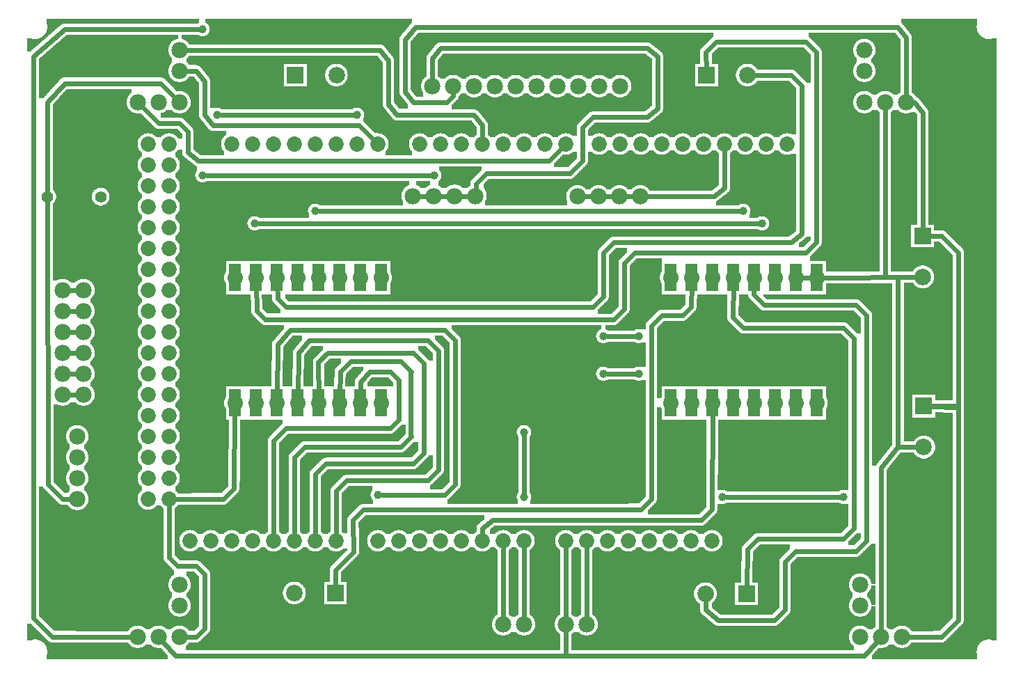
<source format=gbl>
G04 MADE WITH FRITZING*
G04 WWW.FRITZING.ORG*
G04 DOUBLE SIDED*
G04 HOLES PLATED*
G04 CONTOUR ON CENTER OF CONTOUR VECTOR*
%ASAXBY*%
%FSLAX23Y23*%
%MOIN*%
%OFA0B0*%
%SFA1.0B1.0*%
%ADD10C,0.075000*%
%ADD11C,0.039370*%
%ADD12C,0.072917*%
%ADD13C,0.074000*%
%ADD14C,0.078000*%
%ADD15C,0.079370*%
%ADD16C,0.055433*%
%ADD17R,0.079370X0.079370*%
%ADD18C,0.024000*%
%ADD19R,0.001000X0.001000*%
%LNCOPPER0*%
G90*
G70*
G54D10*
X3143Y2971D03*
X4149Y2923D03*
X1631Y2871D03*
X2954Y2876D03*
X240Y2963D03*
X3476Y2382D03*
X2792Y2393D03*
X3004Y1887D03*
X4109Y1763D03*
X3311Y1709D03*
X2198Y1500D03*
X3108Y1141D03*
X4236Y2575D03*
X242Y2703D03*
X1127Y1112D03*
X4333Y3061D03*
G54D11*
X1621Y2649D03*
X951Y2649D03*
X1721Y829D03*
X2971Y1589D03*
X2801Y1589D03*
X2801Y1409D03*
X2971Y1409D03*
X881Y3059D03*
X881Y2359D03*
X1991Y2359D03*
X2421Y1129D03*
X2421Y819D03*
X3371Y819D03*
X3951Y819D03*
X1131Y2129D03*
X1421Y2189D03*
X3471Y2189D03*
X3561Y2129D03*
G54D12*
X1421Y609D03*
X3021Y609D03*
X1321Y609D03*
X1221Y609D03*
X1121Y609D03*
X1021Y609D03*
X721Y2009D03*
X921Y609D03*
X821Y609D03*
X2981Y2509D03*
X2421Y609D03*
X2321Y609D03*
X2221Y609D03*
X2121Y609D03*
X721Y1209D03*
X2021Y609D03*
X1921Y609D03*
X1821Y609D03*
X1721Y609D03*
X2221Y2509D03*
X721Y2409D03*
X721Y1609D03*
X721Y809D03*
X3381Y2509D03*
X2621Y609D03*
X2621Y2509D03*
X721Y2209D03*
X721Y1809D03*
X721Y1409D03*
X1021Y2509D03*
X721Y1009D03*
X1121Y2509D03*
X1221Y2509D03*
X1321Y2509D03*
X1421Y2509D03*
X1521Y2509D03*
X1621Y2509D03*
X1721Y2509D03*
X3581Y2509D03*
X3181Y2509D03*
X2781Y2509D03*
X3221Y609D03*
X2821Y609D03*
X2021Y2509D03*
X2421Y2509D03*
X721Y2509D03*
X721Y2309D03*
X721Y2109D03*
X721Y1909D03*
X721Y1709D03*
X721Y1509D03*
X721Y1309D03*
X721Y1109D03*
X721Y909D03*
X3681Y2509D03*
X3481Y2509D03*
X3281Y2509D03*
X3081Y2509D03*
X2881Y2509D03*
X3321Y609D03*
X3121Y609D03*
X2921Y609D03*
X2721Y609D03*
X1921Y2509D03*
X2121Y2509D03*
X2321Y2509D03*
X2521Y2509D03*
X621Y2509D03*
X621Y2409D03*
X621Y2309D03*
X621Y2209D03*
X621Y2109D03*
X621Y2009D03*
X621Y1909D03*
X621Y1809D03*
X621Y1709D03*
X621Y1609D03*
X621Y1509D03*
X621Y1409D03*
X621Y1309D03*
X621Y1209D03*
X621Y1109D03*
X621Y1009D03*
X621Y909D03*
X621Y809D03*
X1521Y609D03*
X1421Y609D03*
X3021Y609D03*
X1321Y609D03*
X1221Y609D03*
X1121Y609D03*
X1021Y609D03*
X721Y2009D03*
X921Y609D03*
X821Y609D03*
X2981Y2509D03*
X2421Y609D03*
X2321Y609D03*
X2221Y609D03*
X2121Y609D03*
X721Y1209D03*
X2021Y609D03*
X1921Y609D03*
X1821Y609D03*
X1721Y609D03*
X2221Y2509D03*
X721Y2409D03*
X721Y1609D03*
X721Y809D03*
X3381Y2509D03*
X2621Y609D03*
X2621Y2509D03*
X721Y2209D03*
X721Y1809D03*
X721Y1409D03*
X1021Y2509D03*
X721Y1009D03*
X1121Y2509D03*
X1221Y2509D03*
X1321Y2509D03*
X1421Y2509D03*
X1521Y2509D03*
X1621Y2509D03*
X1721Y2509D03*
X3581Y2509D03*
X3181Y2509D03*
X2781Y2509D03*
X3221Y609D03*
X2821Y609D03*
X2021Y2509D03*
X2421Y2509D03*
X721Y2509D03*
X721Y2309D03*
X721Y2109D03*
X721Y1909D03*
X721Y1709D03*
X721Y1509D03*
X721Y1309D03*
X721Y1109D03*
X721Y909D03*
X3681Y2509D03*
X3481Y2509D03*
X3281Y2509D03*
X3081Y2509D03*
X2881Y2509D03*
X3321Y609D03*
X3121Y609D03*
X2921Y609D03*
X2721Y609D03*
X1921Y2509D03*
X2121Y2509D03*
X2321Y2509D03*
X2521Y2509D03*
X621Y2509D03*
X621Y2409D03*
X621Y2309D03*
X621Y2209D03*
X621Y2109D03*
X621Y2009D03*
X621Y1909D03*
X621Y1809D03*
X621Y1709D03*
X621Y1609D03*
X621Y1509D03*
X621Y1409D03*
X621Y1309D03*
X621Y1209D03*
X621Y1109D03*
X621Y1009D03*
X621Y909D03*
X621Y809D03*
X1521Y609D03*
G54D13*
X1037Y1870D03*
X1137Y1870D03*
X1237Y1870D03*
X1337Y1870D03*
X1437Y1870D03*
X1537Y1870D03*
X1637Y1870D03*
X1737Y1870D03*
X1737Y1270D03*
X1637Y1270D03*
X1537Y1270D03*
X1437Y1270D03*
X1337Y1270D03*
X1237Y1270D03*
X1137Y1270D03*
X1037Y1270D03*
X3124Y1870D03*
X3224Y1870D03*
X3324Y1870D03*
X3424Y1870D03*
X3524Y1870D03*
X3624Y1870D03*
X3724Y1870D03*
X3824Y1870D03*
X3824Y1270D03*
X3724Y1270D03*
X3624Y1270D03*
X3524Y1270D03*
X3424Y1270D03*
X3324Y1270D03*
X3224Y1270D03*
X3124Y1270D03*
G54D14*
X211Y1409D03*
X311Y1409D03*
X211Y1609D03*
X311Y1609D03*
X211Y1509D03*
X311Y1509D03*
X211Y1309D03*
X311Y1309D03*
X211Y1709D03*
X311Y1709D03*
X211Y1809D03*
X311Y1809D03*
X1982Y2787D03*
X2082Y2787D03*
X2182Y2787D03*
X2282Y2787D03*
X2382Y2787D03*
X2482Y2787D03*
X2582Y2787D03*
X2682Y2787D03*
X2782Y2787D03*
X2882Y2787D03*
X281Y1109D03*
X281Y1009D03*
X281Y909D03*
X281Y809D03*
X771Y2709D03*
X671Y2709D03*
X571Y2709D03*
X4251Y2709D03*
X4151Y2709D03*
X4051Y2709D03*
X771Y149D03*
X671Y149D03*
X571Y149D03*
X4231Y149D03*
X4131Y149D03*
X4031Y149D03*
X2977Y2258D03*
X2877Y2258D03*
X2777Y2258D03*
X2677Y2258D03*
X2188Y2261D03*
X2088Y2261D03*
X1988Y2261D03*
X1888Y2261D03*
X2721Y209D03*
X2621Y209D03*
X2421Y209D03*
X2321Y209D03*
X4051Y2959D03*
X4051Y2859D03*
X771Y2859D03*
X771Y2959D03*
X4031Y299D03*
X4031Y399D03*
X771Y299D03*
X771Y399D03*
G54D15*
X3487Y355D03*
X3290Y355D03*
X1518Y359D03*
X1321Y359D03*
X1326Y2839D03*
X1523Y2839D03*
X3294Y2839D03*
X3491Y2839D03*
X4331Y2069D03*
X4331Y1872D03*
X4336Y1255D03*
X4336Y1058D03*
G54D16*
X137Y2257D03*
X393Y2257D03*
G54D17*
X3487Y355D03*
X1518Y359D03*
X1326Y2839D03*
X3294Y2839D03*
X4331Y2069D03*
X4336Y1255D03*
G54D18*
X4052Y59D02*
X4111Y127D01*
D02*
X2621Y60D02*
X4052Y59D01*
D02*
X2621Y179D02*
X2621Y60D01*
D02*
X752Y59D02*
X2621Y60D01*
D02*
X2621Y60D02*
X2621Y179D01*
D02*
X691Y127D02*
X752Y59D01*
D02*
X4212Y1059D02*
X4305Y1058D01*
D02*
X4132Y959D02*
X4212Y1059D01*
D02*
X4131Y179D02*
X4132Y959D01*
D02*
X4422Y150D02*
X4261Y149D01*
D02*
X4501Y1255D02*
X4501Y230D01*
D02*
X4501Y230D02*
X4422Y150D01*
D02*
X4367Y1255D02*
X4501Y1255D01*
D02*
X4212Y1872D02*
X4300Y1872D01*
D02*
X4212Y1058D02*
X4212Y1872D01*
D02*
X4305Y1058D02*
X4212Y1058D01*
D02*
X4300Y1872D02*
X3855Y1870D01*
D02*
X3793Y1870D02*
X3755Y1870D01*
D02*
X4422Y2069D02*
X4501Y1991D01*
D02*
X4501Y1991D02*
X4501Y1249D01*
D02*
X4501Y1249D02*
X4367Y1254D01*
D02*
X4362Y2069D02*
X4422Y2069D01*
D02*
X211Y809D02*
X141Y879D01*
D02*
X141Y879D02*
X138Y2228D01*
D02*
X251Y809D02*
X211Y809D01*
D02*
X682Y2801D02*
X750Y2731D01*
D02*
X220Y2801D02*
X682Y2801D01*
D02*
X137Y2709D02*
X220Y2801D01*
D02*
X137Y2286D02*
X137Y2709D01*
D02*
X862Y2429D02*
X811Y2469D01*
D02*
X2542Y2430D02*
X862Y2429D01*
D02*
X811Y2469D02*
X811Y2570D01*
D02*
X772Y2609D02*
X671Y2609D01*
D02*
X811Y2570D02*
X772Y2609D01*
D02*
X671Y2609D02*
X592Y2688D01*
D02*
X2600Y2488D02*
X2542Y2430D01*
D02*
X852Y2860D02*
X801Y2859D01*
D02*
X891Y2649D02*
X892Y2809D01*
D02*
X892Y2809D02*
X852Y2860D01*
D02*
X931Y2599D02*
X891Y2649D01*
D02*
X1631Y2599D02*
X931Y2599D01*
D02*
X1700Y2531D02*
X1631Y2599D01*
D02*
X2181Y2649D02*
X1812Y2650D01*
D02*
X1772Y2700D02*
X1772Y2909D01*
D02*
X1772Y2909D02*
X1731Y2959D01*
D02*
X1812Y2650D02*
X1772Y2700D01*
D02*
X1731Y2959D02*
X801Y2959D01*
D02*
X2221Y2599D02*
X2181Y2649D01*
D02*
X2221Y2540D02*
X2221Y2599D01*
D02*
X4291Y2710D02*
X4281Y2710D01*
D02*
X4332Y2659D02*
X4291Y2710D01*
D02*
X4331Y2100D02*
X4332Y2659D01*
D02*
X4151Y1872D02*
X4151Y2679D01*
D02*
X4300Y1872D02*
X4151Y1872D01*
D02*
X3381Y2299D02*
X3381Y2479D01*
D02*
X3331Y2259D02*
X3381Y2299D01*
D02*
X3007Y2258D02*
X3331Y2259D01*
D02*
X1919Y2261D02*
X1958Y2261D01*
D02*
X2019Y2261D02*
X2058Y2261D01*
D02*
X2119Y2261D02*
X2158Y2261D01*
D02*
X2747Y2258D02*
X2707Y2258D01*
D02*
X2847Y2258D02*
X2807Y2258D01*
D02*
X2947Y2258D02*
X2907Y2258D01*
D02*
X2951Y1989D02*
X2901Y1940D01*
D02*
X3772Y1989D02*
X2951Y1989D01*
D02*
X2901Y1940D02*
X2901Y1720D01*
D02*
X2852Y1669D02*
X1181Y1670D01*
D02*
X1181Y1670D02*
X1142Y1710D01*
D02*
X2901Y1720D02*
X2852Y1669D01*
D02*
X1142Y1710D02*
X1138Y1838D01*
D02*
X3821Y2039D02*
X3772Y1989D01*
D02*
X3821Y2949D02*
X3821Y2039D01*
D02*
X3772Y2999D02*
X3821Y2949D01*
D02*
X3342Y2999D02*
X3772Y2999D01*
D02*
X3291Y2950D02*
X3342Y2999D01*
D02*
X3294Y2870D02*
X3291Y2950D01*
D02*
X2801Y1989D02*
X2801Y1779D01*
D02*
X2751Y1730D02*
X1281Y1729D01*
D02*
X1282Y1729D02*
X1241Y1769D01*
D02*
X2801Y1779D02*
X2751Y1730D01*
D02*
X1241Y1769D02*
X1238Y1838D01*
D02*
X2852Y2039D02*
X2801Y1989D01*
D02*
X3701Y2039D02*
X2852Y2039D01*
D02*
X3751Y2079D02*
X3701Y2039D01*
D02*
X3751Y2789D02*
X3751Y2079D01*
D02*
X3701Y2839D02*
X3751Y2789D01*
D02*
X3522Y2839D02*
X3701Y2839D01*
D02*
X3951Y1629D02*
X4001Y1579D01*
D02*
X3471Y1629D02*
X3951Y1629D01*
D02*
X3421Y1679D02*
X3471Y1629D01*
D02*
X4001Y1579D02*
X4001Y669D01*
D02*
X3951Y619D02*
X3541Y619D01*
D02*
X4001Y669D02*
X3951Y619D01*
D02*
X3491Y569D02*
X3487Y386D01*
D02*
X3541Y619D02*
X3491Y569D01*
D02*
X3423Y1838D02*
X3421Y1679D01*
D02*
X4011Y1739D02*
X4061Y1689D01*
D02*
X3571Y1739D02*
X4011Y1739D01*
D02*
X3521Y1789D02*
X3571Y1739D01*
D02*
X4061Y1689D02*
X4062Y609D01*
D02*
X4012Y560D02*
X3722Y560D01*
D02*
X4062Y609D02*
X4012Y560D01*
D02*
X3671Y510D02*
X3671Y279D01*
D02*
X3722Y560D02*
X3671Y510D01*
D02*
X3621Y229D02*
X3351Y229D01*
D02*
X3351Y229D02*
X3291Y279D01*
D02*
X3671Y279D02*
X3621Y229D01*
D02*
X3291Y279D02*
X3291Y325D01*
D02*
X3523Y1838D02*
X3521Y1789D01*
D02*
X3181Y1689D02*
X3082Y1689D01*
D02*
X3221Y1729D02*
X3181Y1689D01*
D02*
X3031Y1640D02*
X3031Y810D01*
D02*
X3082Y1689D02*
X3031Y1640D01*
D02*
X2981Y760D02*
X1651Y759D01*
D02*
X1651Y759D02*
X1601Y709D01*
D02*
X3031Y810D02*
X2981Y760D01*
D02*
X1601Y709D02*
X1604Y556D01*
D02*
X1604Y556D02*
X1518Y470D01*
D02*
X1518Y470D02*
X1518Y390D01*
D02*
X3223Y1838D02*
X3221Y1729D01*
D02*
X2642Y2370D02*
X2702Y2430D01*
D02*
X2242Y2370D02*
X2642Y2370D01*
D02*
X2191Y2319D02*
X2242Y2370D01*
D02*
X2702Y2430D02*
X2702Y2590D01*
D02*
X3011Y2639D02*
X3061Y2680D01*
D02*
X2751Y2639D02*
X3011Y2639D01*
D02*
X2702Y2590D02*
X2751Y2639D01*
D02*
X3061Y2680D02*
X3061Y2930D01*
D02*
X3011Y2969D02*
X2021Y2969D01*
D02*
X3061Y2930D02*
X3011Y2969D01*
D02*
X2021Y2969D02*
X1981Y2920D01*
D02*
X1981Y2920D02*
X1982Y2817D01*
D02*
X2190Y2292D02*
X2191Y2319D01*
D02*
X4211Y3069D02*
X1902Y3069D01*
D02*
X1902Y3069D02*
X1851Y3010D01*
D02*
X1851Y2759D02*
X1891Y2709D01*
D02*
X1851Y3010D02*
X1851Y2759D01*
D02*
X1891Y2709D02*
X2051Y2709D01*
D02*
X2051Y2709D02*
X2082Y2740D01*
D02*
X4251Y3020D02*
X4211Y3069D01*
D02*
X4251Y2739D02*
X4251Y3020D01*
D02*
X2082Y2740D02*
X2082Y2757D01*
D02*
X1032Y860D02*
X1036Y1238D01*
D02*
X982Y810D02*
X1032Y860D01*
D02*
X751Y809D02*
X982Y810D01*
D02*
X851Y489D02*
X892Y450D01*
D02*
X761Y489D02*
X851Y489D01*
D02*
X892Y189D02*
X851Y150D01*
D02*
X892Y450D02*
X892Y189D01*
D02*
X851Y150D02*
X801Y149D01*
D02*
X721Y529D02*
X761Y489D01*
D02*
X721Y779D02*
X721Y529D01*
D02*
X1602Y2649D02*
X970Y2649D01*
D02*
X2421Y579D02*
X2421Y239D01*
D02*
X2321Y579D02*
X2321Y239D01*
D02*
X2721Y579D02*
X2721Y239D01*
D02*
X2621Y239D02*
X2621Y579D01*
D02*
X2221Y669D02*
X2221Y640D01*
D02*
X3271Y709D02*
X2271Y709D01*
D02*
X2271Y709D02*
X2221Y669D01*
D02*
X3321Y760D02*
X3271Y709D01*
D02*
X3324Y1238D02*
X3321Y760D01*
D02*
X2092Y880D02*
X2091Y1570D01*
D02*
X2041Y1619D02*
X1302Y1619D01*
D02*
X2091Y1570D02*
X2041Y1619D01*
D02*
X1241Y1549D02*
X1237Y1301D01*
D02*
X1302Y1619D02*
X1241Y1549D01*
D02*
X2042Y829D02*
X2092Y880D01*
D02*
X1740Y829D02*
X2042Y829D01*
D02*
X1522Y849D02*
X1521Y640D01*
D02*
X1572Y899D02*
X1522Y849D01*
D02*
X1961Y899D02*
X1572Y899D01*
D02*
X2011Y949D02*
X1961Y899D01*
D02*
X2012Y1520D02*
X2011Y949D01*
D02*
X1961Y1570D02*
X2012Y1520D01*
D02*
X1392Y1570D02*
X1961Y1570D01*
D02*
X1341Y1509D02*
X1392Y1570D01*
D02*
X1337Y1301D02*
X1341Y1509D01*
D02*
X1421Y930D02*
X1421Y640D01*
D02*
X1471Y980D02*
X1421Y930D01*
D02*
X1891Y980D02*
X1471Y980D01*
D02*
X1941Y1029D02*
X1891Y980D01*
D02*
X1941Y1459D02*
X1941Y1029D01*
D02*
X1891Y1509D02*
X1941Y1459D01*
D02*
X1482Y1509D02*
X1891Y1509D01*
D02*
X1436Y1465D02*
X1482Y1509D01*
D02*
X1437Y1301D02*
X1436Y1465D01*
D02*
X1321Y1009D02*
X1321Y640D01*
D02*
X1371Y1059D02*
X1321Y1009D01*
D02*
X1832Y1059D02*
X1371Y1059D01*
D02*
X1881Y1109D02*
X1832Y1059D01*
D02*
X1832Y1470D02*
X1881Y1419D01*
D02*
X1592Y1470D02*
X1832Y1470D01*
D02*
X1541Y1419D02*
X1592Y1470D01*
D02*
X1538Y1301D02*
X1541Y1419D01*
D02*
X1221Y1089D02*
X1221Y640D01*
D02*
X1281Y1149D02*
X1221Y1089D01*
D02*
X1782Y1149D02*
X1281Y1149D01*
D02*
X1821Y1190D02*
X1782Y1149D01*
D02*
X1821Y1380D02*
X1821Y1190D01*
D02*
X1782Y1419D02*
X1821Y1380D01*
D02*
X1681Y1419D02*
X1782Y1419D01*
D02*
X1638Y1370D02*
X1681Y1419D01*
D02*
X1637Y1301D02*
X1638Y1370D01*
D02*
X2952Y1589D02*
X2820Y1589D01*
D02*
X2952Y1409D02*
X2820Y1409D01*
D02*
X1972Y2359D02*
X900Y2359D01*
D02*
X221Y3059D02*
X71Y2929D01*
D02*
X71Y2929D02*
X71Y239D01*
D02*
X71Y239D02*
X161Y150D01*
D02*
X161Y150D02*
X541Y149D01*
D02*
X862Y3059D02*
X221Y3059D01*
D02*
X3932Y819D02*
X3390Y819D01*
D02*
X2421Y838D02*
X2421Y1110D01*
D02*
X1440Y2189D02*
X3452Y2189D01*
D02*
X1150Y2129D02*
X3542Y2129D01*
D02*
X281Y1809D02*
X241Y1809D01*
D02*
X281Y1709D02*
X241Y1709D01*
D02*
X281Y1609D02*
X241Y1609D01*
D02*
X281Y1509D02*
X241Y1509D01*
D02*
X281Y1409D02*
X241Y1409D01*
D02*
X281Y1309D02*
X241Y1309D01*
G36*
X1914Y3042D02*
X1914Y3040D01*
X1912Y3040D01*
X1912Y3038D01*
X1910Y3038D01*
X1910Y3036D01*
X1908Y3036D01*
X1908Y3034D01*
X1906Y3034D01*
X1906Y3032D01*
X1904Y3032D01*
X1904Y3030D01*
X1902Y3030D01*
X1902Y3026D01*
X1900Y3026D01*
X1900Y3024D01*
X1898Y3024D01*
X1898Y3022D01*
X1896Y3022D01*
X1896Y3020D01*
X1894Y3020D01*
X1894Y3018D01*
X1892Y3018D01*
X1892Y3016D01*
X1890Y3016D01*
X1890Y3012D01*
X1888Y3012D01*
X1888Y3010D01*
X1886Y3010D01*
X1886Y3008D01*
X1884Y3008D01*
X1884Y3006D01*
X1882Y3006D01*
X1882Y3004D01*
X1880Y3004D01*
X1880Y3002D01*
X1878Y3002D01*
X1878Y2996D01*
X3020Y2996D01*
X3020Y2994D01*
X3024Y2994D01*
X3024Y2992D01*
X3028Y2992D01*
X3028Y2990D01*
X3030Y2990D01*
X3030Y2988D01*
X3032Y2988D01*
X3032Y2986D01*
X3036Y2986D01*
X3036Y2984D01*
X3038Y2984D01*
X3038Y2982D01*
X3040Y2982D01*
X3040Y2980D01*
X3042Y2980D01*
X3042Y2978D01*
X3046Y2978D01*
X3046Y2976D01*
X3048Y2976D01*
X3048Y2974D01*
X3050Y2974D01*
X3050Y2972D01*
X3052Y2972D01*
X3052Y2970D01*
X3056Y2970D01*
X3056Y2968D01*
X3058Y2968D01*
X3058Y2966D01*
X3060Y2966D01*
X3060Y2964D01*
X3062Y2964D01*
X3062Y2962D01*
X3066Y2962D01*
X3066Y2960D01*
X3068Y2960D01*
X3068Y2958D01*
X3070Y2958D01*
X3070Y2956D01*
X3072Y2956D01*
X3072Y2954D01*
X3076Y2954D01*
X3076Y2952D01*
X3078Y2952D01*
X3078Y2950D01*
X3080Y2950D01*
X3080Y2948D01*
X3082Y2948D01*
X3082Y2946D01*
X3084Y2946D01*
X3084Y2942D01*
X3086Y2942D01*
X3086Y2936D01*
X3088Y2936D01*
X3088Y2786D01*
X3240Y2786D01*
X3240Y2894D01*
X3266Y2894D01*
X3266Y2926D01*
X3264Y2926D01*
X3264Y2956D01*
X3266Y2956D01*
X3266Y2962D01*
X3268Y2962D01*
X3268Y2966D01*
X3270Y2966D01*
X3270Y2968D01*
X3272Y2968D01*
X3272Y2970D01*
X3274Y2970D01*
X3274Y2972D01*
X3276Y2972D01*
X3276Y2974D01*
X3278Y2974D01*
X3278Y2976D01*
X3280Y2976D01*
X3280Y2978D01*
X3282Y2978D01*
X3282Y2980D01*
X3284Y2980D01*
X3284Y2982D01*
X3286Y2982D01*
X3286Y2984D01*
X3288Y2984D01*
X3288Y2986D01*
X3290Y2986D01*
X3290Y2988D01*
X3292Y2988D01*
X3292Y2990D01*
X3294Y2990D01*
X3294Y2992D01*
X3296Y2992D01*
X3296Y2994D01*
X3298Y2994D01*
X3298Y2996D01*
X3300Y2996D01*
X3300Y2998D01*
X3302Y2998D01*
X3302Y3000D01*
X3304Y3000D01*
X3304Y3002D01*
X3306Y3002D01*
X3306Y3004D01*
X3308Y3004D01*
X3308Y3006D01*
X3310Y3006D01*
X3310Y3008D01*
X3312Y3008D01*
X3312Y3010D01*
X3314Y3010D01*
X3314Y3012D01*
X3316Y3012D01*
X3316Y3014D01*
X3318Y3014D01*
X3318Y3016D01*
X3322Y3016D01*
X3322Y3018D01*
X3324Y3018D01*
X3324Y3020D01*
X3326Y3020D01*
X3326Y3022D01*
X3328Y3022D01*
X3328Y3042D01*
X1914Y3042D01*
G37*
D02*
G36*
X1878Y2996D02*
X1878Y2768D01*
X1880Y2768D01*
X1880Y2766D01*
X1882Y2766D01*
X1882Y2762D01*
X1884Y2762D01*
X1884Y2760D01*
X1886Y2760D01*
X1886Y2758D01*
X1888Y2758D01*
X1888Y2756D01*
X1890Y2756D01*
X1890Y2752D01*
X1892Y2752D01*
X1892Y2750D01*
X1894Y2750D01*
X1894Y2748D01*
X1896Y2748D01*
X1896Y2746D01*
X1898Y2746D01*
X1898Y2742D01*
X1900Y2742D01*
X1900Y2740D01*
X1902Y2740D01*
X1902Y2738D01*
X1904Y2738D01*
X1904Y2736D01*
X1938Y2736D01*
X1938Y2758D01*
X1936Y2758D01*
X1936Y2760D01*
X1934Y2760D01*
X1934Y2764D01*
X1932Y2764D01*
X1932Y2768D01*
X1930Y2768D01*
X1930Y2776D01*
X1928Y2776D01*
X1928Y2798D01*
X1930Y2798D01*
X1930Y2806D01*
X1932Y2806D01*
X1932Y2810D01*
X1934Y2810D01*
X1934Y2814D01*
X1936Y2814D01*
X1936Y2818D01*
X1938Y2818D01*
X1938Y2820D01*
X1940Y2820D01*
X1940Y2822D01*
X1942Y2822D01*
X1942Y2824D01*
X1944Y2824D01*
X1944Y2826D01*
X1946Y2826D01*
X1946Y2828D01*
X1948Y2828D01*
X1948Y2830D01*
X1950Y2830D01*
X1950Y2832D01*
X1954Y2832D01*
X1954Y2926D01*
X1956Y2926D01*
X1956Y2932D01*
X1958Y2932D01*
X1958Y2936D01*
X1960Y2936D01*
X1960Y2938D01*
X1962Y2938D01*
X1962Y2940D01*
X1964Y2940D01*
X1964Y2944D01*
X1966Y2944D01*
X1966Y2946D01*
X1968Y2946D01*
X1968Y2948D01*
X1970Y2948D01*
X1970Y2950D01*
X1972Y2950D01*
X1972Y2952D01*
X1974Y2952D01*
X1974Y2956D01*
X1976Y2956D01*
X1976Y2958D01*
X1978Y2958D01*
X1978Y2960D01*
X1980Y2960D01*
X1980Y2962D01*
X1982Y2962D01*
X1982Y2966D01*
X1984Y2966D01*
X1984Y2968D01*
X1986Y2968D01*
X1986Y2970D01*
X1988Y2970D01*
X1988Y2972D01*
X1990Y2972D01*
X1990Y2976D01*
X1992Y2976D01*
X1992Y2978D01*
X1994Y2978D01*
X1994Y2980D01*
X1996Y2980D01*
X1996Y2982D01*
X1998Y2982D01*
X1998Y2986D01*
X2000Y2986D01*
X2000Y2988D01*
X2002Y2988D01*
X2002Y2990D01*
X2004Y2990D01*
X2004Y2992D01*
X2008Y2992D01*
X2008Y2994D01*
X2012Y2994D01*
X2012Y2996D01*
X1878Y2996D01*
G37*
D02*
G36*
X3352Y2972D02*
X3352Y2970D01*
X3350Y2970D01*
X3350Y2968D01*
X3348Y2968D01*
X3348Y2966D01*
X3346Y2966D01*
X3346Y2964D01*
X3344Y2964D01*
X3344Y2962D01*
X3340Y2962D01*
X3340Y2960D01*
X3338Y2960D01*
X3338Y2958D01*
X3336Y2958D01*
X3336Y2956D01*
X3334Y2956D01*
X3334Y2954D01*
X3332Y2954D01*
X3332Y2952D01*
X3330Y2952D01*
X3330Y2950D01*
X3328Y2950D01*
X3328Y2948D01*
X3326Y2948D01*
X3326Y2946D01*
X3324Y2946D01*
X3324Y2944D01*
X3322Y2944D01*
X3322Y2942D01*
X3320Y2942D01*
X3320Y2894D01*
X3502Y2894D01*
X3502Y2892D01*
X3510Y2892D01*
X3510Y2890D01*
X3514Y2890D01*
X3514Y2888D01*
X3518Y2888D01*
X3518Y2886D01*
X3522Y2886D01*
X3522Y2884D01*
X3524Y2884D01*
X3524Y2882D01*
X3526Y2882D01*
X3526Y2880D01*
X3530Y2880D01*
X3530Y2878D01*
X3532Y2878D01*
X3532Y2874D01*
X3534Y2874D01*
X3534Y2872D01*
X3536Y2872D01*
X3536Y2870D01*
X3538Y2870D01*
X3538Y2866D01*
X3710Y2866D01*
X3710Y2864D01*
X3714Y2864D01*
X3714Y2862D01*
X3718Y2862D01*
X3718Y2860D01*
X3720Y2860D01*
X3720Y2858D01*
X3722Y2858D01*
X3722Y2856D01*
X3724Y2856D01*
X3724Y2854D01*
X3726Y2854D01*
X3726Y2852D01*
X3728Y2852D01*
X3728Y2850D01*
X3730Y2850D01*
X3730Y2848D01*
X3732Y2848D01*
X3732Y2846D01*
X3734Y2846D01*
X3734Y2844D01*
X3736Y2844D01*
X3736Y2842D01*
X3738Y2842D01*
X3738Y2840D01*
X3740Y2840D01*
X3740Y2838D01*
X3742Y2838D01*
X3742Y2836D01*
X3744Y2836D01*
X3744Y2834D01*
X3746Y2834D01*
X3746Y2832D01*
X3748Y2832D01*
X3748Y2830D01*
X3750Y2830D01*
X3750Y2828D01*
X3752Y2828D01*
X3752Y2826D01*
X3754Y2826D01*
X3754Y2824D01*
X3756Y2824D01*
X3756Y2822D01*
X3758Y2822D01*
X3758Y2820D01*
X3760Y2820D01*
X3760Y2818D01*
X3762Y2818D01*
X3762Y2816D01*
X3764Y2816D01*
X3764Y2814D01*
X3766Y2814D01*
X3766Y2812D01*
X3768Y2812D01*
X3768Y2810D01*
X3770Y2810D01*
X3770Y2808D01*
X3772Y2808D01*
X3772Y2806D01*
X3774Y2806D01*
X3774Y2802D01*
X3794Y2802D01*
X3794Y2940D01*
X3792Y2940D01*
X3792Y2942D01*
X3790Y2942D01*
X3790Y2944D01*
X3788Y2944D01*
X3788Y2946D01*
X3786Y2946D01*
X3786Y2948D01*
X3784Y2948D01*
X3784Y2950D01*
X3782Y2950D01*
X3782Y2952D01*
X3780Y2952D01*
X3780Y2954D01*
X3778Y2954D01*
X3778Y2956D01*
X3776Y2956D01*
X3776Y2958D01*
X3774Y2958D01*
X3774Y2960D01*
X3772Y2960D01*
X3772Y2962D01*
X3770Y2962D01*
X3770Y2964D01*
X3768Y2964D01*
X3768Y2966D01*
X3766Y2966D01*
X3766Y2968D01*
X3764Y2968D01*
X3764Y2970D01*
X3762Y2970D01*
X3762Y2972D01*
X3352Y2972D01*
G37*
D02*
G36*
X3350Y2894D02*
X3350Y2786D01*
X3478Y2786D01*
X3478Y2788D01*
X3470Y2788D01*
X3470Y2790D01*
X3468Y2790D01*
X3468Y2792D01*
X3464Y2792D01*
X3464Y2794D01*
X3460Y2794D01*
X3460Y2796D01*
X3458Y2796D01*
X3458Y2798D01*
X3456Y2798D01*
X3456Y2800D01*
X3452Y2800D01*
X3452Y2804D01*
X3450Y2804D01*
X3450Y2806D01*
X3448Y2806D01*
X3448Y2808D01*
X3446Y2808D01*
X3446Y2812D01*
X3444Y2812D01*
X3444Y2814D01*
X3442Y2814D01*
X3442Y2818D01*
X3440Y2818D01*
X3440Y2824D01*
X3438Y2824D01*
X3438Y2834D01*
X3436Y2834D01*
X3436Y2846D01*
X3438Y2846D01*
X3438Y2856D01*
X3440Y2856D01*
X3440Y2862D01*
X3442Y2862D01*
X3442Y2864D01*
X3444Y2864D01*
X3444Y2868D01*
X3446Y2868D01*
X3446Y2872D01*
X3448Y2872D01*
X3448Y2874D01*
X3450Y2874D01*
X3450Y2876D01*
X3452Y2876D01*
X3452Y2878D01*
X3454Y2878D01*
X3454Y2880D01*
X3456Y2880D01*
X3456Y2882D01*
X3458Y2882D01*
X3458Y2884D01*
X3460Y2884D01*
X3460Y2886D01*
X3464Y2886D01*
X3464Y2888D01*
X3468Y2888D01*
X3468Y2890D01*
X3472Y2890D01*
X3472Y2892D01*
X3480Y2892D01*
X3480Y2894D01*
X3350Y2894D01*
G37*
D02*
G36*
X3538Y2812D02*
X3538Y2810D01*
X3536Y2810D01*
X3536Y2808D01*
X3534Y2808D01*
X3534Y2804D01*
X3532Y2804D01*
X3532Y2802D01*
X3530Y2802D01*
X3530Y2800D01*
X3528Y2800D01*
X3528Y2798D01*
X3524Y2798D01*
X3524Y2796D01*
X3522Y2796D01*
X3522Y2794D01*
X3520Y2794D01*
X3520Y2792D01*
X3516Y2792D01*
X3516Y2790D01*
X3512Y2790D01*
X3512Y2788D01*
X3506Y2788D01*
X3506Y2786D01*
X3716Y2786D01*
X3716Y2788D01*
X3714Y2788D01*
X3714Y2790D01*
X3712Y2790D01*
X3712Y2792D01*
X3710Y2792D01*
X3710Y2794D01*
X3708Y2794D01*
X3708Y2796D01*
X3706Y2796D01*
X3706Y2798D01*
X3704Y2798D01*
X3704Y2800D01*
X3702Y2800D01*
X3702Y2802D01*
X3700Y2802D01*
X3700Y2804D01*
X3698Y2804D01*
X3698Y2806D01*
X3696Y2806D01*
X3696Y2808D01*
X3694Y2808D01*
X3694Y2810D01*
X3692Y2810D01*
X3692Y2812D01*
X3538Y2812D01*
G37*
D02*
G36*
X3088Y2786D02*
X3088Y2784D01*
X3718Y2784D01*
X3718Y2786D01*
X3088Y2786D01*
G37*
D02*
G36*
X3088Y2786D02*
X3088Y2784D01*
X3718Y2784D01*
X3718Y2786D01*
X3088Y2786D01*
G37*
D02*
G36*
X3088Y2786D02*
X3088Y2784D01*
X3718Y2784D01*
X3718Y2786D01*
X3088Y2786D01*
G37*
D02*
G36*
X3088Y2784D02*
X3088Y2674D01*
X3086Y2674D01*
X3086Y2668D01*
X3084Y2668D01*
X3084Y2664D01*
X3082Y2664D01*
X3082Y2662D01*
X3080Y2662D01*
X3080Y2660D01*
X3078Y2660D01*
X3078Y2658D01*
X3076Y2658D01*
X3076Y2656D01*
X3072Y2656D01*
X3072Y2654D01*
X3070Y2654D01*
X3070Y2652D01*
X3068Y2652D01*
X3068Y2650D01*
X3066Y2650D01*
X3066Y2648D01*
X3064Y2648D01*
X3064Y2646D01*
X3060Y2646D01*
X3060Y2644D01*
X3058Y2644D01*
X3058Y2642D01*
X3056Y2642D01*
X3056Y2640D01*
X3054Y2640D01*
X3054Y2638D01*
X3052Y2638D01*
X3052Y2636D01*
X3048Y2636D01*
X3048Y2634D01*
X3046Y2634D01*
X3046Y2632D01*
X3044Y2632D01*
X3044Y2630D01*
X3042Y2630D01*
X3042Y2628D01*
X3040Y2628D01*
X3040Y2626D01*
X3036Y2626D01*
X3036Y2624D01*
X3034Y2624D01*
X3034Y2622D01*
X3032Y2622D01*
X3032Y2620D01*
X3030Y2620D01*
X3030Y2618D01*
X3026Y2618D01*
X3026Y2616D01*
X3024Y2616D01*
X3024Y2614D01*
X3018Y2614D01*
X3018Y2612D01*
X2760Y2612D01*
X2760Y2610D01*
X2758Y2610D01*
X2758Y2608D01*
X2756Y2608D01*
X2756Y2606D01*
X2754Y2606D01*
X2754Y2604D01*
X2752Y2604D01*
X2752Y2602D01*
X2750Y2602D01*
X2750Y2600D01*
X2748Y2600D01*
X2748Y2598D01*
X2746Y2598D01*
X2746Y2596D01*
X2744Y2596D01*
X2744Y2594D01*
X2742Y2594D01*
X2742Y2592D01*
X2740Y2592D01*
X2740Y2590D01*
X2738Y2590D01*
X2738Y2588D01*
X2736Y2588D01*
X2736Y2586D01*
X2734Y2586D01*
X2734Y2584D01*
X2732Y2584D01*
X2732Y2582D01*
X2730Y2582D01*
X2730Y2580D01*
X2728Y2580D01*
X2728Y2562D01*
X3684Y2562D01*
X3684Y2560D01*
X3696Y2560D01*
X3696Y2558D01*
X3702Y2558D01*
X3702Y2556D01*
X3724Y2556D01*
X3724Y2780D01*
X3722Y2780D01*
X3722Y2782D01*
X3720Y2782D01*
X3720Y2784D01*
X3088Y2784D01*
G37*
D02*
G36*
X2728Y2562D02*
X2728Y2548D01*
X2748Y2548D01*
X2748Y2550D01*
X2750Y2550D01*
X2750Y2552D01*
X2754Y2552D01*
X2754Y2554D01*
X2758Y2554D01*
X2758Y2556D01*
X2762Y2556D01*
X2762Y2558D01*
X2766Y2558D01*
X2766Y2560D01*
X2778Y2560D01*
X2778Y2562D01*
X2728Y2562D01*
G37*
D02*
G36*
X2784Y2562D02*
X2784Y2560D01*
X2796Y2560D01*
X2796Y2558D01*
X2802Y2558D01*
X2802Y2556D01*
X2806Y2556D01*
X2806Y2554D01*
X2808Y2554D01*
X2808Y2552D01*
X2812Y2552D01*
X2812Y2550D01*
X2814Y2550D01*
X2814Y2548D01*
X2816Y2548D01*
X2816Y2546D01*
X2818Y2546D01*
X2818Y2544D01*
X2820Y2544D01*
X2820Y2542D01*
X2842Y2542D01*
X2842Y2544D01*
X2844Y2544D01*
X2844Y2546D01*
X2846Y2546D01*
X2846Y2548D01*
X2848Y2548D01*
X2848Y2550D01*
X2850Y2550D01*
X2850Y2552D01*
X2854Y2552D01*
X2854Y2554D01*
X2858Y2554D01*
X2858Y2556D01*
X2862Y2556D01*
X2862Y2558D01*
X2866Y2558D01*
X2866Y2560D01*
X2878Y2560D01*
X2878Y2562D01*
X2784Y2562D01*
G37*
D02*
G36*
X2884Y2562D02*
X2884Y2560D01*
X2896Y2560D01*
X2896Y2558D01*
X2902Y2558D01*
X2902Y2556D01*
X2906Y2556D01*
X2906Y2554D01*
X2908Y2554D01*
X2908Y2552D01*
X2912Y2552D01*
X2912Y2550D01*
X2914Y2550D01*
X2914Y2548D01*
X2916Y2548D01*
X2916Y2546D01*
X2918Y2546D01*
X2918Y2544D01*
X2920Y2544D01*
X2920Y2542D01*
X2942Y2542D01*
X2942Y2544D01*
X2944Y2544D01*
X2944Y2546D01*
X2946Y2546D01*
X2946Y2548D01*
X2948Y2548D01*
X2948Y2550D01*
X2950Y2550D01*
X2950Y2552D01*
X2954Y2552D01*
X2954Y2554D01*
X2958Y2554D01*
X2958Y2556D01*
X2962Y2556D01*
X2962Y2558D01*
X2966Y2558D01*
X2966Y2560D01*
X2978Y2560D01*
X2978Y2562D01*
X2884Y2562D01*
G37*
D02*
G36*
X2984Y2562D02*
X2984Y2560D01*
X2996Y2560D01*
X2996Y2558D01*
X3002Y2558D01*
X3002Y2556D01*
X3006Y2556D01*
X3006Y2554D01*
X3008Y2554D01*
X3008Y2552D01*
X3012Y2552D01*
X3012Y2550D01*
X3014Y2550D01*
X3014Y2548D01*
X3016Y2548D01*
X3016Y2546D01*
X3018Y2546D01*
X3018Y2544D01*
X3020Y2544D01*
X3020Y2542D01*
X3042Y2542D01*
X3042Y2544D01*
X3044Y2544D01*
X3044Y2546D01*
X3046Y2546D01*
X3046Y2548D01*
X3048Y2548D01*
X3048Y2550D01*
X3050Y2550D01*
X3050Y2552D01*
X3054Y2552D01*
X3054Y2554D01*
X3058Y2554D01*
X3058Y2556D01*
X3062Y2556D01*
X3062Y2558D01*
X3066Y2558D01*
X3066Y2560D01*
X3078Y2560D01*
X3078Y2562D01*
X2984Y2562D01*
G37*
D02*
G36*
X3084Y2562D02*
X3084Y2560D01*
X3096Y2560D01*
X3096Y2558D01*
X3102Y2558D01*
X3102Y2556D01*
X3106Y2556D01*
X3106Y2554D01*
X3108Y2554D01*
X3108Y2552D01*
X3112Y2552D01*
X3112Y2550D01*
X3114Y2550D01*
X3114Y2548D01*
X3116Y2548D01*
X3116Y2546D01*
X3118Y2546D01*
X3118Y2544D01*
X3120Y2544D01*
X3120Y2542D01*
X3142Y2542D01*
X3142Y2544D01*
X3144Y2544D01*
X3144Y2546D01*
X3146Y2546D01*
X3146Y2548D01*
X3148Y2548D01*
X3148Y2550D01*
X3150Y2550D01*
X3150Y2552D01*
X3154Y2552D01*
X3154Y2554D01*
X3158Y2554D01*
X3158Y2556D01*
X3162Y2556D01*
X3162Y2558D01*
X3166Y2558D01*
X3166Y2560D01*
X3178Y2560D01*
X3178Y2562D01*
X3084Y2562D01*
G37*
D02*
G36*
X3184Y2562D02*
X3184Y2560D01*
X3196Y2560D01*
X3196Y2558D01*
X3202Y2558D01*
X3202Y2556D01*
X3206Y2556D01*
X3206Y2554D01*
X3208Y2554D01*
X3208Y2552D01*
X3212Y2552D01*
X3212Y2550D01*
X3214Y2550D01*
X3214Y2548D01*
X3216Y2548D01*
X3216Y2546D01*
X3218Y2546D01*
X3218Y2544D01*
X3220Y2544D01*
X3220Y2542D01*
X3242Y2542D01*
X3242Y2544D01*
X3244Y2544D01*
X3244Y2546D01*
X3246Y2546D01*
X3246Y2548D01*
X3248Y2548D01*
X3248Y2550D01*
X3250Y2550D01*
X3250Y2552D01*
X3254Y2552D01*
X3254Y2554D01*
X3258Y2554D01*
X3258Y2556D01*
X3262Y2556D01*
X3262Y2558D01*
X3266Y2558D01*
X3266Y2560D01*
X3278Y2560D01*
X3278Y2562D01*
X3184Y2562D01*
G37*
D02*
G36*
X3284Y2562D02*
X3284Y2560D01*
X3296Y2560D01*
X3296Y2558D01*
X3302Y2558D01*
X3302Y2556D01*
X3306Y2556D01*
X3306Y2554D01*
X3308Y2554D01*
X3308Y2552D01*
X3312Y2552D01*
X3312Y2550D01*
X3314Y2550D01*
X3314Y2548D01*
X3316Y2548D01*
X3316Y2546D01*
X3318Y2546D01*
X3318Y2544D01*
X3320Y2544D01*
X3320Y2542D01*
X3342Y2542D01*
X3342Y2544D01*
X3344Y2544D01*
X3344Y2546D01*
X3346Y2546D01*
X3346Y2548D01*
X3348Y2548D01*
X3348Y2550D01*
X3350Y2550D01*
X3350Y2552D01*
X3354Y2552D01*
X3354Y2554D01*
X3358Y2554D01*
X3358Y2556D01*
X3362Y2556D01*
X3362Y2558D01*
X3366Y2558D01*
X3366Y2560D01*
X3378Y2560D01*
X3378Y2562D01*
X3284Y2562D01*
G37*
D02*
G36*
X3384Y2562D02*
X3384Y2560D01*
X3396Y2560D01*
X3396Y2558D01*
X3402Y2558D01*
X3402Y2556D01*
X3406Y2556D01*
X3406Y2554D01*
X3408Y2554D01*
X3408Y2552D01*
X3412Y2552D01*
X3412Y2550D01*
X3414Y2550D01*
X3414Y2548D01*
X3416Y2548D01*
X3416Y2546D01*
X3418Y2546D01*
X3418Y2544D01*
X3420Y2544D01*
X3420Y2542D01*
X3442Y2542D01*
X3442Y2544D01*
X3444Y2544D01*
X3444Y2546D01*
X3446Y2546D01*
X3446Y2548D01*
X3448Y2548D01*
X3448Y2550D01*
X3450Y2550D01*
X3450Y2552D01*
X3454Y2552D01*
X3454Y2554D01*
X3458Y2554D01*
X3458Y2556D01*
X3462Y2556D01*
X3462Y2558D01*
X3466Y2558D01*
X3466Y2560D01*
X3478Y2560D01*
X3478Y2562D01*
X3384Y2562D01*
G37*
D02*
G36*
X3484Y2562D02*
X3484Y2560D01*
X3496Y2560D01*
X3496Y2558D01*
X3502Y2558D01*
X3502Y2556D01*
X3506Y2556D01*
X3506Y2554D01*
X3508Y2554D01*
X3508Y2552D01*
X3512Y2552D01*
X3512Y2550D01*
X3514Y2550D01*
X3514Y2548D01*
X3516Y2548D01*
X3516Y2546D01*
X3518Y2546D01*
X3518Y2544D01*
X3520Y2544D01*
X3520Y2542D01*
X3542Y2542D01*
X3542Y2544D01*
X3544Y2544D01*
X3544Y2546D01*
X3546Y2546D01*
X3546Y2548D01*
X3548Y2548D01*
X3548Y2550D01*
X3550Y2550D01*
X3550Y2552D01*
X3554Y2552D01*
X3554Y2554D01*
X3558Y2554D01*
X3558Y2556D01*
X3562Y2556D01*
X3562Y2558D01*
X3566Y2558D01*
X3566Y2560D01*
X3578Y2560D01*
X3578Y2562D01*
X3484Y2562D01*
G37*
D02*
G36*
X3584Y2562D02*
X3584Y2560D01*
X3596Y2560D01*
X3596Y2558D01*
X3602Y2558D01*
X3602Y2556D01*
X3606Y2556D01*
X3606Y2554D01*
X3608Y2554D01*
X3608Y2552D01*
X3612Y2552D01*
X3612Y2550D01*
X3614Y2550D01*
X3614Y2548D01*
X3616Y2548D01*
X3616Y2546D01*
X3618Y2546D01*
X3618Y2544D01*
X3620Y2544D01*
X3620Y2542D01*
X3642Y2542D01*
X3642Y2544D01*
X3644Y2544D01*
X3644Y2546D01*
X3646Y2546D01*
X3646Y2548D01*
X3648Y2548D01*
X3648Y2550D01*
X3650Y2550D01*
X3650Y2552D01*
X3654Y2552D01*
X3654Y2554D01*
X3658Y2554D01*
X3658Y2556D01*
X3662Y2556D01*
X3662Y2558D01*
X3666Y2558D01*
X3666Y2560D01*
X3678Y2560D01*
X3678Y2562D01*
X3584Y2562D01*
G37*
D02*
G36*
X3786Y3042D02*
X3786Y3022D01*
X3788Y3022D01*
X3788Y3020D01*
X3790Y3020D01*
X3790Y3018D01*
X3792Y3018D01*
X3792Y3016D01*
X3794Y3016D01*
X3794Y3014D01*
X4060Y3014D01*
X4060Y3012D01*
X4068Y3012D01*
X4068Y3010D01*
X4074Y3010D01*
X4074Y3008D01*
X4076Y3008D01*
X4076Y3006D01*
X4080Y3006D01*
X4080Y3004D01*
X4084Y3004D01*
X4084Y3002D01*
X4086Y3002D01*
X4086Y3000D01*
X4088Y3000D01*
X4088Y2998D01*
X4090Y2998D01*
X4090Y2996D01*
X4092Y2996D01*
X4092Y2994D01*
X4094Y2994D01*
X4094Y2992D01*
X4096Y2992D01*
X4096Y2988D01*
X4098Y2988D01*
X4098Y2984D01*
X4100Y2984D01*
X4100Y2980D01*
X4102Y2980D01*
X4102Y2974D01*
X4104Y2974D01*
X4104Y2964D01*
X4106Y2964D01*
X4106Y2956D01*
X4104Y2956D01*
X4104Y2944D01*
X4102Y2944D01*
X4102Y2938D01*
X4100Y2938D01*
X4100Y2936D01*
X4098Y2936D01*
X4098Y2932D01*
X4096Y2932D01*
X4096Y2928D01*
X4094Y2928D01*
X4094Y2926D01*
X4092Y2926D01*
X4092Y2924D01*
X4090Y2924D01*
X4090Y2922D01*
X4088Y2922D01*
X4088Y2920D01*
X4086Y2920D01*
X4086Y2900D01*
X4088Y2900D01*
X4088Y2898D01*
X4090Y2898D01*
X4090Y2896D01*
X4092Y2896D01*
X4092Y2894D01*
X4094Y2894D01*
X4094Y2892D01*
X4096Y2892D01*
X4096Y2888D01*
X4098Y2888D01*
X4098Y2884D01*
X4100Y2884D01*
X4100Y2880D01*
X4102Y2880D01*
X4102Y2874D01*
X4104Y2874D01*
X4104Y2864D01*
X4106Y2864D01*
X4106Y2856D01*
X4104Y2856D01*
X4104Y2844D01*
X4102Y2844D01*
X4102Y2838D01*
X4100Y2838D01*
X4100Y2836D01*
X4098Y2836D01*
X4098Y2832D01*
X4096Y2832D01*
X4096Y2828D01*
X4094Y2828D01*
X4094Y2826D01*
X4092Y2826D01*
X4092Y2824D01*
X4090Y2824D01*
X4090Y2822D01*
X4088Y2822D01*
X4088Y2820D01*
X4086Y2820D01*
X4086Y2818D01*
X4084Y2818D01*
X4084Y2816D01*
X4082Y2816D01*
X4082Y2814D01*
X4078Y2814D01*
X4078Y2812D01*
X4074Y2812D01*
X4074Y2810D01*
X4070Y2810D01*
X4070Y2808D01*
X4062Y2808D01*
X4062Y2806D01*
X4224Y2806D01*
X4224Y3012D01*
X4222Y3012D01*
X4222Y3014D01*
X4220Y3014D01*
X4220Y3016D01*
X4218Y3016D01*
X4218Y3020D01*
X4216Y3020D01*
X4216Y3022D01*
X4214Y3022D01*
X4214Y3024D01*
X4212Y3024D01*
X4212Y3026D01*
X4210Y3026D01*
X4210Y3030D01*
X4208Y3030D01*
X4208Y3032D01*
X4206Y3032D01*
X4206Y3034D01*
X4204Y3034D01*
X4204Y3036D01*
X4202Y3036D01*
X4202Y3040D01*
X4200Y3040D01*
X4200Y3042D01*
X3786Y3042D01*
G37*
D02*
G36*
X3796Y3014D02*
X3796Y3012D01*
X3798Y3012D01*
X3798Y3010D01*
X3800Y3010D01*
X3800Y3008D01*
X3802Y3008D01*
X3802Y3006D01*
X3804Y3006D01*
X3804Y3004D01*
X3806Y3004D01*
X3806Y3002D01*
X3808Y3002D01*
X3808Y3000D01*
X3810Y3000D01*
X3810Y2998D01*
X3812Y2998D01*
X3812Y2996D01*
X3814Y2996D01*
X3814Y2994D01*
X3816Y2994D01*
X3816Y2992D01*
X3818Y2992D01*
X3818Y2990D01*
X3820Y2990D01*
X3820Y2988D01*
X3822Y2988D01*
X3822Y2986D01*
X3824Y2986D01*
X3824Y2984D01*
X3826Y2984D01*
X3826Y2982D01*
X3828Y2982D01*
X3828Y2980D01*
X3830Y2980D01*
X3830Y2978D01*
X3832Y2978D01*
X3832Y2976D01*
X3834Y2976D01*
X3834Y2974D01*
X3836Y2974D01*
X3836Y2972D01*
X3838Y2972D01*
X3838Y2970D01*
X3840Y2970D01*
X3840Y2968D01*
X3842Y2968D01*
X3842Y2964D01*
X3844Y2964D01*
X3844Y2962D01*
X3846Y2962D01*
X3846Y2956D01*
X3848Y2956D01*
X3848Y2806D01*
X4040Y2806D01*
X4040Y2808D01*
X4034Y2808D01*
X4034Y2810D01*
X4028Y2810D01*
X4028Y2812D01*
X4024Y2812D01*
X4024Y2814D01*
X4022Y2814D01*
X4022Y2816D01*
X4018Y2816D01*
X4018Y2818D01*
X4016Y2818D01*
X4016Y2820D01*
X4014Y2820D01*
X4014Y2822D01*
X4012Y2822D01*
X4012Y2824D01*
X4010Y2824D01*
X4010Y2826D01*
X4008Y2826D01*
X4008Y2830D01*
X4006Y2830D01*
X4006Y2832D01*
X4004Y2832D01*
X4004Y2836D01*
X4002Y2836D01*
X4002Y2840D01*
X4000Y2840D01*
X4000Y2846D01*
X3998Y2846D01*
X3998Y2872D01*
X4000Y2872D01*
X4000Y2880D01*
X4002Y2880D01*
X4002Y2884D01*
X4004Y2884D01*
X4004Y2886D01*
X4006Y2886D01*
X4006Y2890D01*
X4008Y2890D01*
X4008Y2892D01*
X4010Y2892D01*
X4010Y2896D01*
X4012Y2896D01*
X4012Y2898D01*
X4014Y2898D01*
X4014Y2900D01*
X4016Y2900D01*
X4016Y2920D01*
X4014Y2920D01*
X4014Y2922D01*
X4012Y2922D01*
X4012Y2924D01*
X4010Y2924D01*
X4010Y2926D01*
X4008Y2926D01*
X4008Y2930D01*
X4006Y2930D01*
X4006Y2932D01*
X4004Y2932D01*
X4004Y2936D01*
X4002Y2936D01*
X4002Y2940D01*
X4000Y2940D01*
X4000Y2946D01*
X3998Y2946D01*
X3998Y2972D01*
X4000Y2972D01*
X4000Y2980D01*
X4002Y2980D01*
X4002Y2984D01*
X4004Y2984D01*
X4004Y2986D01*
X4006Y2986D01*
X4006Y2990D01*
X4008Y2990D01*
X4008Y2992D01*
X4010Y2992D01*
X4010Y2996D01*
X4012Y2996D01*
X4012Y2998D01*
X4014Y2998D01*
X4014Y3000D01*
X4016Y3000D01*
X4016Y3002D01*
X4020Y3002D01*
X4020Y3004D01*
X4022Y3004D01*
X4022Y3006D01*
X4026Y3006D01*
X4026Y3008D01*
X4030Y3008D01*
X4030Y3010D01*
X4034Y3010D01*
X4034Y3012D01*
X4044Y3012D01*
X4044Y3014D01*
X3796Y3014D01*
G37*
D02*
G36*
X3848Y2806D02*
X3848Y2804D01*
X4224Y2804D01*
X4224Y2806D01*
X3848Y2806D01*
G37*
D02*
G36*
X3848Y2806D02*
X3848Y2804D01*
X4224Y2804D01*
X4224Y2806D01*
X3848Y2806D01*
G37*
D02*
G36*
X3848Y2804D02*
X3848Y2764D01*
X4160Y2764D01*
X4160Y2762D01*
X4168Y2762D01*
X4168Y2760D01*
X4174Y2760D01*
X4174Y2758D01*
X4176Y2758D01*
X4176Y2756D01*
X4180Y2756D01*
X4180Y2754D01*
X4184Y2754D01*
X4184Y2752D01*
X4186Y2752D01*
X4186Y2750D01*
X4188Y2750D01*
X4188Y2748D01*
X4190Y2748D01*
X4190Y2746D01*
X4212Y2746D01*
X4212Y2748D01*
X4214Y2748D01*
X4214Y2750D01*
X4216Y2750D01*
X4216Y2752D01*
X4220Y2752D01*
X4220Y2754D01*
X4222Y2754D01*
X4222Y2756D01*
X4224Y2756D01*
X4224Y2804D01*
X3848Y2804D01*
G37*
D02*
G36*
X3848Y2764D02*
X3848Y2656D01*
X4040Y2656D01*
X4040Y2658D01*
X4034Y2658D01*
X4034Y2660D01*
X4028Y2660D01*
X4028Y2662D01*
X4024Y2662D01*
X4024Y2664D01*
X4022Y2664D01*
X4022Y2666D01*
X4018Y2666D01*
X4018Y2668D01*
X4016Y2668D01*
X4016Y2670D01*
X4014Y2670D01*
X4014Y2672D01*
X4012Y2672D01*
X4012Y2674D01*
X4010Y2674D01*
X4010Y2676D01*
X4008Y2676D01*
X4008Y2680D01*
X4006Y2680D01*
X4006Y2682D01*
X4004Y2682D01*
X4004Y2686D01*
X4002Y2686D01*
X4002Y2690D01*
X4000Y2690D01*
X4000Y2696D01*
X3998Y2696D01*
X3998Y2722D01*
X4000Y2722D01*
X4000Y2730D01*
X4002Y2730D01*
X4002Y2734D01*
X4004Y2734D01*
X4004Y2736D01*
X4006Y2736D01*
X4006Y2740D01*
X4008Y2740D01*
X4008Y2742D01*
X4010Y2742D01*
X4010Y2746D01*
X4012Y2746D01*
X4012Y2748D01*
X4014Y2748D01*
X4014Y2750D01*
X4016Y2750D01*
X4016Y2752D01*
X4020Y2752D01*
X4020Y2754D01*
X4022Y2754D01*
X4022Y2756D01*
X4026Y2756D01*
X4026Y2758D01*
X4030Y2758D01*
X4030Y2760D01*
X4034Y2760D01*
X4034Y2762D01*
X4044Y2762D01*
X4044Y2764D01*
X3848Y2764D01*
G37*
D02*
G36*
X4060Y2764D02*
X4060Y2762D01*
X4068Y2762D01*
X4068Y2760D01*
X4074Y2760D01*
X4074Y2758D01*
X4076Y2758D01*
X4076Y2756D01*
X4080Y2756D01*
X4080Y2754D01*
X4084Y2754D01*
X4084Y2752D01*
X4086Y2752D01*
X4086Y2750D01*
X4088Y2750D01*
X4088Y2748D01*
X4090Y2748D01*
X4090Y2746D01*
X4112Y2746D01*
X4112Y2748D01*
X4114Y2748D01*
X4114Y2750D01*
X4116Y2750D01*
X4116Y2752D01*
X4120Y2752D01*
X4120Y2754D01*
X4122Y2754D01*
X4122Y2756D01*
X4126Y2756D01*
X4126Y2758D01*
X4130Y2758D01*
X4130Y2760D01*
X4134Y2760D01*
X4134Y2762D01*
X4144Y2762D01*
X4144Y2764D01*
X4060Y2764D01*
G37*
D02*
G36*
X4090Y2674D02*
X4090Y2672D01*
X4088Y2672D01*
X4088Y2670D01*
X4086Y2670D01*
X4086Y2668D01*
X4084Y2668D01*
X4084Y2666D01*
X4082Y2666D01*
X4082Y2664D01*
X4078Y2664D01*
X4078Y2662D01*
X4074Y2662D01*
X4074Y2660D01*
X4070Y2660D01*
X4070Y2658D01*
X4062Y2658D01*
X4062Y2656D01*
X4124Y2656D01*
X4124Y2664D01*
X4122Y2664D01*
X4122Y2666D01*
X4118Y2666D01*
X4118Y2668D01*
X4116Y2668D01*
X4116Y2670D01*
X4114Y2670D01*
X4114Y2672D01*
X4112Y2672D01*
X4112Y2674D01*
X4090Y2674D01*
G37*
D02*
G36*
X3848Y2656D02*
X3848Y2654D01*
X4124Y2654D01*
X4124Y2656D01*
X3848Y2656D01*
G37*
D02*
G36*
X3848Y2656D02*
X3848Y2654D01*
X4124Y2654D01*
X4124Y2656D01*
X3848Y2656D01*
G37*
D02*
G36*
X3848Y2654D02*
X3848Y2032D01*
X3846Y2032D01*
X3846Y2028D01*
X3844Y2028D01*
X3844Y2024D01*
X3842Y2024D01*
X3842Y2022D01*
X3840Y2022D01*
X3840Y2020D01*
X3838Y2020D01*
X3838Y2018D01*
X3836Y2018D01*
X3836Y2016D01*
X3834Y2016D01*
X3834Y2014D01*
X3832Y2014D01*
X3832Y2012D01*
X3830Y2012D01*
X3830Y2010D01*
X3828Y2010D01*
X3828Y2008D01*
X3826Y2008D01*
X3826Y2006D01*
X3824Y2006D01*
X3824Y2004D01*
X3822Y2004D01*
X3822Y2002D01*
X3820Y2002D01*
X3820Y2000D01*
X3818Y2000D01*
X3818Y1996D01*
X3816Y1996D01*
X3816Y1994D01*
X3814Y1994D01*
X3814Y1992D01*
X3812Y1992D01*
X3812Y1990D01*
X3810Y1990D01*
X3810Y1988D01*
X3808Y1988D01*
X3808Y1986D01*
X3806Y1986D01*
X3806Y1984D01*
X3804Y1984D01*
X3804Y1982D01*
X3802Y1982D01*
X3802Y1980D01*
X3800Y1980D01*
X3800Y1978D01*
X3798Y1978D01*
X3798Y1976D01*
X3796Y1976D01*
X3796Y1974D01*
X3794Y1974D01*
X3794Y1972D01*
X3792Y1972D01*
X3792Y1970D01*
X3790Y1970D01*
X3790Y1950D01*
X3868Y1950D01*
X3868Y1898D01*
X4124Y1898D01*
X4124Y2654D01*
X3848Y2654D01*
G37*
D02*
G36*
X896Y3110D02*
X896Y3090D01*
X900Y3090D01*
X900Y3088D01*
X902Y3088D01*
X902Y3086D01*
X904Y3086D01*
X904Y3084D01*
X906Y3084D01*
X906Y3082D01*
X908Y3082D01*
X908Y3080D01*
X910Y3080D01*
X910Y3078D01*
X912Y3078D01*
X912Y3074D01*
X914Y3074D01*
X914Y3068D01*
X916Y3068D01*
X916Y3052D01*
X914Y3052D01*
X914Y3046D01*
X912Y3046D01*
X912Y3042D01*
X910Y3042D01*
X910Y3040D01*
X908Y3040D01*
X908Y3036D01*
X906Y3036D01*
X906Y3034D01*
X904Y3034D01*
X904Y3032D01*
X900Y3032D01*
X900Y3030D01*
X896Y3030D01*
X896Y3028D01*
X892Y3028D01*
X892Y3026D01*
X1830Y3026D01*
X1830Y3028D01*
X1832Y3028D01*
X1832Y3030D01*
X1834Y3030D01*
X1834Y3032D01*
X1836Y3032D01*
X1836Y3036D01*
X1838Y3036D01*
X1838Y3038D01*
X1840Y3038D01*
X1840Y3040D01*
X1842Y3040D01*
X1842Y3042D01*
X1844Y3042D01*
X1844Y3044D01*
X1846Y3044D01*
X1846Y3046D01*
X1848Y3046D01*
X1848Y3050D01*
X1850Y3050D01*
X1850Y3052D01*
X1852Y3052D01*
X1852Y3054D01*
X1854Y3054D01*
X1854Y3056D01*
X1856Y3056D01*
X1856Y3058D01*
X1858Y3058D01*
X1858Y3060D01*
X1860Y3060D01*
X1860Y3064D01*
X1862Y3064D01*
X1862Y3066D01*
X1864Y3066D01*
X1864Y3068D01*
X1866Y3068D01*
X1866Y3070D01*
X1868Y3070D01*
X1868Y3072D01*
X1870Y3072D01*
X1870Y3074D01*
X1872Y3074D01*
X1872Y3078D01*
X1874Y3078D01*
X1874Y3080D01*
X1876Y3080D01*
X1876Y3082D01*
X1878Y3082D01*
X1878Y3084D01*
X1880Y3084D01*
X1880Y3086D01*
X1882Y3086D01*
X1882Y3088D01*
X1884Y3088D01*
X1884Y3090D01*
X1886Y3090D01*
X1886Y3110D01*
X896Y3110D01*
G37*
D02*
G36*
X780Y3032D02*
X780Y3026D01*
X870Y3026D01*
X870Y3028D01*
X866Y3028D01*
X866Y3030D01*
X862Y3030D01*
X862Y3032D01*
X780Y3032D01*
G37*
D02*
G36*
X780Y3026D02*
X780Y3024D01*
X1828Y3024D01*
X1828Y3026D01*
X780Y3026D01*
G37*
D02*
G36*
X780Y3026D02*
X780Y3024D01*
X1828Y3024D01*
X1828Y3026D01*
X780Y3026D01*
G37*
D02*
G36*
X780Y3024D02*
X780Y3012D01*
X788Y3012D01*
X788Y3010D01*
X794Y3010D01*
X794Y3008D01*
X796Y3008D01*
X796Y3006D01*
X800Y3006D01*
X800Y3004D01*
X804Y3004D01*
X804Y3002D01*
X806Y3002D01*
X806Y3000D01*
X808Y3000D01*
X808Y2998D01*
X810Y2998D01*
X810Y2996D01*
X812Y2996D01*
X812Y2994D01*
X814Y2994D01*
X814Y2992D01*
X816Y2992D01*
X816Y2988D01*
X818Y2988D01*
X818Y2986D01*
X1740Y2986D01*
X1740Y2984D01*
X1744Y2984D01*
X1744Y2982D01*
X1748Y2982D01*
X1748Y2980D01*
X1750Y2980D01*
X1750Y2978D01*
X1752Y2978D01*
X1752Y2976D01*
X1754Y2976D01*
X1754Y2974D01*
X1756Y2974D01*
X1756Y2970D01*
X1758Y2970D01*
X1758Y2968D01*
X1760Y2968D01*
X1760Y2966D01*
X1762Y2966D01*
X1762Y2964D01*
X1764Y2964D01*
X1764Y2960D01*
X1766Y2960D01*
X1766Y2958D01*
X1768Y2958D01*
X1768Y2956D01*
X1770Y2956D01*
X1770Y2954D01*
X1772Y2954D01*
X1772Y2950D01*
X1774Y2950D01*
X1774Y2948D01*
X1776Y2948D01*
X1776Y2946D01*
X1778Y2946D01*
X1778Y2944D01*
X1780Y2944D01*
X1780Y2940D01*
X1782Y2940D01*
X1782Y2938D01*
X1784Y2938D01*
X1784Y2936D01*
X1786Y2936D01*
X1786Y2934D01*
X1788Y2934D01*
X1788Y2932D01*
X1790Y2932D01*
X1790Y2928D01*
X1792Y2928D01*
X1792Y2926D01*
X1794Y2926D01*
X1794Y2922D01*
X1796Y2922D01*
X1796Y2918D01*
X1798Y2918D01*
X1798Y2710D01*
X1800Y2710D01*
X1800Y2706D01*
X1802Y2706D01*
X1802Y2704D01*
X1804Y2704D01*
X1804Y2702D01*
X1806Y2702D01*
X1806Y2700D01*
X1808Y2700D01*
X1808Y2696D01*
X1810Y2696D01*
X1810Y2694D01*
X1812Y2694D01*
X1812Y2692D01*
X1814Y2692D01*
X1814Y2690D01*
X1816Y2690D01*
X1816Y2686D01*
X1818Y2686D01*
X1818Y2684D01*
X1820Y2684D01*
X1820Y2682D01*
X1822Y2682D01*
X1822Y2680D01*
X1824Y2680D01*
X1824Y2678D01*
X1866Y2678D01*
X1866Y2698D01*
X1864Y2698D01*
X1864Y2702D01*
X1862Y2702D01*
X1862Y2704D01*
X1860Y2704D01*
X1860Y2706D01*
X1858Y2706D01*
X1858Y2708D01*
X1856Y2708D01*
X1856Y2712D01*
X1854Y2712D01*
X1854Y2714D01*
X1852Y2714D01*
X1852Y2716D01*
X1850Y2716D01*
X1850Y2718D01*
X1848Y2718D01*
X1848Y2722D01*
X1846Y2722D01*
X1846Y2724D01*
X1844Y2724D01*
X1844Y2726D01*
X1842Y2726D01*
X1842Y2728D01*
X1840Y2728D01*
X1840Y2732D01*
X1838Y2732D01*
X1838Y2734D01*
X1836Y2734D01*
X1836Y2736D01*
X1834Y2736D01*
X1834Y2738D01*
X1832Y2738D01*
X1832Y2742D01*
X1830Y2742D01*
X1830Y2744D01*
X1828Y2744D01*
X1828Y2748D01*
X1826Y2748D01*
X1826Y2752D01*
X1824Y2752D01*
X1824Y3016D01*
X1826Y3016D01*
X1826Y3022D01*
X1828Y3022D01*
X1828Y3024D01*
X780Y3024D01*
G37*
D02*
G36*
X134Y3110D02*
X134Y3090D01*
X136Y3090D01*
X136Y3082D01*
X138Y3082D01*
X138Y3060D01*
X136Y3060D01*
X136Y3052D01*
X134Y3052D01*
X134Y3046D01*
X132Y3046D01*
X132Y3042D01*
X130Y3042D01*
X130Y3040D01*
X128Y3040D01*
X128Y3036D01*
X126Y3036D01*
X126Y3034D01*
X124Y3034D01*
X124Y3032D01*
X122Y3032D01*
X122Y3030D01*
X120Y3030D01*
X120Y3028D01*
X118Y3028D01*
X118Y3026D01*
X116Y3026D01*
X116Y3024D01*
X112Y3024D01*
X112Y3022D01*
X110Y3022D01*
X110Y3020D01*
X106Y3020D01*
X106Y3018D01*
X102Y3018D01*
X102Y3016D01*
X96Y3016D01*
X96Y3014D01*
X86Y3014D01*
X86Y3012D01*
X126Y3012D01*
X126Y3014D01*
X128Y3014D01*
X128Y3016D01*
X130Y3016D01*
X130Y3018D01*
X132Y3018D01*
X132Y3020D01*
X136Y3020D01*
X136Y3022D01*
X138Y3022D01*
X138Y3024D01*
X140Y3024D01*
X140Y3026D01*
X142Y3026D01*
X142Y3028D01*
X144Y3028D01*
X144Y3030D01*
X146Y3030D01*
X146Y3032D01*
X150Y3032D01*
X150Y3034D01*
X152Y3034D01*
X152Y3036D01*
X154Y3036D01*
X154Y3038D01*
X156Y3038D01*
X156Y3040D01*
X158Y3040D01*
X158Y3042D01*
X160Y3042D01*
X160Y3044D01*
X162Y3044D01*
X162Y3046D01*
X166Y3046D01*
X166Y3048D01*
X168Y3048D01*
X168Y3050D01*
X170Y3050D01*
X170Y3052D01*
X172Y3052D01*
X172Y3054D01*
X174Y3054D01*
X174Y3056D01*
X176Y3056D01*
X176Y3058D01*
X178Y3058D01*
X178Y3060D01*
X182Y3060D01*
X182Y3062D01*
X184Y3062D01*
X184Y3064D01*
X186Y3064D01*
X186Y3066D01*
X188Y3066D01*
X188Y3068D01*
X190Y3068D01*
X190Y3070D01*
X192Y3070D01*
X192Y3072D01*
X196Y3072D01*
X196Y3074D01*
X198Y3074D01*
X198Y3076D01*
X200Y3076D01*
X200Y3078D01*
X202Y3078D01*
X202Y3080D01*
X204Y3080D01*
X204Y3082D01*
X208Y3082D01*
X208Y3084D01*
X212Y3084D01*
X212Y3086D01*
X860Y3086D01*
X860Y3088D01*
X862Y3088D01*
X862Y3090D01*
X866Y3090D01*
X866Y3110D01*
X134Y3110D01*
G37*
D02*
G36*
X40Y3016D02*
X40Y3012D01*
X74Y3012D01*
X74Y3014D01*
X64Y3014D01*
X64Y3016D01*
X40Y3016D01*
G37*
D02*
G36*
X40Y3012D02*
X40Y3010D01*
X124Y3010D01*
X124Y3012D01*
X40Y3012D01*
G37*
D02*
G36*
X40Y3012D02*
X40Y3010D01*
X124Y3010D01*
X124Y3012D01*
X40Y3012D01*
G37*
D02*
G36*
X40Y3010D02*
X40Y2954D01*
X60Y2954D01*
X60Y2956D01*
X62Y2956D01*
X62Y2958D01*
X64Y2958D01*
X64Y2960D01*
X66Y2960D01*
X66Y2962D01*
X68Y2962D01*
X68Y2964D01*
X70Y2964D01*
X70Y2966D01*
X72Y2966D01*
X72Y2968D01*
X76Y2968D01*
X76Y2970D01*
X78Y2970D01*
X78Y2972D01*
X80Y2972D01*
X80Y2974D01*
X82Y2974D01*
X82Y2976D01*
X84Y2976D01*
X84Y2978D01*
X86Y2978D01*
X86Y2980D01*
X90Y2980D01*
X90Y2982D01*
X92Y2982D01*
X92Y2984D01*
X94Y2984D01*
X94Y2986D01*
X96Y2986D01*
X96Y2988D01*
X98Y2988D01*
X98Y2990D01*
X100Y2990D01*
X100Y2992D01*
X102Y2992D01*
X102Y2994D01*
X106Y2994D01*
X106Y2996D01*
X108Y2996D01*
X108Y2998D01*
X110Y2998D01*
X110Y3000D01*
X112Y3000D01*
X112Y3002D01*
X114Y3002D01*
X114Y3004D01*
X116Y3004D01*
X116Y3006D01*
X120Y3006D01*
X120Y3008D01*
X122Y3008D01*
X122Y3010D01*
X40Y3010D01*
G37*
D02*
G36*
X816Y2932D02*
X816Y2928D01*
X814Y2928D01*
X814Y2926D01*
X812Y2926D01*
X812Y2924D01*
X810Y2924D01*
X810Y2922D01*
X808Y2922D01*
X808Y2920D01*
X806Y2920D01*
X806Y2900D01*
X808Y2900D01*
X808Y2898D01*
X810Y2898D01*
X810Y2896D01*
X812Y2896D01*
X812Y2894D01*
X1534Y2894D01*
X1534Y2892D01*
X1542Y2892D01*
X1542Y2890D01*
X1546Y2890D01*
X1546Y2888D01*
X1550Y2888D01*
X1550Y2886D01*
X1552Y2886D01*
X1552Y2884D01*
X1556Y2884D01*
X1556Y2882D01*
X1558Y2882D01*
X1558Y2880D01*
X1560Y2880D01*
X1560Y2878D01*
X1562Y2878D01*
X1562Y2876D01*
X1564Y2876D01*
X1564Y2874D01*
X1566Y2874D01*
X1566Y2872D01*
X1568Y2872D01*
X1568Y2868D01*
X1570Y2868D01*
X1570Y2864D01*
X1572Y2864D01*
X1572Y2860D01*
X1574Y2860D01*
X1574Y2854D01*
X1576Y2854D01*
X1576Y2844D01*
X1578Y2844D01*
X1578Y2836D01*
X1576Y2836D01*
X1576Y2824D01*
X1574Y2824D01*
X1574Y2818D01*
X1572Y2818D01*
X1572Y2814D01*
X1570Y2814D01*
X1570Y2812D01*
X1568Y2812D01*
X1568Y2808D01*
X1566Y2808D01*
X1566Y2806D01*
X1564Y2806D01*
X1564Y2804D01*
X1562Y2804D01*
X1562Y2800D01*
X1558Y2800D01*
X1558Y2798D01*
X1556Y2798D01*
X1556Y2796D01*
X1554Y2796D01*
X1554Y2794D01*
X1550Y2794D01*
X1550Y2792D01*
X1546Y2792D01*
X1546Y2790D01*
X1542Y2790D01*
X1542Y2788D01*
X1536Y2788D01*
X1536Y2786D01*
X1744Y2786D01*
X1744Y2902D01*
X1742Y2902D01*
X1742Y2904D01*
X1740Y2904D01*
X1740Y2906D01*
X1738Y2906D01*
X1738Y2910D01*
X1736Y2910D01*
X1736Y2912D01*
X1734Y2912D01*
X1734Y2914D01*
X1732Y2914D01*
X1732Y2916D01*
X1730Y2916D01*
X1730Y2920D01*
X1728Y2920D01*
X1728Y2922D01*
X1726Y2922D01*
X1726Y2924D01*
X1724Y2924D01*
X1724Y2926D01*
X1722Y2926D01*
X1722Y2930D01*
X1720Y2930D01*
X1720Y2932D01*
X816Y2932D01*
G37*
D02*
G36*
X814Y2894D02*
X814Y2892D01*
X816Y2892D01*
X816Y2888D01*
X852Y2888D01*
X852Y2886D01*
X862Y2886D01*
X862Y2884D01*
X866Y2884D01*
X866Y2882D01*
X868Y2882D01*
X868Y2880D01*
X872Y2880D01*
X872Y2876D01*
X874Y2876D01*
X874Y2874D01*
X876Y2874D01*
X876Y2872D01*
X878Y2872D01*
X878Y2870D01*
X880Y2870D01*
X880Y2866D01*
X882Y2866D01*
X882Y2864D01*
X884Y2864D01*
X884Y2862D01*
X886Y2862D01*
X886Y2860D01*
X888Y2860D01*
X888Y2856D01*
X890Y2856D01*
X890Y2854D01*
X892Y2854D01*
X892Y2852D01*
X894Y2852D01*
X894Y2848D01*
X896Y2848D01*
X896Y2846D01*
X898Y2846D01*
X898Y2844D01*
X900Y2844D01*
X900Y2842D01*
X902Y2842D01*
X902Y2838D01*
X904Y2838D01*
X904Y2836D01*
X906Y2836D01*
X906Y2834D01*
X908Y2834D01*
X908Y2832D01*
X910Y2832D01*
X910Y2828D01*
X912Y2828D01*
X912Y2826D01*
X914Y2826D01*
X914Y2822D01*
X916Y2822D01*
X916Y2818D01*
X918Y2818D01*
X918Y2786D01*
X1272Y2786D01*
X1272Y2894D01*
X814Y2894D01*
G37*
D02*
G36*
X1380Y2894D02*
X1380Y2786D01*
X1508Y2786D01*
X1508Y2788D01*
X1502Y2788D01*
X1502Y2790D01*
X1498Y2790D01*
X1498Y2792D01*
X1494Y2792D01*
X1494Y2794D01*
X1492Y2794D01*
X1492Y2796D01*
X1488Y2796D01*
X1488Y2798D01*
X1486Y2798D01*
X1486Y2800D01*
X1484Y2800D01*
X1484Y2802D01*
X1482Y2802D01*
X1482Y2804D01*
X1480Y2804D01*
X1480Y2808D01*
X1478Y2808D01*
X1478Y2810D01*
X1476Y2810D01*
X1476Y2814D01*
X1474Y2814D01*
X1474Y2818D01*
X1472Y2818D01*
X1472Y2822D01*
X1470Y2822D01*
X1470Y2830D01*
X1468Y2830D01*
X1468Y2850D01*
X1470Y2850D01*
X1470Y2858D01*
X1472Y2858D01*
X1472Y2862D01*
X1474Y2862D01*
X1474Y2866D01*
X1476Y2866D01*
X1476Y2870D01*
X1478Y2870D01*
X1478Y2872D01*
X1480Y2872D01*
X1480Y2874D01*
X1482Y2874D01*
X1482Y2878D01*
X1484Y2878D01*
X1484Y2880D01*
X1488Y2880D01*
X1488Y2882D01*
X1490Y2882D01*
X1490Y2884D01*
X1492Y2884D01*
X1492Y2886D01*
X1496Y2886D01*
X1496Y2888D01*
X1500Y2888D01*
X1500Y2890D01*
X1504Y2890D01*
X1504Y2892D01*
X1510Y2892D01*
X1510Y2894D01*
X1380Y2894D01*
G37*
D02*
G36*
X918Y2786D02*
X918Y2784D01*
X1744Y2784D01*
X1744Y2786D01*
X918Y2786D01*
G37*
D02*
G36*
X918Y2786D02*
X918Y2784D01*
X1744Y2784D01*
X1744Y2786D01*
X918Y2786D01*
G37*
D02*
G36*
X918Y2786D02*
X918Y2784D01*
X1744Y2784D01*
X1744Y2786D01*
X918Y2786D01*
G37*
D02*
G36*
X918Y2784D02*
X918Y2684D01*
X1630Y2684D01*
X1630Y2682D01*
X1636Y2682D01*
X1636Y2680D01*
X1640Y2680D01*
X1640Y2678D01*
X1642Y2678D01*
X1642Y2676D01*
X1644Y2676D01*
X1644Y2674D01*
X1646Y2674D01*
X1646Y2672D01*
X1648Y2672D01*
X1648Y2670D01*
X1650Y2670D01*
X1650Y2668D01*
X1652Y2668D01*
X1652Y2664D01*
X1654Y2664D01*
X1654Y2658D01*
X1656Y2658D01*
X1656Y2642D01*
X1654Y2642D01*
X1654Y2636D01*
X1652Y2636D01*
X1652Y2616D01*
X1654Y2616D01*
X1654Y2614D01*
X1656Y2614D01*
X1656Y2612D01*
X1658Y2612D01*
X1658Y2610D01*
X1660Y2610D01*
X1660Y2608D01*
X1662Y2608D01*
X1662Y2606D01*
X1664Y2606D01*
X1664Y2604D01*
X1666Y2604D01*
X1666Y2602D01*
X1668Y2602D01*
X1668Y2600D01*
X1670Y2600D01*
X1670Y2598D01*
X1672Y2598D01*
X1672Y2596D01*
X1674Y2596D01*
X1674Y2594D01*
X1676Y2594D01*
X1676Y2592D01*
X1678Y2592D01*
X1678Y2590D01*
X1680Y2590D01*
X1680Y2588D01*
X1682Y2588D01*
X1682Y2586D01*
X1684Y2586D01*
X1684Y2584D01*
X1686Y2584D01*
X1686Y2582D01*
X1688Y2582D01*
X1688Y2580D01*
X1690Y2580D01*
X1690Y2578D01*
X1692Y2578D01*
X1692Y2576D01*
X1694Y2576D01*
X1694Y2574D01*
X1696Y2574D01*
X1696Y2572D01*
X1698Y2572D01*
X1698Y2570D01*
X1700Y2570D01*
X1700Y2568D01*
X1702Y2568D01*
X1702Y2566D01*
X1704Y2566D01*
X1704Y2564D01*
X1706Y2564D01*
X1706Y2562D01*
X2124Y2562D01*
X2124Y2560D01*
X2136Y2560D01*
X2136Y2558D01*
X2142Y2558D01*
X2142Y2556D01*
X2146Y2556D01*
X2146Y2554D01*
X2148Y2554D01*
X2148Y2552D01*
X2152Y2552D01*
X2152Y2550D01*
X2154Y2550D01*
X2154Y2548D01*
X2156Y2548D01*
X2156Y2546D01*
X2158Y2546D01*
X2158Y2544D01*
X2160Y2544D01*
X2160Y2542D01*
X2182Y2542D01*
X2182Y2544D01*
X2184Y2544D01*
X2184Y2546D01*
X2186Y2546D01*
X2186Y2548D01*
X2188Y2548D01*
X2188Y2550D01*
X2190Y2550D01*
X2190Y2552D01*
X2194Y2552D01*
X2194Y2592D01*
X2192Y2592D01*
X2192Y2594D01*
X2190Y2594D01*
X2190Y2596D01*
X2188Y2596D01*
X2188Y2600D01*
X2186Y2600D01*
X2186Y2602D01*
X2184Y2602D01*
X2184Y2604D01*
X2182Y2604D01*
X2182Y2606D01*
X2180Y2606D01*
X2180Y2608D01*
X2178Y2608D01*
X2178Y2612D01*
X2176Y2612D01*
X2176Y2614D01*
X2174Y2614D01*
X2174Y2616D01*
X2172Y2616D01*
X2172Y2618D01*
X2170Y2618D01*
X2170Y2622D01*
X1870Y2622D01*
X1870Y2624D01*
X1802Y2624D01*
X1802Y2626D01*
X1798Y2626D01*
X1798Y2628D01*
X1794Y2628D01*
X1794Y2630D01*
X1792Y2630D01*
X1792Y2632D01*
X1790Y2632D01*
X1790Y2636D01*
X1788Y2636D01*
X1788Y2638D01*
X1786Y2638D01*
X1786Y2640D01*
X1784Y2640D01*
X1784Y2642D01*
X1782Y2642D01*
X1782Y2646D01*
X1780Y2646D01*
X1780Y2648D01*
X1778Y2648D01*
X1778Y2650D01*
X1776Y2650D01*
X1776Y2652D01*
X1774Y2652D01*
X1774Y2656D01*
X1772Y2656D01*
X1772Y2658D01*
X1770Y2658D01*
X1770Y2660D01*
X1768Y2660D01*
X1768Y2662D01*
X1766Y2662D01*
X1766Y2666D01*
X1764Y2666D01*
X1764Y2668D01*
X1762Y2668D01*
X1762Y2670D01*
X1760Y2670D01*
X1760Y2672D01*
X1758Y2672D01*
X1758Y2676D01*
X1756Y2676D01*
X1756Y2678D01*
X1754Y2678D01*
X1754Y2680D01*
X1752Y2680D01*
X1752Y2682D01*
X1750Y2682D01*
X1750Y2686D01*
X1748Y2686D01*
X1748Y2690D01*
X1746Y2690D01*
X1746Y2696D01*
X1744Y2696D01*
X1744Y2784D01*
X918Y2784D01*
G37*
D02*
G36*
X918Y2684D02*
X918Y2682D01*
X942Y2682D01*
X942Y2684D01*
X918Y2684D01*
G37*
D02*
G36*
X960Y2684D02*
X960Y2682D01*
X966Y2682D01*
X966Y2680D01*
X970Y2680D01*
X970Y2678D01*
X972Y2678D01*
X972Y2676D01*
X1600Y2676D01*
X1600Y2678D01*
X1602Y2678D01*
X1602Y2680D01*
X1606Y2680D01*
X1606Y2682D01*
X1612Y2682D01*
X1612Y2684D01*
X960Y2684D01*
G37*
D02*
G36*
X1724Y2562D02*
X1724Y2560D01*
X1736Y2560D01*
X1736Y2558D01*
X1742Y2558D01*
X1742Y2556D01*
X1746Y2556D01*
X1746Y2554D01*
X1748Y2554D01*
X1748Y2552D01*
X1752Y2552D01*
X1752Y2550D01*
X1754Y2550D01*
X1754Y2548D01*
X1756Y2548D01*
X1756Y2546D01*
X1758Y2546D01*
X1758Y2544D01*
X1760Y2544D01*
X1760Y2542D01*
X1762Y2542D01*
X1762Y2540D01*
X1764Y2540D01*
X1764Y2536D01*
X1766Y2536D01*
X1766Y2532D01*
X1768Y2532D01*
X1768Y2528D01*
X1770Y2528D01*
X1770Y2522D01*
X1772Y2522D01*
X1772Y2498D01*
X1770Y2498D01*
X1770Y2490D01*
X1768Y2490D01*
X1768Y2486D01*
X1766Y2486D01*
X1766Y2484D01*
X1764Y2484D01*
X1764Y2480D01*
X1762Y2480D01*
X1762Y2478D01*
X1760Y2478D01*
X1760Y2476D01*
X1758Y2476D01*
X1758Y2456D01*
X1884Y2456D01*
X1884Y2476D01*
X1882Y2476D01*
X1882Y2478D01*
X1880Y2478D01*
X1880Y2480D01*
X1878Y2480D01*
X1878Y2484D01*
X1876Y2484D01*
X1876Y2488D01*
X1874Y2488D01*
X1874Y2492D01*
X1872Y2492D01*
X1872Y2500D01*
X1870Y2500D01*
X1870Y2520D01*
X1872Y2520D01*
X1872Y2528D01*
X1874Y2528D01*
X1874Y2532D01*
X1876Y2532D01*
X1876Y2536D01*
X1878Y2536D01*
X1878Y2538D01*
X1880Y2538D01*
X1880Y2542D01*
X1882Y2542D01*
X1882Y2544D01*
X1884Y2544D01*
X1884Y2546D01*
X1886Y2546D01*
X1886Y2548D01*
X1888Y2548D01*
X1888Y2550D01*
X1890Y2550D01*
X1890Y2552D01*
X1894Y2552D01*
X1894Y2554D01*
X1898Y2554D01*
X1898Y2556D01*
X1902Y2556D01*
X1902Y2558D01*
X1906Y2558D01*
X1906Y2560D01*
X1918Y2560D01*
X1918Y2562D01*
X1724Y2562D01*
G37*
D02*
G36*
X1924Y2562D02*
X1924Y2560D01*
X1936Y2560D01*
X1936Y2558D01*
X1942Y2558D01*
X1942Y2556D01*
X1946Y2556D01*
X1946Y2554D01*
X1948Y2554D01*
X1948Y2552D01*
X1952Y2552D01*
X1952Y2550D01*
X1954Y2550D01*
X1954Y2548D01*
X1956Y2548D01*
X1956Y2546D01*
X1958Y2546D01*
X1958Y2544D01*
X1960Y2544D01*
X1960Y2542D01*
X1982Y2542D01*
X1982Y2544D01*
X1984Y2544D01*
X1984Y2546D01*
X1986Y2546D01*
X1986Y2548D01*
X1988Y2548D01*
X1988Y2550D01*
X1990Y2550D01*
X1990Y2552D01*
X1994Y2552D01*
X1994Y2554D01*
X1998Y2554D01*
X1998Y2556D01*
X2002Y2556D01*
X2002Y2558D01*
X2006Y2558D01*
X2006Y2560D01*
X2018Y2560D01*
X2018Y2562D01*
X1924Y2562D01*
G37*
D02*
G36*
X2024Y2562D02*
X2024Y2560D01*
X2036Y2560D01*
X2036Y2558D01*
X2042Y2558D01*
X2042Y2556D01*
X2046Y2556D01*
X2046Y2554D01*
X2048Y2554D01*
X2048Y2552D01*
X2052Y2552D01*
X2052Y2550D01*
X2054Y2550D01*
X2054Y2548D01*
X2056Y2548D01*
X2056Y2546D01*
X2058Y2546D01*
X2058Y2544D01*
X2060Y2544D01*
X2060Y2542D01*
X2082Y2542D01*
X2082Y2544D01*
X2084Y2544D01*
X2084Y2546D01*
X2086Y2546D01*
X2086Y2548D01*
X2088Y2548D01*
X2088Y2550D01*
X2090Y2550D01*
X2090Y2552D01*
X2094Y2552D01*
X2094Y2554D01*
X2098Y2554D01*
X2098Y2556D01*
X2102Y2556D01*
X2102Y2558D01*
X2106Y2558D01*
X2106Y2560D01*
X2118Y2560D01*
X2118Y2562D01*
X2024Y2562D01*
G37*
D02*
G36*
X2032Y2942D02*
X2032Y2938D01*
X2030Y2938D01*
X2030Y2936D01*
X2028Y2936D01*
X2028Y2934D01*
X2026Y2934D01*
X2026Y2932D01*
X2024Y2932D01*
X2024Y2928D01*
X2022Y2928D01*
X2022Y2926D01*
X2020Y2926D01*
X2020Y2924D01*
X2018Y2924D01*
X2018Y2922D01*
X2016Y2922D01*
X2016Y2918D01*
X2014Y2918D01*
X2014Y2916D01*
X2012Y2916D01*
X2012Y2914D01*
X2010Y2914D01*
X2010Y2912D01*
X2008Y2912D01*
X2008Y2840D01*
X2896Y2840D01*
X2896Y2838D01*
X2902Y2838D01*
X2902Y2836D01*
X2906Y2836D01*
X2906Y2834D01*
X2910Y2834D01*
X2910Y2832D01*
X2912Y2832D01*
X2912Y2830D01*
X2916Y2830D01*
X2916Y2828D01*
X2918Y2828D01*
X2918Y2826D01*
X2920Y2826D01*
X2920Y2824D01*
X2922Y2824D01*
X2922Y2822D01*
X2924Y2822D01*
X2924Y2818D01*
X2926Y2818D01*
X2926Y2816D01*
X2928Y2816D01*
X2928Y2812D01*
X2930Y2812D01*
X2930Y2808D01*
X2932Y2808D01*
X2932Y2804D01*
X2934Y2804D01*
X2934Y2794D01*
X2936Y2794D01*
X2936Y2780D01*
X2934Y2780D01*
X2934Y2770D01*
X2932Y2770D01*
X2932Y2766D01*
X2930Y2766D01*
X2930Y2762D01*
X2928Y2762D01*
X2928Y2758D01*
X2926Y2758D01*
X2926Y2756D01*
X2924Y2756D01*
X2924Y2752D01*
X2922Y2752D01*
X2922Y2750D01*
X2920Y2750D01*
X2920Y2748D01*
X2918Y2748D01*
X2918Y2746D01*
X2916Y2746D01*
X2916Y2744D01*
X2912Y2744D01*
X2912Y2742D01*
X2910Y2742D01*
X2910Y2740D01*
X2906Y2740D01*
X2906Y2738D01*
X2902Y2738D01*
X2902Y2736D01*
X2896Y2736D01*
X2896Y2734D01*
X3034Y2734D01*
X3034Y2918D01*
X3032Y2918D01*
X3032Y2920D01*
X3028Y2920D01*
X3028Y2922D01*
X3026Y2922D01*
X3026Y2924D01*
X3024Y2924D01*
X3024Y2926D01*
X3022Y2926D01*
X3022Y2928D01*
X3018Y2928D01*
X3018Y2930D01*
X3016Y2930D01*
X3016Y2932D01*
X3014Y2932D01*
X3014Y2934D01*
X3012Y2934D01*
X3012Y2936D01*
X3008Y2936D01*
X3008Y2938D01*
X3006Y2938D01*
X3006Y2940D01*
X3004Y2940D01*
X3004Y2942D01*
X2032Y2942D01*
G37*
D02*
G36*
X2008Y2840D02*
X2008Y2834D01*
X2010Y2834D01*
X2010Y2832D01*
X2012Y2832D01*
X2012Y2830D01*
X2016Y2830D01*
X2016Y2828D01*
X2018Y2828D01*
X2018Y2826D01*
X2020Y2826D01*
X2020Y2824D01*
X2022Y2824D01*
X2022Y2822D01*
X2042Y2822D01*
X2042Y2824D01*
X2044Y2824D01*
X2044Y2826D01*
X2046Y2826D01*
X2046Y2828D01*
X2048Y2828D01*
X2048Y2830D01*
X2050Y2830D01*
X2050Y2832D01*
X2054Y2832D01*
X2054Y2834D01*
X2058Y2834D01*
X2058Y2836D01*
X2062Y2836D01*
X2062Y2838D01*
X2068Y2838D01*
X2068Y2840D01*
X2008Y2840D01*
G37*
D02*
G36*
X2096Y2840D02*
X2096Y2838D01*
X2102Y2838D01*
X2102Y2836D01*
X2106Y2836D01*
X2106Y2834D01*
X2110Y2834D01*
X2110Y2832D01*
X2112Y2832D01*
X2112Y2830D01*
X2116Y2830D01*
X2116Y2828D01*
X2118Y2828D01*
X2118Y2826D01*
X2120Y2826D01*
X2120Y2824D01*
X2122Y2824D01*
X2122Y2822D01*
X2142Y2822D01*
X2142Y2824D01*
X2144Y2824D01*
X2144Y2826D01*
X2146Y2826D01*
X2146Y2828D01*
X2148Y2828D01*
X2148Y2830D01*
X2150Y2830D01*
X2150Y2832D01*
X2154Y2832D01*
X2154Y2834D01*
X2158Y2834D01*
X2158Y2836D01*
X2162Y2836D01*
X2162Y2838D01*
X2168Y2838D01*
X2168Y2840D01*
X2096Y2840D01*
G37*
D02*
G36*
X2196Y2840D02*
X2196Y2838D01*
X2202Y2838D01*
X2202Y2836D01*
X2206Y2836D01*
X2206Y2834D01*
X2210Y2834D01*
X2210Y2832D01*
X2212Y2832D01*
X2212Y2830D01*
X2216Y2830D01*
X2216Y2828D01*
X2218Y2828D01*
X2218Y2826D01*
X2220Y2826D01*
X2220Y2824D01*
X2222Y2824D01*
X2222Y2822D01*
X2242Y2822D01*
X2242Y2824D01*
X2244Y2824D01*
X2244Y2826D01*
X2246Y2826D01*
X2246Y2828D01*
X2248Y2828D01*
X2248Y2830D01*
X2250Y2830D01*
X2250Y2832D01*
X2254Y2832D01*
X2254Y2834D01*
X2258Y2834D01*
X2258Y2836D01*
X2262Y2836D01*
X2262Y2838D01*
X2268Y2838D01*
X2268Y2840D01*
X2196Y2840D01*
G37*
D02*
G36*
X2296Y2840D02*
X2296Y2838D01*
X2302Y2838D01*
X2302Y2836D01*
X2306Y2836D01*
X2306Y2834D01*
X2310Y2834D01*
X2310Y2832D01*
X2312Y2832D01*
X2312Y2830D01*
X2316Y2830D01*
X2316Y2828D01*
X2318Y2828D01*
X2318Y2826D01*
X2320Y2826D01*
X2320Y2824D01*
X2322Y2824D01*
X2322Y2822D01*
X2342Y2822D01*
X2342Y2824D01*
X2344Y2824D01*
X2344Y2826D01*
X2346Y2826D01*
X2346Y2828D01*
X2348Y2828D01*
X2348Y2830D01*
X2350Y2830D01*
X2350Y2832D01*
X2354Y2832D01*
X2354Y2834D01*
X2358Y2834D01*
X2358Y2836D01*
X2362Y2836D01*
X2362Y2838D01*
X2368Y2838D01*
X2368Y2840D01*
X2296Y2840D01*
G37*
D02*
G36*
X2396Y2840D02*
X2396Y2838D01*
X2402Y2838D01*
X2402Y2836D01*
X2406Y2836D01*
X2406Y2834D01*
X2410Y2834D01*
X2410Y2832D01*
X2412Y2832D01*
X2412Y2830D01*
X2416Y2830D01*
X2416Y2828D01*
X2418Y2828D01*
X2418Y2826D01*
X2420Y2826D01*
X2420Y2824D01*
X2422Y2824D01*
X2422Y2822D01*
X2442Y2822D01*
X2442Y2824D01*
X2444Y2824D01*
X2444Y2826D01*
X2446Y2826D01*
X2446Y2828D01*
X2448Y2828D01*
X2448Y2830D01*
X2450Y2830D01*
X2450Y2832D01*
X2454Y2832D01*
X2454Y2834D01*
X2458Y2834D01*
X2458Y2836D01*
X2462Y2836D01*
X2462Y2838D01*
X2468Y2838D01*
X2468Y2840D01*
X2396Y2840D01*
G37*
D02*
G36*
X2496Y2840D02*
X2496Y2838D01*
X2502Y2838D01*
X2502Y2836D01*
X2506Y2836D01*
X2506Y2834D01*
X2510Y2834D01*
X2510Y2832D01*
X2512Y2832D01*
X2512Y2830D01*
X2516Y2830D01*
X2516Y2828D01*
X2518Y2828D01*
X2518Y2826D01*
X2520Y2826D01*
X2520Y2824D01*
X2522Y2824D01*
X2522Y2822D01*
X2542Y2822D01*
X2542Y2824D01*
X2544Y2824D01*
X2544Y2826D01*
X2546Y2826D01*
X2546Y2828D01*
X2548Y2828D01*
X2548Y2830D01*
X2550Y2830D01*
X2550Y2832D01*
X2554Y2832D01*
X2554Y2834D01*
X2558Y2834D01*
X2558Y2836D01*
X2562Y2836D01*
X2562Y2838D01*
X2568Y2838D01*
X2568Y2840D01*
X2496Y2840D01*
G37*
D02*
G36*
X2596Y2840D02*
X2596Y2838D01*
X2602Y2838D01*
X2602Y2836D01*
X2606Y2836D01*
X2606Y2834D01*
X2610Y2834D01*
X2610Y2832D01*
X2612Y2832D01*
X2612Y2830D01*
X2616Y2830D01*
X2616Y2828D01*
X2618Y2828D01*
X2618Y2826D01*
X2620Y2826D01*
X2620Y2824D01*
X2622Y2824D01*
X2622Y2822D01*
X2642Y2822D01*
X2642Y2824D01*
X2644Y2824D01*
X2644Y2826D01*
X2646Y2826D01*
X2646Y2828D01*
X2648Y2828D01*
X2648Y2830D01*
X2650Y2830D01*
X2650Y2832D01*
X2654Y2832D01*
X2654Y2834D01*
X2658Y2834D01*
X2658Y2836D01*
X2662Y2836D01*
X2662Y2838D01*
X2668Y2838D01*
X2668Y2840D01*
X2596Y2840D01*
G37*
D02*
G36*
X2696Y2840D02*
X2696Y2838D01*
X2702Y2838D01*
X2702Y2836D01*
X2706Y2836D01*
X2706Y2834D01*
X2710Y2834D01*
X2710Y2832D01*
X2712Y2832D01*
X2712Y2830D01*
X2716Y2830D01*
X2716Y2828D01*
X2718Y2828D01*
X2718Y2826D01*
X2720Y2826D01*
X2720Y2824D01*
X2722Y2824D01*
X2722Y2822D01*
X2742Y2822D01*
X2742Y2824D01*
X2744Y2824D01*
X2744Y2826D01*
X2746Y2826D01*
X2746Y2828D01*
X2748Y2828D01*
X2748Y2830D01*
X2750Y2830D01*
X2750Y2832D01*
X2754Y2832D01*
X2754Y2834D01*
X2758Y2834D01*
X2758Y2836D01*
X2762Y2836D01*
X2762Y2838D01*
X2768Y2838D01*
X2768Y2840D01*
X2696Y2840D01*
G37*
D02*
G36*
X2796Y2840D02*
X2796Y2838D01*
X2802Y2838D01*
X2802Y2836D01*
X2806Y2836D01*
X2806Y2834D01*
X2810Y2834D01*
X2810Y2832D01*
X2812Y2832D01*
X2812Y2830D01*
X2816Y2830D01*
X2816Y2828D01*
X2818Y2828D01*
X2818Y2826D01*
X2820Y2826D01*
X2820Y2824D01*
X2822Y2824D01*
X2822Y2822D01*
X2842Y2822D01*
X2842Y2824D01*
X2844Y2824D01*
X2844Y2826D01*
X2846Y2826D01*
X2846Y2828D01*
X2848Y2828D01*
X2848Y2830D01*
X2850Y2830D01*
X2850Y2832D01*
X2854Y2832D01*
X2854Y2834D01*
X2858Y2834D01*
X2858Y2836D01*
X2862Y2836D01*
X2862Y2838D01*
X2868Y2838D01*
X2868Y2840D01*
X2796Y2840D01*
G37*
D02*
G36*
X2122Y2752D02*
X2122Y2750D01*
X2120Y2750D01*
X2120Y2748D01*
X2118Y2748D01*
X2118Y2746D01*
X2116Y2746D01*
X2116Y2744D01*
X2112Y2744D01*
X2112Y2742D01*
X2110Y2742D01*
X2110Y2740D01*
X2108Y2740D01*
X2108Y2734D01*
X2168Y2734D01*
X2168Y2736D01*
X2162Y2736D01*
X2162Y2738D01*
X2158Y2738D01*
X2158Y2740D01*
X2154Y2740D01*
X2154Y2742D01*
X2150Y2742D01*
X2150Y2744D01*
X2148Y2744D01*
X2148Y2746D01*
X2146Y2746D01*
X2146Y2748D01*
X2144Y2748D01*
X2144Y2750D01*
X2142Y2750D01*
X2142Y2752D01*
X2122Y2752D01*
G37*
D02*
G36*
X2222Y2752D02*
X2222Y2750D01*
X2220Y2750D01*
X2220Y2748D01*
X2218Y2748D01*
X2218Y2746D01*
X2216Y2746D01*
X2216Y2744D01*
X2212Y2744D01*
X2212Y2742D01*
X2210Y2742D01*
X2210Y2740D01*
X2206Y2740D01*
X2206Y2738D01*
X2202Y2738D01*
X2202Y2736D01*
X2196Y2736D01*
X2196Y2734D01*
X2268Y2734D01*
X2268Y2736D01*
X2262Y2736D01*
X2262Y2738D01*
X2258Y2738D01*
X2258Y2740D01*
X2254Y2740D01*
X2254Y2742D01*
X2250Y2742D01*
X2250Y2744D01*
X2248Y2744D01*
X2248Y2746D01*
X2246Y2746D01*
X2246Y2748D01*
X2244Y2748D01*
X2244Y2750D01*
X2242Y2750D01*
X2242Y2752D01*
X2222Y2752D01*
G37*
D02*
G36*
X2322Y2752D02*
X2322Y2750D01*
X2320Y2750D01*
X2320Y2748D01*
X2318Y2748D01*
X2318Y2746D01*
X2316Y2746D01*
X2316Y2744D01*
X2312Y2744D01*
X2312Y2742D01*
X2310Y2742D01*
X2310Y2740D01*
X2306Y2740D01*
X2306Y2738D01*
X2302Y2738D01*
X2302Y2736D01*
X2296Y2736D01*
X2296Y2734D01*
X2368Y2734D01*
X2368Y2736D01*
X2362Y2736D01*
X2362Y2738D01*
X2358Y2738D01*
X2358Y2740D01*
X2354Y2740D01*
X2354Y2742D01*
X2350Y2742D01*
X2350Y2744D01*
X2348Y2744D01*
X2348Y2746D01*
X2346Y2746D01*
X2346Y2748D01*
X2344Y2748D01*
X2344Y2750D01*
X2342Y2750D01*
X2342Y2752D01*
X2322Y2752D01*
G37*
D02*
G36*
X2422Y2752D02*
X2422Y2750D01*
X2420Y2750D01*
X2420Y2748D01*
X2418Y2748D01*
X2418Y2746D01*
X2416Y2746D01*
X2416Y2744D01*
X2412Y2744D01*
X2412Y2742D01*
X2410Y2742D01*
X2410Y2740D01*
X2406Y2740D01*
X2406Y2738D01*
X2402Y2738D01*
X2402Y2736D01*
X2396Y2736D01*
X2396Y2734D01*
X2468Y2734D01*
X2468Y2736D01*
X2462Y2736D01*
X2462Y2738D01*
X2458Y2738D01*
X2458Y2740D01*
X2454Y2740D01*
X2454Y2742D01*
X2450Y2742D01*
X2450Y2744D01*
X2448Y2744D01*
X2448Y2746D01*
X2446Y2746D01*
X2446Y2748D01*
X2444Y2748D01*
X2444Y2750D01*
X2442Y2750D01*
X2442Y2752D01*
X2422Y2752D01*
G37*
D02*
G36*
X2522Y2752D02*
X2522Y2750D01*
X2520Y2750D01*
X2520Y2748D01*
X2518Y2748D01*
X2518Y2746D01*
X2516Y2746D01*
X2516Y2744D01*
X2512Y2744D01*
X2512Y2742D01*
X2510Y2742D01*
X2510Y2740D01*
X2506Y2740D01*
X2506Y2738D01*
X2502Y2738D01*
X2502Y2736D01*
X2496Y2736D01*
X2496Y2734D01*
X2568Y2734D01*
X2568Y2736D01*
X2562Y2736D01*
X2562Y2738D01*
X2558Y2738D01*
X2558Y2740D01*
X2554Y2740D01*
X2554Y2742D01*
X2550Y2742D01*
X2550Y2744D01*
X2548Y2744D01*
X2548Y2746D01*
X2546Y2746D01*
X2546Y2748D01*
X2544Y2748D01*
X2544Y2750D01*
X2542Y2750D01*
X2542Y2752D01*
X2522Y2752D01*
G37*
D02*
G36*
X2622Y2752D02*
X2622Y2750D01*
X2620Y2750D01*
X2620Y2748D01*
X2618Y2748D01*
X2618Y2746D01*
X2616Y2746D01*
X2616Y2744D01*
X2612Y2744D01*
X2612Y2742D01*
X2610Y2742D01*
X2610Y2740D01*
X2606Y2740D01*
X2606Y2738D01*
X2602Y2738D01*
X2602Y2736D01*
X2596Y2736D01*
X2596Y2734D01*
X2668Y2734D01*
X2668Y2736D01*
X2662Y2736D01*
X2662Y2738D01*
X2658Y2738D01*
X2658Y2740D01*
X2654Y2740D01*
X2654Y2742D01*
X2650Y2742D01*
X2650Y2744D01*
X2648Y2744D01*
X2648Y2746D01*
X2646Y2746D01*
X2646Y2748D01*
X2644Y2748D01*
X2644Y2750D01*
X2642Y2750D01*
X2642Y2752D01*
X2622Y2752D01*
G37*
D02*
G36*
X2722Y2752D02*
X2722Y2750D01*
X2720Y2750D01*
X2720Y2748D01*
X2718Y2748D01*
X2718Y2746D01*
X2716Y2746D01*
X2716Y2744D01*
X2712Y2744D01*
X2712Y2742D01*
X2710Y2742D01*
X2710Y2740D01*
X2706Y2740D01*
X2706Y2738D01*
X2702Y2738D01*
X2702Y2736D01*
X2696Y2736D01*
X2696Y2734D01*
X2768Y2734D01*
X2768Y2736D01*
X2762Y2736D01*
X2762Y2738D01*
X2758Y2738D01*
X2758Y2740D01*
X2754Y2740D01*
X2754Y2742D01*
X2750Y2742D01*
X2750Y2744D01*
X2748Y2744D01*
X2748Y2746D01*
X2746Y2746D01*
X2746Y2748D01*
X2744Y2748D01*
X2744Y2750D01*
X2742Y2750D01*
X2742Y2752D01*
X2722Y2752D01*
G37*
D02*
G36*
X2822Y2752D02*
X2822Y2750D01*
X2820Y2750D01*
X2820Y2748D01*
X2818Y2748D01*
X2818Y2746D01*
X2816Y2746D01*
X2816Y2744D01*
X2812Y2744D01*
X2812Y2742D01*
X2810Y2742D01*
X2810Y2740D01*
X2806Y2740D01*
X2806Y2738D01*
X2802Y2738D01*
X2802Y2736D01*
X2796Y2736D01*
X2796Y2734D01*
X2868Y2734D01*
X2868Y2736D01*
X2862Y2736D01*
X2862Y2738D01*
X2858Y2738D01*
X2858Y2740D01*
X2854Y2740D01*
X2854Y2742D01*
X2850Y2742D01*
X2850Y2744D01*
X2848Y2744D01*
X2848Y2746D01*
X2846Y2746D01*
X2846Y2748D01*
X2844Y2748D01*
X2844Y2750D01*
X2842Y2750D01*
X2842Y2752D01*
X2822Y2752D01*
G37*
D02*
G36*
X2108Y2734D02*
X2108Y2732D01*
X3034Y2732D01*
X3034Y2734D01*
X2108Y2734D01*
G37*
D02*
G36*
X2108Y2734D02*
X2108Y2732D01*
X3034Y2732D01*
X3034Y2734D01*
X2108Y2734D01*
G37*
D02*
G36*
X2108Y2734D02*
X2108Y2732D01*
X3034Y2732D01*
X3034Y2734D01*
X2108Y2734D01*
G37*
D02*
G36*
X2108Y2734D02*
X2108Y2732D01*
X3034Y2732D01*
X3034Y2734D01*
X2108Y2734D01*
G37*
D02*
G36*
X2108Y2734D02*
X2108Y2732D01*
X3034Y2732D01*
X3034Y2734D01*
X2108Y2734D01*
G37*
D02*
G36*
X2108Y2734D02*
X2108Y2732D01*
X3034Y2732D01*
X3034Y2734D01*
X2108Y2734D01*
G37*
D02*
G36*
X2108Y2734D02*
X2108Y2732D01*
X3034Y2732D01*
X3034Y2734D01*
X2108Y2734D01*
G37*
D02*
G36*
X2108Y2734D02*
X2108Y2732D01*
X3034Y2732D01*
X3034Y2734D01*
X2108Y2734D01*
G37*
D02*
G36*
X2108Y2734D02*
X2108Y2732D01*
X3034Y2732D01*
X3034Y2734D01*
X2108Y2734D01*
G37*
D02*
G36*
X2108Y2732D02*
X2108Y2730D01*
X2106Y2730D01*
X2106Y2726D01*
X2104Y2726D01*
X2104Y2724D01*
X2102Y2724D01*
X2102Y2722D01*
X2100Y2722D01*
X2100Y2720D01*
X2098Y2720D01*
X2098Y2718D01*
X2096Y2718D01*
X2096Y2716D01*
X2094Y2716D01*
X2094Y2714D01*
X2092Y2714D01*
X2092Y2712D01*
X2090Y2712D01*
X2090Y2710D01*
X2088Y2710D01*
X2088Y2708D01*
X2086Y2708D01*
X2086Y2706D01*
X2084Y2706D01*
X2084Y2704D01*
X2082Y2704D01*
X2082Y2702D01*
X2080Y2702D01*
X2080Y2700D01*
X2078Y2700D01*
X2078Y2698D01*
X2076Y2698D01*
X2076Y2696D01*
X2074Y2696D01*
X2074Y2676D01*
X2188Y2676D01*
X2188Y2674D01*
X2194Y2674D01*
X2194Y2672D01*
X2196Y2672D01*
X2196Y2670D01*
X2200Y2670D01*
X2200Y2668D01*
X2202Y2668D01*
X2202Y2666D01*
X2204Y2666D01*
X2204Y2662D01*
X2206Y2662D01*
X2206Y2660D01*
X2208Y2660D01*
X2208Y2658D01*
X2210Y2658D01*
X2210Y2656D01*
X2212Y2656D01*
X2212Y2652D01*
X2214Y2652D01*
X2214Y2650D01*
X2216Y2650D01*
X2216Y2648D01*
X2218Y2648D01*
X2218Y2646D01*
X2220Y2646D01*
X2220Y2642D01*
X2222Y2642D01*
X2222Y2640D01*
X2224Y2640D01*
X2224Y2638D01*
X2226Y2638D01*
X2226Y2636D01*
X2228Y2636D01*
X2228Y2632D01*
X2230Y2632D01*
X2230Y2630D01*
X2232Y2630D01*
X2232Y2628D01*
X2234Y2628D01*
X2234Y2626D01*
X2236Y2626D01*
X2236Y2624D01*
X2238Y2624D01*
X2238Y2620D01*
X2240Y2620D01*
X2240Y2618D01*
X2242Y2618D01*
X2242Y2616D01*
X2244Y2616D01*
X2244Y2612D01*
X2246Y2612D01*
X2246Y2608D01*
X2248Y2608D01*
X2248Y2562D01*
X2624Y2562D01*
X2624Y2560D01*
X2636Y2560D01*
X2636Y2558D01*
X2642Y2558D01*
X2642Y2556D01*
X2646Y2556D01*
X2646Y2554D01*
X2648Y2554D01*
X2648Y2552D01*
X2652Y2552D01*
X2652Y2550D01*
X2654Y2550D01*
X2654Y2548D01*
X2674Y2548D01*
X2674Y2594D01*
X2676Y2594D01*
X2676Y2602D01*
X2678Y2602D01*
X2678Y2604D01*
X2680Y2604D01*
X2680Y2608D01*
X2682Y2608D01*
X2682Y2610D01*
X2684Y2610D01*
X2684Y2612D01*
X2686Y2612D01*
X2686Y2614D01*
X2688Y2614D01*
X2688Y2616D01*
X2690Y2616D01*
X2690Y2618D01*
X2692Y2618D01*
X2692Y2620D01*
X2694Y2620D01*
X2694Y2622D01*
X2696Y2622D01*
X2696Y2624D01*
X2698Y2624D01*
X2698Y2626D01*
X2700Y2626D01*
X2700Y2628D01*
X2702Y2628D01*
X2702Y2630D01*
X2704Y2630D01*
X2704Y2632D01*
X2706Y2632D01*
X2706Y2634D01*
X2708Y2634D01*
X2708Y2636D01*
X2710Y2636D01*
X2710Y2638D01*
X2712Y2638D01*
X2712Y2640D01*
X2714Y2640D01*
X2714Y2642D01*
X2716Y2642D01*
X2716Y2644D01*
X2718Y2644D01*
X2718Y2646D01*
X2720Y2646D01*
X2720Y2648D01*
X2722Y2648D01*
X2722Y2650D01*
X2724Y2650D01*
X2724Y2652D01*
X2726Y2652D01*
X2726Y2654D01*
X2728Y2654D01*
X2728Y2656D01*
X2730Y2656D01*
X2730Y2658D01*
X2732Y2658D01*
X2732Y2660D01*
X2734Y2660D01*
X2734Y2662D01*
X2738Y2662D01*
X2738Y2664D01*
X2744Y2664D01*
X2744Y2666D01*
X3002Y2666D01*
X3002Y2668D01*
X3006Y2668D01*
X3006Y2670D01*
X3008Y2670D01*
X3008Y2672D01*
X3010Y2672D01*
X3010Y2674D01*
X3012Y2674D01*
X3012Y2676D01*
X3014Y2676D01*
X3014Y2678D01*
X3018Y2678D01*
X3018Y2680D01*
X3020Y2680D01*
X3020Y2682D01*
X3022Y2682D01*
X3022Y2684D01*
X3024Y2684D01*
X3024Y2686D01*
X3026Y2686D01*
X3026Y2688D01*
X3030Y2688D01*
X3030Y2690D01*
X3032Y2690D01*
X3032Y2692D01*
X3034Y2692D01*
X3034Y2732D01*
X2108Y2732D01*
G37*
D02*
G36*
X2248Y2562D02*
X2248Y2552D01*
X2252Y2552D01*
X2252Y2550D01*
X2254Y2550D01*
X2254Y2548D01*
X2256Y2548D01*
X2256Y2546D01*
X2258Y2546D01*
X2258Y2544D01*
X2260Y2544D01*
X2260Y2542D01*
X2282Y2542D01*
X2282Y2544D01*
X2284Y2544D01*
X2284Y2546D01*
X2286Y2546D01*
X2286Y2548D01*
X2288Y2548D01*
X2288Y2550D01*
X2290Y2550D01*
X2290Y2552D01*
X2294Y2552D01*
X2294Y2554D01*
X2298Y2554D01*
X2298Y2556D01*
X2302Y2556D01*
X2302Y2558D01*
X2306Y2558D01*
X2306Y2560D01*
X2318Y2560D01*
X2318Y2562D01*
X2248Y2562D01*
G37*
D02*
G36*
X2324Y2562D02*
X2324Y2560D01*
X2336Y2560D01*
X2336Y2558D01*
X2342Y2558D01*
X2342Y2556D01*
X2346Y2556D01*
X2346Y2554D01*
X2348Y2554D01*
X2348Y2552D01*
X2352Y2552D01*
X2352Y2550D01*
X2354Y2550D01*
X2354Y2548D01*
X2356Y2548D01*
X2356Y2546D01*
X2358Y2546D01*
X2358Y2544D01*
X2360Y2544D01*
X2360Y2542D01*
X2382Y2542D01*
X2382Y2544D01*
X2384Y2544D01*
X2384Y2546D01*
X2386Y2546D01*
X2386Y2548D01*
X2388Y2548D01*
X2388Y2550D01*
X2390Y2550D01*
X2390Y2552D01*
X2394Y2552D01*
X2394Y2554D01*
X2398Y2554D01*
X2398Y2556D01*
X2402Y2556D01*
X2402Y2558D01*
X2406Y2558D01*
X2406Y2560D01*
X2418Y2560D01*
X2418Y2562D01*
X2324Y2562D01*
G37*
D02*
G36*
X2424Y2562D02*
X2424Y2560D01*
X2436Y2560D01*
X2436Y2558D01*
X2442Y2558D01*
X2442Y2556D01*
X2446Y2556D01*
X2446Y2554D01*
X2448Y2554D01*
X2448Y2552D01*
X2452Y2552D01*
X2452Y2550D01*
X2454Y2550D01*
X2454Y2548D01*
X2456Y2548D01*
X2456Y2546D01*
X2458Y2546D01*
X2458Y2544D01*
X2460Y2544D01*
X2460Y2542D01*
X2482Y2542D01*
X2482Y2544D01*
X2484Y2544D01*
X2484Y2546D01*
X2486Y2546D01*
X2486Y2548D01*
X2488Y2548D01*
X2488Y2550D01*
X2490Y2550D01*
X2490Y2552D01*
X2494Y2552D01*
X2494Y2554D01*
X2498Y2554D01*
X2498Y2556D01*
X2502Y2556D01*
X2502Y2558D01*
X2506Y2558D01*
X2506Y2560D01*
X2518Y2560D01*
X2518Y2562D01*
X2424Y2562D01*
G37*
D02*
G36*
X2524Y2562D02*
X2524Y2560D01*
X2536Y2560D01*
X2536Y2558D01*
X2542Y2558D01*
X2542Y2556D01*
X2546Y2556D01*
X2546Y2554D01*
X2548Y2554D01*
X2548Y2552D01*
X2552Y2552D01*
X2552Y2550D01*
X2554Y2550D01*
X2554Y2548D01*
X2556Y2548D01*
X2556Y2546D01*
X2558Y2546D01*
X2558Y2544D01*
X2560Y2544D01*
X2560Y2542D01*
X2582Y2542D01*
X2582Y2544D01*
X2584Y2544D01*
X2584Y2546D01*
X2586Y2546D01*
X2586Y2548D01*
X2588Y2548D01*
X2588Y2550D01*
X2590Y2550D01*
X2590Y2552D01*
X2594Y2552D01*
X2594Y2554D01*
X2598Y2554D01*
X2598Y2556D01*
X2602Y2556D01*
X2602Y2558D01*
X2606Y2558D01*
X2606Y2560D01*
X2618Y2560D01*
X2618Y2562D01*
X2524Y2562D01*
G37*
D02*
G36*
X230Y3032D02*
X230Y3030D01*
X226Y3030D01*
X226Y3028D01*
X224Y3028D01*
X224Y3026D01*
X222Y3026D01*
X222Y3024D01*
X220Y3024D01*
X220Y3022D01*
X218Y3022D01*
X218Y3020D01*
X216Y3020D01*
X216Y3018D01*
X212Y3018D01*
X212Y3016D01*
X210Y3016D01*
X210Y3014D01*
X208Y3014D01*
X208Y3012D01*
X206Y3012D01*
X206Y3010D01*
X204Y3010D01*
X204Y3008D01*
X202Y3008D01*
X202Y3006D01*
X200Y3006D01*
X200Y3004D01*
X196Y3004D01*
X196Y3002D01*
X194Y3002D01*
X194Y3000D01*
X192Y3000D01*
X192Y2998D01*
X190Y2998D01*
X190Y2996D01*
X188Y2996D01*
X188Y2994D01*
X186Y2994D01*
X186Y2992D01*
X182Y2992D01*
X182Y2990D01*
X180Y2990D01*
X180Y2988D01*
X178Y2988D01*
X178Y2986D01*
X176Y2986D01*
X176Y2984D01*
X174Y2984D01*
X174Y2982D01*
X172Y2982D01*
X172Y2980D01*
X170Y2980D01*
X170Y2978D01*
X166Y2978D01*
X166Y2976D01*
X164Y2976D01*
X164Y2974D01*
X162Y2974D01*
X162Y2972D01*
X160Y2972D01*
X160Y2970D01*
X158Y2970D01*
X158Y2968D01*
X156Y2968D01*
X156Y2966D01*
X154Y2966D01*
X154Y2964D01*
X150Y2964D01*
X150Y2962D01*
X148Y2962D01*
X148Y2960D01*
X146Y2960D01*
X146Y2958D01*
X144Y2958D01*
X144Y2956D01*
X142Y2956D01*
X142Y2954D01*
X140Y2954D01*
X140Y2952D01*
X136Y2952D01*
X136Y2950D01*
X134Y2950D01*
X134Y2948D01*
X132Y2948D01*
X132Y2946D01*
X130Y2946D01*
X130Y2944D01*
X128Y2944D01*
X128Y2942D01*
X126Y2942D01*
X126Y2940D01*
X124Y2940D01*
X124Y2938D01*
X120Y2938D01*
X120Y2936D01*
X118Y2936D01*
X118Y2934D01*
X116Y2934D01*
X116Y2932D01*
X114Y2932D01*
X114Y2930D01*
X112Y2930D01*
X112Y2928D01*
X110Y2928D01*
X110Y2926D01*
X106Y2926D01*
X106Y2924D01*
X104Y2924D01*
X104Y2922D01*
X102Y2922D01*
X102Y2920D01*
X100Y2920D01*
X100Y2918D01*
X98Y2918D01*
X98Y2828D01*
X688Y2828D01*
X688Y2826D01*
X694Y2826D01*
X694Y2824D01*
X698Y2824D01*
X698Y2822D01*
X700Y2822D01*
X700Y2820D01*
X702Y2820D01*
X702Y2818D01*
X704Y2818D01*
X704Y2816D01*
X706Y2816D01*
X706Y2814D01*
X708Y2814D01*
X708Y2812D01*
X710Y2812D01*
X710Y2810D01*
X712Y2810D01*
X712Y2808D01*
X714Y2808D01*
X714Y2806D01*
X760Y2806D01*
X760Y2808D01*
X754Y2808D01*
X754Y2810D01*
X748Y2810D01*
X748Y2812D01*
X744Y2812D01*
X744Y2814D01*
X742Y2814D01*
X742Y2816D01*
X738Y2816D01*
X738Y2818D01*
X736Y2818D01*
X736Y2820D01*
X734Y2820D01*
X734Y2822D01*
X732Y2822D01*
X732Y2824D01*
X730Y2824D01*
X730Y2826D01*
X728Y2826D01*
X728Y2830D01*
X726Y2830D01*
X726Y2832D01*
X724Y2832D01*
X724Y2836D01*
X722Y2836D01*
X722Y2840D01*
X720Y2840D01*
X720Y2846D01*
X718Y2846D01*
X718Y2872D01*
X720Y2872D01*
X720Y2880D01*
X722Y2880D01*
X722Y2884D01*
X724Y2884D01*
X724Y2886D01*
X726Y2886D01*
X726Y2890D01*
X728Y2890D01*
X728Y2892D01*
X730Y2892D01*
X730Y2896D01*
X732Y2896D01*
X732Y2898D01*
X734Y2898D01*
X734Y2900D01*
X736Y2900D01*
X736Y2920D01*
X734Y2920D01*
X734Y2922D01*
X732Y2922D01*
X732Y2924D01*
X730Y2924D01*
X730Y2926D01*
X728Y2926D01*
X728Y2930D01*
X726Y2930D01*
X726Y2932D01*
X724Y2932D01*
X724Y2936D01*
X722Y2936D01*
X722Y2940D01*
X720Y2940D01*
X720Y2946D01*
X718Y2946D01*
X718Y2972D01*
X720Y2972D01*
X720Y2980D01*
X722Y2980D01*
X722Y2984D01*
X724Y2984D01*
X724Y2986D01*
X726Y2986D01*
X726Y2990D01*
X728Y2990D01*
X728Y2992D01*
X730Y2992D01*
X730Y2996D01*
X732Y2996D01*
X732Y2998D01*
X734Y2998D01*
X734Y3000D01*
X736Y3000D01*
X736Y3002D01*
X740Y3002D01*
X740Y3004D01*
X742Y3004D01*
X742Y3006D01*
X746Y3006D01*
X746Y3008D01*
X750Y3008D01*
X750Y3010D01*
X754Y3010D01*
X754Y3012D01*
X764Y3012D01*
X764Y3032D01*
X230Y3032D01*
G37*
D02*
G36*
X816Y2832D02*
X816Y2828D01*
X814Y2828D01*
X814Y2826D01*
X812Y2826D01*
X812Y2824D01*
X810Y2824D01*
X810Y2822D01*
X808Y2822D01*
X808Y2820D01*
X806Y2820D01*
X806Y2818D01*
X804Y2818D01*
X804Y2816D01*
X802Y2816D01*
X802Y2814D01*
X798Y2814D01*
X798Y2812D01*
X794Y2812D01*
X794Y2810D01*
X790Y2810D01*
X790Y2808D01*
X782Y2808D01*
X782Y2806D01*
X860Y2806D01*
X860Y2808D01*
X858Y2808D01*
X858Y2810D01*
X856Y2810D01*
X856Y2812D01*
X854Y2812D01*
X854Y2814D01*
X852Y2814D01*
X852Y2818D01*
X850Y2818D01*
X850Y2820D01*
X848Y2820D01*
X848Y2822D01*
X846Y2822D01*
X846Y2826D01*
X844Y2826D01*
X844Y2828D01*
X842Y2828D01*
X842Y2830D01*
X840Y2830D01*
X840Y2832D01*
X816Y2832D01*
G37*
D02*
G36*
X98Y2828D02*
X98Y2728D01*
X118Y2728D01*
X118Y2730D01*
X120Y2730D01*
X120Y2732D01*
X122Y2732D01*
X122Y2734D01*
X124Y2734D01*
X124Y2736D01*
X126Y2736D01*
X126Y2738D01*
X128Y2738D01*
X128Y2740D01*
X130Y2740D01*
X130Y2742D01*
X132Y2742D01*
X132Y2746D01*
X134Y2746D01*
X134Y2748D01*
X136Y2748D01*
X136Y2750D01*
X138Y2750D01*
X138Y2752D01*
X140Y2752D01*
X140Y2754D01*
X142Y2754D01*
X142Y2756D01*
X144Y2756D01*
X144Y2758D01*
X146Y2758D01*
X146Y2760D01*
X148Y2760D01*
X148Y2762D01*
X150Y2762D01*
X150Y2764D01*
X152Y2764D01*
X152Y2768D01*
X154Y2768D01*
X154Y2770D01*
X156Y2770D01*
X156Y2772D01*
X158Y2772D01*
X158Y2774D01*
X160Y2774D01*
X160Y2776D01*
X162Y2776D01*
X162Y2778D01*
X164Y2778D01*
X164Y2780D01*
X166Y2780D01*
X166Y2782D01*
X168Y2782D01*
X168Y2784D01*
X170Y2784D01*
X170Y2788D01*
X172Y2788D01*
X172Y2790D01*
X174Y2790D01*
X174Y2792D01*
X176Y2792D01*
X176Y2794D01*
X178Y2794D01*
X178Y2796D01*
X180Y2796D01*
X180Y2798D01*
X182Y2798D01*
X182Y2800D01*
X184Y2800D01*
X184Y2802D01*
X186Y2802D01*
X186Y2804D01*
X188Y2804D01*
X188Y2806D01*
X190Y2806D01*
X190Y2810D01*
X192Y2810D01*
X192Y2812D01*
X194Y2812D01*
X194Y2814D01*
X196Y2814D01*
X196Y2816D01*
X198Y2816D01*
X198Y2818D01*
X200Y2818D01*
X200Y2820D01*
X202Y2820D01*
X202Y2822D01*
X204Y2822D01*
X204Y2824D01*
X208Y2824D01*
X208Y2826D01*
X212Y2826D01*
X212Y2828D01*
X98Y2828D01*
G37*
D02*
G36*
X716Y2806D02*
X716Y2804D01*
X860Y2804D01*
X860Y2806D01*
X716Y2806D01*
G37*
D02*
G36*
X716Y2806D02*
X716Y2804D01*
X860Y2804D01*
X860Y2806D01*
X716Y2806D01*
G37*
D02*
G36*
X718Y2804D02*
X718Y2802D01*
X720Y2802D01*
X720Y2800D01*
X722Y2800D01*
X722Y2798D01*
X724Y2798D01*
X724Y2796D01*
X726Y2796D01*
X726Y2794D01*
X728Y2794D01*
X728Y2792D01*
X730Y2792D01*
X730Y2790D01*
X732Y2790D01*
X732Y2788D01*
X734Y2788D01*
X734Y2786D01*
X736Y2786D01*
X736Y2784D01*
X738Y2784D01*
X738Y2782D01*
X740Y2782D01*
X740Y2780D01*
X742Y2780D01*
X742Y2778D01*
X744Y2778D01*
X744Y2776D01*
X746Y2776D01*
X746Y2772D01*
X748Y2772D01*
X748Y2770D01*
X750Y2770D01*
X750Y2768D01*
X752Y2768D01*
X752Y2766D01*
X754Y2766D01*
X754Y2764D01*
X780Y2764D01*
X780Y2762D01*
X788Y2762D01*
X788Y2760D01*
X794Y2760D01*
X794Y2758D01*
X796Y2758D01*
X796Y2756D01*
X800Y2756D01*
X800Y2754D01*
X804Y2754D01*
X804Y2752D01*
X806Y2752D01*
X806Y2750D01*
X808Y2750D01*
X808Y2748D01*
X810Y2748D01*
X810Y2746D01*
X812Y2746D01*
X812Y2744D01*
X814Y2744D01*
X814Y2742D01*
X816Y2742D01*
X816Y2738D01*
X818Y2738D01*
X818Y2734D01*
X820Y2734D01*
X820Y2730D01*
X822Y2730D01*
X822Y2724D01*
X824Y2724D01*
X824Y2714D01*
X826Y2714D01*
X826Y2704D01*
X824Y2704D01*
X824Y2694D01*
X822Y2694D01*
X822Y2688D01*
X820Y2688D01*
X820Y2686D01*
X818Y2686D01*
X818Y2682D01*
X816Y2682D01*
X816Y2678D01*
X814Y2678D01*
X814Y2676D01*
X812Y2676D01*
X812Y2674D01*
X810Y2674D01*
X810Y2672D01*
X808Y2672D01*
X808Y2670D01*
X806Y2670D01*
X806Y2668D01*
X804Y2668D01*
X804Y2666D01*
X802Y2666D01*
X802Y2664D01*
X798Y2664D01*
X798Y2662D01*
X794Y2662D01*
X794Y2660D01*
X790Y2660D01*
X790Y2658D01*
X782Y2658D01*
X782Y2656D01*
X864Y2656D01*
X864Y2802D01*
X862Y2802D01*
X862Y2804D01*
X718Y2804D01*
G37*
D02*
G36*
X710Y2674D02*
X710Y2672D01*
X708Y2672D01*
X708Y2670D01*
X706Y2670D01*
X706Y2668D01*
X704Y2668D01*
X704Y2666D01*
X702Y2666D01*
X702Y2664D01*
X698Y2664D01*
X698Y2662D01*
X694Y2662D01*
X694Y2660D01*
X690Y2660D01*
X690Y2658D01*
X682Y2658D01*
X682Y2656D01*
X760Y2656D01*
X760Y2658D01*
X754Y2658D01*
X754Y2660D01*
X748Y2660D01*
X748Y2662D01*
X744Y2662D01*
X744Y2664D01*
X742Y2664D01*
X742Y2666D01*
X738Y2666D01*
X738Y2668D01*
X736Y2668D01*
X736Y2670D01*
X734Y2670D01*
X734Y2672D01*
X732Y2672D01*
X732Y2674D01*
X710Y2674D01*
G37*
D02*
G36*
X682Y2656D02*
X682Y2654D01*
X864Y2654D01*
X864Y2656D01*
X682Y2656D01*
G37*
D02*
G36*
X682Y2656D02*
X682Y2654D01*
X864Y2654D01*
X864Y2656D01*
X682Y2656D01*
G37*
D02*
G36*
X682Y2654D02*
X682Y2636D01*
X780Y2636D01*
X780Y2634D01*
X784Y2634D01*
X784Y2632D01*
X788Y2632D01*
X788Y2630D01*
X790Y2630D01*
X790Y2628D01*
X792Y2628D01*
X792Y2626D01*
X794Y2626D01*
X794Y2624D01*
X796Y2624D01*
X796Y2622D01*
X798Y2622D01*
X798Y2620D01*
X800Y2620D01*
X800Y2618D01*
X802Y2618D01*
X802Y2616D01*
X804Y2616D01*
X804Y2614D01*
X806Y2614D01*
X806Y2612D01*
X808Y2612D01*
X808Y2610D01*
X810Y2610D01*
X810Y2608D01*
X812Y2608D01*
X812Y2606D01*
X814Y2606D01*
X814Y2604D01*
X816Y2604D01*
X816Y2602D01*
X818Y2602D01*
X818Y2600D01*
X820Y2600D01*
X820Y2598D01*
X822Y2598D01*
X822Y2596D01*
X824Y2596D01*
X824Y2594D01*
X826Y2594D01*
X826Y2592D01*
X828Y2592D01*
X828Y2590D01*
X830Y2590D01*
X830Y2588D01*
X832Y2588D01*
X832Y2586D01*
X834Y2586D01*
X834Y2582D01*
X836Y2582D01*
X836Y2576D01*
X838Y2576D01*
X838Y2482D01*
X840Y2482D01*
X840Y2480D01*
X842Y2480D01*
X842Y2478D01*
X844Y2478D01*
X844Y2476D01*
X848Y2476D01*
X848Y2474D01*
X850Y2474D01*
X850Y2472D01*
X852Y2472D01*
X852Y2470D01*
X854Y2470D01*
X854Y2468D01*
X858Y2468D01*
X858Y2466D01*
X860Y2466D01*
X860Y2464D01*
X862Y2464D01*
X862Y2462D01*
X864Y2462D01*
X864Y2460D01*
X868Y2460D01*
X868Y2458D01*
X870Y2458D01*
X870Y2456D01*
X984Y2456D01*
X984Y2476D01*
X982Y2476D01*
X982Y2478D01*
X980Y2478D01*
X980Y2480D01*
X978Y2480D01*
X978Y2484D01*
X976Y2484D01*
X976Y2488D01*
X974Y2488D01*
X974Y2492D01*
X972Y2492D01*
X972Y2500D01*
X970Y2500D01*
X970Y2520D01*
X972Y2520D01*
X972Y2528D01*
X974Y2528D01*
X974Y2532D01*
X976Y2532D01*
X976Y2536D01*
X978Y2536D01*
X978Y2538D01*
X980Y2538D01*
X980Y2542D01*
X982Y2542D01*
X982Y2544D01*
X984Y2544D01*
X984Y2546D01*
X986Y2546D01*
X986Y2548D01*
X988Y2548D01*
X988Y2550D01*
X990Y2550D01*
X990Y2552D01*
X994Y2552D01*
X994Y2572D01*
X926Y2572D01*
X926Y2574D01*
X920Y2574D01*
X920Y2576D01*
X916Y2576D01*
X916Y2578D01*
X914Y2578D01*
X914Y2580D01*
X912Y2580D01*
X912Y2582D01*
X910Y2582D01*
X910Y2584D01*
X908Y2584D01*
X908Y2586D01*
X906Y2586D01*
X906Y2590D01*
X904Y2590D01*
X904Y2592D01*
X902Y2592D01*
X902Y2594D01*
X900Y2594D01*
X900Y2596D01*
X898Y2596D01*
X898Y2600D01*
X896Y2600D01*
X896Y2602D01*
X894Y2602D01*
X894Y2604D01*
X892Y2604D01*
X892Y2606D01*
X890Y2606D01*
X890Y2608D01*
X888Y2608D01*
X888Y2612D01*
X886Y2612D01*
X886Y2614D01*
X884Y2614D01*
X884Y2616D01*
X882Y2616D01*
X882Y2618D01*
X880Y2618D01*
X880Y2622D01*
X878Y2622D01*
X878Y2624D01*
X876Y2624D01*
X876Y2626D01*
X874Y2626D01*
X874Y2628D01*
X872Y2628D01*
X872Y2632D01*
X870Y2632D01*
X870Y2634D01*
X868Y2634D01*
X868Y2638D01*
X866Y2638D01*
X866Y2644D01*
X864Y2644D01*
X864Y2654D01*
X682Y2654D01*
G37*
D02*
G36*
X764Y2484D02*
X764Y2480D01*
X762Y2480D01*
X762Y2478D01*
X760Y2478D01*
X760Y2476D01*
X758Y2476D01*
X758Y2472D01*
X754Y2472D01*
X754Y2470D01*
X752Y2470D01*
X752Y2450D01*
X754Y2450D01*
X754Y2448D01*
X756Y2448D01*
X756Y2446D01*
X758Y2446D01*
X758Y2444D01*
X760Y2444D01*
X760Y2442D01*
X762Y2442D01*
X762Y2440D01*
X764Y2440D01*
X764Y2436D01*
X766Y2436D01*
X766Y2432D01*
X768Y2432D01*
X768Y2428D01*
X770Y2428D01*
X770Y2422D01*
X772Y2422D01*
X772Y2398D01*
X770Y2398D01*
X770Y2390D01*
X768Y2390D01*
X768Y2386D01*
X766Y2386D01*
X766Y2384D01*
X764Y2384D01*
X764Y2380D01*
X762Y2380D01*
X762Y2378D01*
X760Y2378D01*
X760Y2376D01*
X758Y2376D01*
X758Y2372D01*
X754Y2372D01*
X754Y2370D01*
X752Y2370D01*
X752Y2350D01*
X754Y2350D01*
X754Y2348D01*
X756Y2348D01*
X756Y2346D01*
X758Y2346D01*
X758Y2344D01*
X760Y2344D01*
X760Y2342D01*
X762Y2342D01*
X762Y2340D01*
X764Y2340D01*
X764Y2336D01*
X766Y2336D01*
X766Y2332D01*
X768Y2332D01*
X768Y2328D01*
X770Y2328D01*
X770Y2326D01*
X870Y2326D01*
X870Y2328D01*
X866Y2328D01*
X866Y2330D01*
X862Y2330D01*
X862Y2332D01*
X860Y2332D01*
X860Y2334D01*
X858Y2334D01*
X858Y2336D01*
X856Y2336D01*
X856Y2338D01*
X854Y2338D01*
X854Y2340D01*
X852Y2340D01*
X852Y2344D01*
X850Y2344D01*
X850Y2348D01*
X848Y2348D01*
X848Y2356D01*
X846Y2356D01*
X846Y2364D01*
X848Y2364D01*
X848Y2372D01*
X850Y2372D01*
X850Y2376D01*
X852Y2376D01*
X852Y2380D01*
X854Y2380D01*
X854Y2382D01*
X856Y2382D01*
X856Y2404D01*
X850Y2404D01*
X850Y2406D01*
X846Y2406D01*
X846Y2408D01*
X844Y2408D01*
X844Y2410D01*
X842Y2410D01*
X842Y2412D01*
X838Y2412D01*
X838Y2414D01*
X836Y2414D01*
X836Y2416D01*
X834Y2416D01*
X834Y2418D01*
X832Y2418D01*
X832Y2420D01*
X828Y2420D01*
X828Y2422D01*
X826Y2422D01*
X826Y2424D01*
X824Y2424D01*
X824Y2426D01*
X820Y2426D01*
X820Y2428D01*
X818Y2428D01*
X818Y2430D01*
X816Y2430D01*
X816Y2432D01*
X814Y2432D01*
X814Y2434D01*
X810Y2434D01*
X810Y2436D01*
X808Y2436D01*
X808Y2438D01*
X806Y2438D01*
X806Y2440D01*
X804Y2440D01*
X804Y2442D01*
X800Y2442D01*
X800Y2444D01*
X798Y2444D01*
X798Y2446D01*
X796Y2446D01*
X796Y2448D01*
X794Y2448D01*
X794Y2450D01*
X792Y2450D01*
X792Y2452D01*
X790Y2452D01*
X790Y2454D01*
X788Y2454D01*
X788Y2456D01*
X786Y2456D01*
X786Y2462D01*
X784Y2462D01*
X784Y2484D01*
X764Y2484D01*
G37*
D02*
G36*
X3420Y2478D02*
X3420Y2476D01*
X3418Y2476D01*
X3418Y2472D01*
X3414Y2472D01*
X3414Y2470D01*
X3412Y2470D01*
X3412Y2468D01*
X3410Y2468D01*
X3410Y2466D01*
X3408Y2466D01*
X3408Y2458D01*
X3474Y2458D01*
X3474Y2460D01*
X3464Y2460D01*
X3464Y2462D01*
X3460Y2462D01*
X3460Y2464D01*
X3456Y2464D01*
X3456Y2466D01*
X3452Y2466D01*
X3452Y2468D01*
X3450Y2468D01*
X3450Y2470D01*
X3448Y2470D01*
X3448Y2472D01*
X3446Y2472D01*
X3446Y2474D01*
X3444Y2474D01*
X3444Y2476D01*
X3442Y2476D01*
X3442Y2478D01*
X3420Y2478D01*
G37*
D02*
G36*
X3520Y2478D02*
X3520Y2476D01*
X3518Y2476D01*
X3518Y2472D01*
X3514Y2472D01*
X3514Y2470D01*
X3512Y2470D01*
X3512Y2468D01*
X3510Y2468D01*
X3510Y2466D01*
X3506Y2466D01*
X3506Y2464D01*
X3502Y2464D01*
X3502Y2462D01*
X3498Y2462D01*
X3498Y2460D01*
X3488Y2460D01*
X3488Y2458D01*
X3574Y2458D01*
X3574Y2460D01*
X3564Y2460D01*
X3564Y2462D01*
X3560Y2462D01*
X3560Y2464D01*
X3556Y2464D01*
X3556Y2466D01*
X3552Y2466D01*
X3552Y2468D01*
X3550Y2468D01*
X3550Y2470D01*
X3548Y2470D01*
X3548Y2472D01*
X3546Y2472D01*
X3546Y2474D01*
X3544Y2474D01*
X3544Y2476D01*
X3542Y2476D01*
X3542Y2478D01*
X3520Y2478D01*
G37*
D02*
G36*
X3620Y2478D02*
X3620Y2476D01*
X3618Y2476D01*
X3618Y2472D01*
X3614Y2472D01*
X3614Y2470D01*
X3612Y2470D01*
X3612Y2468D01*
X3610Y2468D01*
X3610Y2466D01*
X3606Y2466D01*
X3606Y2464D01*
X3602Y2464D01*
X3602Y2462D01*
X3598Y2462D01*
X3598Y2460D01*
X3588Y2460D01*
X3588Y2458D01*
X3674Y2458D01*
X3674Y2460D01*
X3664Y2460D01*
X3664Y2462D01*
X3660Y2462D01*
X3660Y2464D01*
X3656Y2464D01*
X3656Y2466D01*
X3652Y2466D01*
X3652Y2468D01*
X3650Y2468D01*
X3650Y2470D01*
X3648Y2470D01*
X3648Y2472D01*
X3646Y2472D01*
X3646Y2474D01*
X3644Y2474D01*
X3644Y2476D01*
X3642Y2476D01*
X3642Y2478D01*
X3620Y2478D01*
G37*
D02*
G36*
X3702Y2464D02*
X3702Y2462D01*
X3698Y2462D01*
X3698Y2460D01*
X3688Y2460D01*
X3688Y2458D01*
X3724Y2458D01*
X3724Y2464D01*
X3702Y2464D01*
G37*
D02*
G36*
X3408Y2458D02*
X3408Y2456D01*
X3724Y2456D01*
X3724Y2458D01*
X3408Y2458D01*
G37*
D02*
G36*
X3408Y2458D02*
X3408Y2456D01*
X3724Y2456D01*
X3724Y2458D01*
X3408Y2458D01*
G37*
D02*
G36*
X3408Y2458D02*
X3408Y2456D01*
X3724Y2456D01*
X3724Y2458D01*
X3408Y2458D01*
G37*
D02*
G36*
X3408Y2458D02*
X3408Y2456D01*
X3724Y2456D01*
X3724Y2458D01*
X3408Y2458D01*
G37*
D02*
G36*
X3408Y2456D02*
X3408Y2290D01*
X3406Y2290D01*
X3406Y2286D01*
X3404Y2286D01*
X3404Y2284D01*
X3402Y2284D01*
X3402Y2280D01*
X3400Y2280D01*
X3400Y2278D01*
X3396Y2278D01*
X3396Y2276D01*
X3394Y2276D01*
X3394Y2274D01*
X3392Y2274D01*
X3392Y2272D01*
X3390Y2272D01*
X3390Y2270D01*
X3386Y2270D01*
X3386Y2268D01*
X3384Y2268D01*
X3384Y2266D01*
X3382Y2266D01*
X3382Y2264D01*
X3380Y2264D01*
X3380Y2262D01*
X3376Y2262D01*
X3376Y2260D01*
X3374Y2260D01*
X3374Y2258D01*
X3372Y2258D01*
X3372Y2256D01*
X3368Y2256D01*
X3368Y2254D01*
X3366Y2254D01*
X3366Y2252D01*
X3364Y2252D01*
X3364Y2250D01*
X3362Y2250D01*
X3362Y2248D01*
X3358Y2248D01*
X3358Y2246D01*
X3356Y2246D01*
X3356Y2244D01*
X3354Y2244D01*
X3354Y2242D01*
X3350Y2242D01*
X3350Y2240D01*
X3348Y2240D01*
X3348Y2238D01*
X3346Y2238D01*
X3346Y2236D01*
X3342Y2236D01*
X3342Y2224D01*
X3480Y2224D01*
X3480Y2222D01*
X3486Y2222D01*
X3486Y2220D01*
X3490Y2220D01*
X3490Y2218D01*
X3492Y2218D01*
X3492Y2216D01*
X3494Y2216D01*
X3494Y2214D01*
X3496Y2214D01*
X3496Y2212D01*
X3498Y2212D01*
X3498Y2210D01*
X3500Y2210D01*
X3500Y2208D01*
X3502Y2208D01*
X3502Y2204D01*
X3504Y2204D01*
X3504Y2198D01*
X3506Y2198D01*
X3506Y2182D01*
X3504Y2182D01*
X3504Y2176D01*
X3502Y2176D01*
X3502Y2164D01*
X3570Y2164D01*
X3570Y2162D01*
X3576Y2162D01*
X3576Y2160D01*
X3580Y2160D01*
X3580Y2158D01*
X3582Y2158D01*
X3582Y2156D01*
X3584Y2156D01*
X3584Y2154D01*
X3586Y2154D01*
X3586Y2152D01*
X3588Y2152D01*
X3588Y2150D01*
X3590Y2150D01*
X3590Y2148D01*
X3592Y2148D01*
X3592Y2144D01*
X3594Y2144D01*
X3594Y2138D01*
X3596Y2138D01*
X3596Y2122D01*
X3594Y2122D01*
X3594Y2116D01*
X3592Y2116D01*
X3592Y2112D01*
X3590Y2112D01*
X3590Y2110D01*
X3588Y2110D01*
X3588Y2106D01*
X3586Y2106D01*
X3586Y2104D01*
X3584Y2104D01*
X3584Y2102D01*
X3580Y2102D01*
X3580Y2100D01*
X3576Y2100D01*
X3576Y2098D01*
X3572Y2098D01*
X3572Y2096D01*
X3724Y2096D01*
X3724Y2456D01*
X3408Y2456D01*
G37*
D02*
G36*
X900Y2332D02*
X900Y2330D01*
X896Y2330D01*
X896Y2328D01*
X892Y2328D01*
X892Y2326D01*
X1872Y2326D01*
X1872Y2332D01*
X900Y2332D01*
G37*
D02*
G36*
X770Y2326D02*
X770Y2324D01*
X1872Y2324D01*
X1872Y2326D01*
X770Y2326D01*
G37*
D02*
G36*
X770Y2326D02*
X770Y2324D01*
X1872Y2324D01*
X1872Y2326D01*
X770Y2326D01*
G37*
D02*
G36*
X770Y2324D02*
X770Y2322D01*
X772Y2322D01*
X772Y2298D01*
X770Y2298D01*
X770Y2290D01*
X768Y2290D01*
X768Y2286D01*
X766Y2286D01*
X766Y2284D01*
X764Y2284D01*
X764Y2280D01*
X762Y2280D01*
X762Y2278D01*
X760Y2278D01*
X760Y2276D01*
X758Y2276D01*
X758Y2272D01*
X754Y2272D01*
X754Y2270D01*
X752Y2270D01*
X752Y2250D01*
X754Y2250D01*
X754Y2248D01*
X756Y2248D01*
X756Y2246D01*
X758Y2246D01*
X758Y2244D01*
X760Y2244D01*
X760Y2242D01*
X762Y2242D01*
X762Y2240D01*
X764Y2240D01*
X764Y2236D01*
X766Y2236D01*
X766Y2232D01*
X768Y2232D01*
X768Y2228D01*
X770Y2228D01*
X770Y2224D01*
X1430Y2224D01*
X1430Y2222D01*
X1436Y2222D01*
X1436Y2220D01*
X1440Y2220D01*
X1440Y2218D01*
X1442Y2218D01*
X1442Y2216D01*
X1842Y2216D01*
X1842Y2236D01*
X1840Y2236D01*
X1840Y2240D01*
X1838Y2240D01*
X1838Y2246D01*
X1836Y2246D01*
X1836Y2256D01*
X1834Y2256D01*
X1834Y2268D01*
X1836Y2268D01*
X1836Y2278D01*
X1838Y2278D01*
X1838Y2284D01*
X1840Y2284D01*
X1840Y2288D01*
X1842Y2288D01*
X1842Y2290D01*
X1844Y2290D01*
X1844Y2294D01*
X1846Y2294D01*
X1846Y2296D01*
X1848Y2296D01*
X1848Y2298D01*
X1850Y2298D01*
X1850Y2300D01*
X1852Y2300D01*
X1852Y2302D01*
X1854Y2302D01*
X1854Y2304D01*
X1856Y2304D01*
X1856Y2306D01*
X1860Y2306D01*
X1860Y2308D01*
X1862Y2308D01*
X1862Y2310D01*
X1866Y2310D01*
X1866Y2312D01*
X1872Y2312D01*
X1872Y2324D01*
X770Y2324D01*
G37*
D02*
G36*
X770Y2224D02*
X770Y2222D01*
X772Y2222D01*
X772Y2198D01*
X770Y2198D01*
X770Y2190D01*
X768Y2190D01*
X768Y2186D01*
X766Y2186D01*
X766Y2184D01*
X764Y2184D01*
X764Y2180D01*
X762Y2180D01*
X762Y2178D01*
X760Y2178D01*
X760Y2176D01*
X758Y2176D01*
X758Y2172D01*
X754Y2172D01*
X754Y2170D01*
X752Y2170D01*
X752Y2164D01*
X1140Y2164D01*
X1140Y2162D01*
X1146Y2162D01*
X1146Y2160D01*
X1150Y2160D01*
X1150Y2158D01*
X1152Y2158D01*
X1152Y2156D01*
X1390Y2156D01*
X1390Y2178D01*
X1388Y2178D01*
X1388Y2186D01*
X1386Y2186D01*
X1386Y2194D01*
X1388Y2194D01*
X1388Y2202D01*
X1390Y2202D01*
X1390Y2206D01*
X1392Y2206D01*
X1392Y2210D01*
X1394Y2210D01*
X1394Y2212D01*
X1396Y2212D01*
X1396Y2214D01*
X1398Y2214D01*
X1398Y2216D01*
X1400Y2216D01*
X1400Y2218D01*
X1402Y2218D01*
X1402Y2220D01*
X1406Y2220D01*
X1406Y2222D01*
X1412Y2222D01*
X1412Y2224D01*
X770Y2224D01*
G37*
D02*
G36*
X3342Y2224D02*
X3342Y2216D01*
X3450Y2216D01*
X3450Y2218D01*
X3452Y2218D01*
X3452Y2220D01*
X3456Y2220D01*
X3456Y2222D01*
X3462Y2222D01*
X3462Y2224D01*
X3342Y2224D01*
G37*
D02*
G36*
X752Y2164D02*
X752Y2150D01*
X754Y2150D01*
X754Y2148D01*
X756Y2148D01*
X756Y2146D01*
X758Y2146D01*
X758Y2144D01*
X760Y2144D01*
X760Y2142D01*
X762Y2142D01*
X762Y2140D01*
X764Y2140D01*
X764Y2136D01*
X766Y2136D01*
X766Y2132D01*
X768Y2132D01*
X768Y2128D01*
X770Y2128D01*
X770Y2122D01*
X772Y2122D01*
X772Y2098D01*
X770Y2098D01*
X770Y2096D01*
X1120Y2096D01*
X1120Y2098D01*
X1116Y2098D01*
X1116Y2100D01*
X1112Y2100D01*
X1112Y2102D01*
X1110Y2102D01*
X1110Y2104D01*
X1108Y2104D01*
X1108Y2106D01*
X1106Y2106D01*
X1106Y2108D01*
X1104Y2108D01*
X1104Y2110D01*
X1102Y2110D01*
X1102Y2114D01*
X1100Y2114D01*
X1100Y2118D01*
X1098Y2118D01*
X1098Y2126D01*
X1096Y2126D01*
X1096Y2134D01*
X1098Y2134D01*
X1098Y2142D01*
X1100Y2142D01*
X1100Y2146D01*
X1102Y2146D01*
X1102Y2150D01*
X1104Y2150D01*
X1104Y2152D01*
X1106Y2152D01*
X1106Y2154D01*
X1108Y2154D01*
X1108Y2156D01*
X1110Y2156D01*
X1110Y2158D01*
X1112Y2158D01*
X1112Y2160D01*
X1116Y2160D01*
X1116Y2162D01*
X1122Y2162D01*
X1122Y2164D01*
X752Y2164D01*
G37*
D02*
G36*
X3502Y2164D02*
X3502Y2156D01*
X3540Y2156D01*
X3540Y2158D01*
X3542Y2158D01*
X3542Y2160D01*
X3546Y2160D01*
X3546Y2162D01*
X3552Y2162D01*
X3552Y2164D01*
X3502Y2164D01*
G37*
D02*
G36*
X1150Y2102D02*
X1150Y2100D01*
X1146Y2100D01*
X1146Y2098D01*
X1142Y2098D01*
X1142Y2096D01*
X3550Y2096D01*
X3550Y2098D01*
X3546Y2098D01*
X3546Y2100D01*
X3542Y2100D01*
X3542Y2102D01*
X1150Y2102D01*
G37*
D02*
G36*
X770Y2096D02*
X770Y2094D01*
X3724Y2094D01*
X3724Y2096D01*
X770Y2096D01*
G37*
D02*
G36*
X770Y2096D02*
X770Y2094D01*
X3724Y2094D01*
X3724Y2096D01*
X770Y2096D01*
G37*
D02*
G36*
X770Y2096D02*
X770Y2094D01*
X3724Y2094D01*
X3724Y2096D01*
X770Y2096D01*
G37*
D02*
G36*
X770Y2094D02*
X770Y2090D01*
X768Y2090D01*
X768Y2086D01*
X766Y2086D01*
X766Y2084D01*
X764Y2084D01*
X764Y2080D01*
X762Y2080D01*
X762Y2078D01*
X760Y2078D01*
X760Y2076D01*
X758Y2076D01*
X758Y2072D01*
X754Y2072D01*
X754Y2070D01*
X752Y2070D01*
X752Y2050D01*
X754Y2050D01*
X754Y2048D01*
X756Y2048D01*
X756Y2046D01*
X758Y2046D01*
X758Y2044D01*
X760Y2044D01*
X760Y2042D01*
X762Y2042D01*
X762Y2040D01*
X764Y2040D01*
X764Y2036D01*
X766Y2036D01*
X766Y2032D01*
X768Y2032D01*
X768Y2028D01*
X770Y2028D01*
X770Y2022D01*
X772Y2022D01*
X772Y1998D01*
X770Y1998D01*
X770Y1990D01*
X768Y1990D01*
X768Y1986D01*
X766Y1986D01*
X766Y1984D01*
X764Y1984D01*
X764Y1980D01*
X762Y1980D01*
X762Y1978D01*
X760Y1978D01*
X760Y1976D01*
X758Y1976D01*
X758Y1972D01*
X754Y1972D01*
X754Y1970D01*
X752Y1970D01*
X752Y1950D01*
X1780Y1950D01*
X1780Y1896D01*
X1782Y1896D01*
X1782Y1894D01*
X1784Y1894D01*
X1784Y1890D01*
X1786Y1890D01*
X1786Y1884D01*
X1788Y1884D01*
X1788Y1856D01*
X1786Y1856D01*
X1786Y1850D01*
X1784Y1850D01*
X1784Y1846D01*
X1782Y1846D01*
X1782Y1842D01*
X1780Y1842D01*
X1780Y1790D01*
X1278Y1790D01*
X1278Y1770D01*
X1280Y1770D01*
X1280Y1768D01*
X1282Y1768D01*
X1282Y1766D01*
X1284Y1766D01*
X1284Y1764D01*
X1286Y1764D01*
X1286Y1762D01*
X1288Y1762D01*
X1288Y1760D01*
X1290Y1760D01*
X1290Y1758D01*
X1292Y1758D01*
X1292Y1756D01*
X2740Y1756D01*
X2740Y1758D01*
X2742Y1758D01*
X2742Y1760D01*
X2744Y1760D01*
X2744Y1762D01*
X2746Y1762D01*
X2746Y1764D01*
X2748Y1764D01*
X2748Y1766D01*
X2750Y1766D01*
X2750Y1768D01*
X2752Y1768D01*
X2752Y1770D01*
X2754Y1770D01*
X2754Y1772D01*
X2756Y1772D01*
X2756Y1774D01*
X2758Y1774D01*
X2758Y1776D01*
X2760Y1776D01*
X2760Y1778D01*
X2762Y1778D01*
X2762Y1780D01*
X2764Y1780D01*
X2764Y1782D01*
X2766Y1782D01*
X2766Y1784D01*
X2768Y1784D01*
X2768Y1786D01*
X2770Y1786D01*
X2770Y1788D01*
X2772Y1788D01*
X2772Y1790D01*
X2774Y1790D01*
X2774Y1996D01*
X2776Y1996D01*
X2776Y2000D01*
X2778Y2000D01*
X2778Y2004D01*
X2780Y2004D01*
X2780Y2008D01*
X2782Y2008D01*
X2782Y2010D01*
X2784Y2010D01*
X2784Y2012D01*
X2786Y2012D01*
X2786Y2014D01*
X2788Y2014D01*
X2788Y2016D01*
X2790Y2016D01*
X2790Y2018D01*
X2792Y2018D01*
X2792Y2020D01*
X2794Y2020D01*
X2794Y2022D01*
X2796Y2022D01*
X2796Y2024D01*
X2798Y2024D01*
X2798Y2026D01*
X2800Y2026D01*
X2800Y2028D01*
X2802Y2028D01*
X2802Y2030D01*
X2804Y2030D01*
X2804Y2032D01*
X2806Y2032D01*
X2806Y2034D01*
X2808Y2034D01*
X2808Y2036D01*
X2810Y2036D01*
X2810Y2038D01*
X2812Y2038D01*
X2812Y2040D01*
X2814Y2040D01*
X2814Y2042D01*
X2816Y2042D01*
X2816Y2044D01*
X2818Y2044D01*
X2818Y2046D01*
X2820Y2046D01*
X2820Y2048D01*
X2822Y2048D01*
X2822Y2050D01*
X2824Y2050D01*
X2824Y2052D01*
X2826Y2052D01*
X2826Y2054D01*
X2828Y2054D01*
X2828Y2056D01*
X2830Y2056D01*
X2830Y2058D01*
X2832Y2058D01*
X2832Y2060D01*
X2836Y2060D01*
X2836Y2062D01*
X2838Y2062D01*
X2838Y2064D01*
X2842Y2064D01*
X2842Y2066D01*
X3692Y2066D01*
X3692Y2068D01*
X3694Y2068D01*
X3694Y2070D01*
X3696Y2070D01*
X3696Y2072D01*
X3700Y2072D01*
X3700Y2074D01*
X3702Y2074D01*
X3702Y2076D01*
X3704Y2076D01*
X3704Y2078D01*
X3708Y2078D01*
X3708Y2080D01*
X3710Y2080D01*
X3710Y2082D01*
X3712Y2082D01*
X3712Y2084D01*
X3714Y2084D01*
X3714Y2086D01*
X3718Y2086D01*
X3718Y2088D01*
X3720Y2088D01*
X3720Y2090D01*
X3722Y2090D01*
X3722Y2092D01*
X3724Y2092D01*
X3724Y2094D01*
X770Y2094D01*
G37*
D02*
G36*
X754Y1950D02*
X754Y1948D01*
X756Y1948D01*
X756Y1946D01*
X758Y1946D01*
X758Y1944D01*
X760Y1944D01*
X760Y1942D01*
X762Y1942D01*
X762Y1940D01*
X764Y1940D01*
X764Y1936D01*
X766Y1936D01*
X766Y1932D01*
X768Y1932D01*
X768Y1928D01*
X770Y1928D01*
X770Y1922D01*
X772Y1922D01*
X772Y1898D01*
X770Y1898D01*
X770Y1890D01*
X768Y1890D01*
X768Y1886D01*
X766Y1886D01*
X766Y1884D01*
X764Y1884D01*
X764Y1880D01*
X762Y1880D01*
X762Y1878D01*
X760Y1878D01*
X760Y1876D01*
X758Y1876D01*
X758Y1872D01*
X754Y1872D01*
X754Y1870D01*
X752Y1870D01*
X752Y1850D01*
X754Y1850D01*
X754Y1848D01*
X756Y1848D01*
X756Y1846D01*
X758Y1846D01*
X758Y1844D01*
X760Y1844D01*
X760Y1842D01*
X762Y1842D01*
X762Y1840D01*
X764Y1840D01*
X764Y1836D01*
X766Y1836D01*
X766Y1832D01*
X768Y1832D01*
X768Y1828D01*
X770Y1828D01*
X770Y1822D01*
X772Y1822D01*
X772Y1798D01*
X770Y1798D01*
X770Y1790D01*
X768Y1790D01*
X768Y1786D01*
X766Y1786D01*
X766Y1784D01*
X764Y1784D01*
X764Y1780D01*
X762Y1780D01*
X762Y1778D01*
X760Y1778D01*
X760Y1776D01*
X758Y1776D01*
X758Y1772D01*
X754Y1772D01*
X754Y1770D01*
X752Y1770D01*
X752Y1750D01*
X754Y1750D01*
X754Y1748D01*
X756Y1748D01*
X756Y1746D01*
X758Y1746D01*
X758Y1744D01*
X760Y1744D01*
X760Y1742D01*
X762Y1742D01*
X762Y1740D01*
X764Y1740D01*
X764Y1736D01*
X766Y1736D01*
X766Y1732D01*
X768Y1732D01*
X768Y1728D01*
X770Y1728D01*
X770Y1722D01*
X772Y1722D01*
X772Y1698D01*
X770Y1698D01*
X770Y1690D01*
X768Y1690D01*
X768Y1686D01*
X766Y1686D01*
X766Y1684D01*
X764Y1684D01*
X764Y1680D01*
X762Y1680D01*
X762Y1678D01*
X760Y1678D01*
X760Y1676D01*
X758Y1676D01*
X758Y1672D01*
X754Y1672D01*
X754Y1670D01*
X752Y1670D01*
X752Y1650D01*
X754Y1650D01*
X754Y1648D01*
X756Y1648D01*
X756Y1646D01*
X758Y1646D01*
X758Y1644D01*
X760Y1644D01*
X760Y1642D01*
X762Y1642D01*
X762Y1640D01*
X764Y1640D01*
X764Y1636D01*
X766Y1636D01*
X766Y1632D01*
X768Y1632D01*
X768Y1628D01*
X770Y1628D01*
X770Y1622D01*
X772Y1622D01*
X772Y1598D01*
X770Y1598D01*
X770Y1590D01*
X768Y1590D01*
X768Y1586D01*
X766Y1586D01*
X766Y1584D01*
X764Y1584D01*
X764Y1580D01*
X762Y1580D01*
X762Y1578D01*
X760Y1578D01*
X760Y1576D01*
X758Y1576D01*
X758Y1572D01*
X754Y1572D01*
X754Y1570D01*
X752Y1570D01*
X752Y1550D01*
X754Y1550D01*
X754Y1548D01*
X756Y1548D01*
X756Y1546D01*
X758Y1546D01*
X758Y1544D01*
X760Y1544D01*
X760Y1542D01*
X762Y1542D01*
X762Y1540D01*
X764Y1540D01*
X764Y1536D01*
X766Y1536D01*
X766Y1532D01*
X768Y1532D01*
X768Y1528D01*
X770Y1528D01*
X770Y1522D01*
X772Y1522D01*
X772Y1498D01*
X770Y1498D01*
X770Y1490D01*
X768Y1490D01*
X768Y1486D01*
X766Y1486D01*
X766Y1484D01*
X764Y1484D01*
X764Y1480D01*
X762Y1480D01*
X762Y1478D01*
X760Y1478D01*
X760Y1476D01*
X758Y1476D01*
X758Y1472D01*
X754Y1472D01*
X754Y1470D01*
X752Y1470D01*
X752Y1450D01*
X754Y1450D01*
X754Y1448D01*
X756Y1448D01*
X756Y1446D01*
X758Y1446D01*
X758Y1444D01*
X760Y1444D01*
X760Y1442D01*
X762Y1442D01*
X762Y1440D01*
X764Y1440D01*
X764Y1436D01*
X766Y1436D01*
X766Y1432D01*
X768Y1432D01*
X768Y1428D01*
X770Y1428D01*
X770Y1422D01*
X772Y1422D01*
X772Y1398D01*
X770Y1398D01*
X770Y1390D01*
X768Y1390D01*
X768Y1386D01*
X766Y1386D01*
X766Y1384D01*
X764Y1384D01*
X764Y1380D01*
X762Y1380D01*
X762Y1378D01*
X760Y1378D01*
X760Y1376D01*
X758Y1376D01*
X758Y1372D01*
X754Y1372D01*
X754Y1370D01*
X752Y1370D01*
X752Y1350D01*
X754Y1350D01*
X754Y1348D01*
X756Y1348D01*
X756Y1346D01*
X758Y1346D01*
X758Y1344D01*
X760Y1344D01*
X760Y1342D01*
X762Y1342D01*
X762Y1340D01*
X764Y1340D01*
X764Y1336D01*
X766Y1336D01*
X766Y1332D01*
X768Y1332D01*
X768Y1328D01*
X770Y1328D01*
X770Y1322D01*
X772Y1322D01*
X772Y1298D01*
X770Y1298D01*
X770Y1290D01*
X768Y1290D01*
X768Y1286D01*
X766Y1286D01*
X766Y1284D01*
X764Y1284D01*
X764Y1280D01*
X762Y1280D01*
X762Y1278D01*
X760Y1278D01*
X760Y1276D01*
X758Y1276D01*
X758Y1272D01*
X754Y1272D01*
X754Y1270D01*
X752Y1270D01*
X752Y1250D01*
X754Y1250D01*
X754Y1248D01*
X756Y1248D01*
X756Y1246D01*
X758Y1246D01*
X758Y1244D01*
X760Y1244D01*
X760Y1242D01*
X762Y1242D01*
X762Y1240D01*
X764Y1240D01*
X764Y1236D01*
X766Y1236D01*
X766Y1232D01*
X768Y1232D01*
X768Y1228D01*
X770Y1228D01*
X770Y1222D01*
X772Y1222D01*
X772Y1198D01*
X770Y1198D01*
X770Y1190D01*
X768Y1190D01*
X768Y1186D01*
X766Y1186D01*
X766Y1184D01*
X764Y1184D01*
X764Y1180D01*
X762Y1180D01*
X762Y1178D01*
X760Y1178D01*
X760Y1176D01*
X758Y1176D01*
X758Y1172D01*
X754Y1172D01*
X754Y1170D01*
X752Y1170D01*
X752Y1150D01*
X754Y1150D01*
X754Y1148D01*
X756Y1148D01*
X756Y1146D01*
X758Y1146D01*
X758Y1144D01*
X760Y1144D01*
X760Y1142D01*
X762Y1142D01*
X762Y1140D01*
X764Y1140D01*
X764Y1136D01*
X766Y1136D01*
X766Y1132D01*
X768Y1132D01*
X768Y1128D01*
X770Y1128D01*
X770Y1122D01*
X772Y1122D01*
X772Y1098D01*
X770Y1098D01*
X770Y1090D01*
X768Y1090D01*
X768Y1086D01*
X766Y1086D01*
X766Y1084D01*
X764Y1084D01*
X764Y1080D01*
X762Y1080D01*
X762Y1078D01*
X760Y1078D01*
X760Y1076D01*
X758Y1076D01*
X758Y1072D01*
X754Y1072D01*
X754Y1070D01*
X752Y1070D01*
X752Y1050D01*
X754Y1050D01*
X754Y1048D01*
X756Y1048D01*
X756Y1046D01*
X758Y1046D01*
X758Y1044D01*
X760Y1044D01*
X760Y1042D01*
X762Y1042D01*
X762Y1040D01*
X764Y1040D01*
X764Y1036D01*
X766Y1036D01*
X766Y1032D01*
X768Y1032D01*
X768Y1028D01*
X770Y1028D01*
X770Y1022D01*
X772Y1022D01*
X772Y998D01*
X770Y998D01*
X770Y990D01*
X768Y990D01*
X768Y986D01*
X766Y986D01*
X766Y984D01*
X764Y984D01*
X764Y980D01*
X762Y980D01*
X762Y978D01*
X760Y978D01*
X760Y976D01*
X758Y976D01*
X758Y972D01*
X754Y972D01*
X754Y970D01*
X752Y970D01*
X752Y950D01*
X754Y950D01*
X754Y948D01*
X756Y948D01*
X756Y946D01*
X758Y946D01*
X758Y944D01*
X760Y944D01*
X760Y942D01*
X762Y942D01*
X762Y940D01*
X764Y940D01*
X764Y936D01*
X766Y936D01*
X766Y932D01*
X768Y932D01*
X768Y928D01*
X770Y928D01*
X770Y922D01*
X772Y922D01*
X772Y898D01*
X770Y898D01*
X770Y890D01*
X768Y890D01*
X768Y886D01*
X766Y886D01*
X766Y884D01*
X764Y884D01*
X764Y880D01*
X762Y880D01*
X762Y878D01*
X760Y878D01*
X760Y876D01*
X758Y876D01*
X758Y872D01*
X754Y872D01*
X754Y870D01*
X752Y870D01*
X752Y850D01*
X754Y850D01*
X754Y848D01*
X756Y848D01*
X756Y846D01*
X758Y846D01*
X758Y844D01*
X760Y844D01*
X760Y842D01*
X762Y842D01*
X762Y840D01*
X764Y840D01*
X764Y836D01*
X828Y836D01*
X828Y838D01*
X972Y838D01*
X972Y840D01*
X974Y840D01*
X974Y842D01*
X976Y842D01*
X976Y844D01*
X978Y844D01*
X978Y846D01*
X980Y846D01*
X980Y848D01*
X982Y848D01*
X982Y850D01*
X984Y850D01*
X984Y852D01*
X986Y852D01*
X986Y854D01*
X988Y854D01*
X988Y856D01*
X990Y856D01*
X990Y858D01*
X992Y858D01*
X992Y860D01*
X994Y860D01*
X994Y862D01*
X996Y862D01*
X996Y864D01*
X998Y864D01*
X998Y866D01*
X1000Y866D01*
X1000Y868D01*
X1002Y868D01*
X1002Y870D01*
X1004Y870D01*
X1004Y894D01*
X1006Y894D01*
X1006Y1050D01*
X1008Y1050D01*
X1008Y1190D01*
X994Y1190D01*
X994Y1242D01*
X992Y1242D01*
X992Y1246D01*
X990Y1246D01*
X990Y1250D01*
X988Y1250D01*
X988Y1256D01*
X986Y1256D01*
X986Y1268D01*
X984Y1268D01*
X984Y1272D01*
X986Y1272D01*
X986Y1284D01*
X988Y1284D01*
X988Y1290D01*
X990Y1290D01*
X990Y1294D01*
X992Y1294D01*
X992Y1298D01*
X994Y1298D01*
X994Y1350D01*
X1212Y1350D01*
X1212Y1474D01*
X1214Y1474D01*
X1214Y1556D01*
X1216Y1556D01*
X1216Y1562D01*
X1218Y1562D01*
X1218Y1566D01*
X1220Y1566D01*
X1220Y1568D01*
X1222Y1568D01*
X1222Y1570D01*
X1224Y1570D01*
X1224Y1572D01*
X1226Y1572D01*
X1226Y1574D01*
X1228Y1574D01*
X1228Y1576D01*
X1230Y1576D01*
X1230Y1580D01*
X1232Y1580D01*
X1232Y1582D01*
X1234Y1582D01*
X1234Y1584D01*
X1236Y1584D01*
X1236Y1586D01*
X1238Y1586D01*
X1238Y1588D01*
X1240Y1588D01*
X1240Y1590D01*
X1242Y1590D01*
X1242Y1594D01*
X1244Y1594D01*
X1244Y1596D01*
X1246Y1596D01*
X1246Y1598D01*
X1248Y1598D01*
X1248Y1600D01*
X1250Y1600D01*
X1250Y1602D01*
X1252Y1602D01*
X1252Y1604D01*
X1254Y1604D01*
X1254Y1606D01*
X1256Y1606D01*
X1256Y1610D01*
X1258Y1610D01*
X1258Y1612D01*
X1260Y1612D01*
X1260Y1614D01*
X1262Y1614D01*
X1262Y1616D01*
X1264Y1616D01*
X1264Y1618D01*
X1266Y1618D01*
X1266Y1620D01*
X1268Y1620D01*
X1268Y1622D01*
X1270Y1622D01*
X1270Y1644D01*
X1172Y1644D01*
X1172Y1646D01*
X1168Y1646D01*
X1168Y1648D01*
X1164Y1648D01*
X1164Y1650D01*
X1162Y1650D01*
X1162Y1652D01*
X1160Y1652D01*
X1160Y1654D01*
X1158Y1654D01*
X1158Y1656D01*
X1156Y1656D01*
X1156Y1658D01*
X1154Y1658D01*
X1154Y1660D01*
X1152Y1660D01*
X1152Y1662D01*
X1150Y1662D01*
X1150Y1664D01*
X1148Y1664D01*
X1148Y1666D01*
X1146Y1666D01*
X1146Y1668D01*
X1144Y1668D01*
X1144Y1670D01*
X1142Y1670D01*
X1142Y1672D01*
X1140Y1672D01*
X1140Y1674D01*
X1138Y1674D01*
X1138Y1676D01*
X1136Y1676D01*
X1136Y1678D01*
X1134Y1678D01*
X1134Y1680D01*
X1132Y1680D01*
X1132Y1682D01*
X1130Y1682D01*
X1130Y1684D01*
X1128Y1684D01*
X1128Y1686D01*
X1126Y1686D01*
X1126Y1688D01*
X1124Y1688D01*
X1124Y1690D01*
X1122Y1690D01*
X1122Y1692D01*
X1120Y1692D01*
X1120Y1696D01*
X1118Y1696D01*
X1118Y1700D01*
X1116Y1700D01*
X1116Y1706D01*
X1114Y1706D01*
X1114Y1764D01*
X1112Y1764D01*
X1112Y1790D01*
X994Y1790D01*
X994Y1842D01*
X992Y1842D01*
X992Y1846D01*
X990Y1846D01*
X990Y1850D01*
X988Y1850D01*
X988Y1856D01*
X986Y1856D01*
X986Y1868D01*
X984Y1868D01*
X984Y1872D01*
X986Y1872D01*
X986Y1884D01*
X988Y1884D01*
X988Y1890D01*
X990Y1890D01*
X990Y1894D01*
X992Y1894D01*
X992Y1898D01*
X994Y1898D01*
X994Y1950D01*
X754Y1950D01*
G37*
D02*
G36*
X2654Y2472D02*
X2654Y2470D01*
X2652Y2470D01*
X2652Y2468D01*
X2650Y2468D01*
X2650Y2466D01*
X2646Y2466D01*
X2646Y2464D01*
X2642Y2464D01*
X2642Y2462D01*
X2638Y2462D01*
X2638Y2460D01*
X2628Y2460D01*
X2628Y2458D01*
X2606Y2458D01*
X2606Y2456D01*
X2604Y2456D01*
X2604Y2454D01*
X2602Y2454D01*
X2602Y2452D01*
X2600Y2452D01*
X2600Y2450D01*
X2598Y2450D01*
X2598Y2448D01*
X2596Y2448D01*
X2596Y2446D01*
X2594Y2446D01*
X2594Y2444D01*
X2592Y2444D01*
X2592Y2442D01*
X2590Y2442D01*
X2590Y2440D01*
X2588Y2440D01*
X2588Y2438D01*
X2586Y2438D01*
X2586Y2436D01*
X2584Y2436D01*
X2584Y2434D01*
X2582Y2434D01*
X2582Y2432D01*
X2580Y2432D01*
X2580Y2430D01*
X2578Y2430D01*
X2578Y2428D01*
X2576Y2428D01*
X2576Y2426D01*
X2574Y2426D01*
X2574Y2424D01*
X2572Y2424D01*
X2572Y2422D01*
X2570Y2422D01*
X2570Y2420D01*
X2568Y2420D01*
X2568Y2418D01*
X2566Y2418D01*
X2566Y2398D01*
X2632Y2398D01*
X2632Y2400D01*
X2634Y2400D01*
X2634Y2402D01*
X2636Y2402D01*
X2636Y2404D01*
X2638Y2404D01*
X2638Y2406D01*
X2640Y2406D01*
X2640Y2408D01*
X2642Y2408D01*
X2642Y2410D01*
X2644Y2410D01*
X2644Y2412D01*
X2646Y2412D01*
X2646Y2414D01*
X2648Y2414D01*
X2648Y2416D01*
X2650Y2416D01*
X2650Y2418D01*
X2652Y2418D01*
X2652Y2420D01*
X2654Y2420D01*
X2654Y2422D01*
X2656Y2422D01*
X2656Y2424D01*
X2658Y2424D01*
X2658Y2426D01*
X2660Y2426D01*
X2660Y2428D01*
X2662Y2428D01*
X2662Y2430D01*
X2664Y2430D01*
X2664Y2432D01*
X2666Y2432D01*
X2666Y2434D01*
X2668Y2434D01*
X2668Y2436D01*
X2670Y2436D01*
X2670Y2438D01*
X2672Y2438D01*
X2672Y2440D01*
X2674Y2440D01*
X2674Y2472D01*
X2654Y2472D01*
G37*
D02*
G36*
X2820Y2478D02*
X2820Y2476D01*
X2818Y2476D01*
X2818Y2472D01*
X2814Y2472D01*
X2814Y2470D01*
X2812Y2470D01*
X2812Y2468D01*
X2810Y2468D01*
X2810Y2466D01*
X2806Y2466D01*
X2806Y2464D01*
X2802Y2464D01*
X2802Y2462D01*
X2798Y2462D01*
X2798Y2460D01*
X2788Y2460D01*
X2788Y2458D01*
X2874Y2458D01*
X2874Y2460D01*
X2864Y2460D01*
X2864Y2462D01*
X2860Y2462D01*
X2860Y2464D01*
X2856Y2464D01*
X2856Y2466D01*
X2852Y2466D01*
X2852Y2468D01*
X2850Y2468D01*
X2850Y2470D01*
X2848Y2470D01*
X2848Y2472D01*
X2846Y2472D01*
X2846Y2474D01*
X2844Y2474D01*
X2844Y2476D01*
X2842Y2476D01*
X2842Y2478D01*
X2820Y2478D01*
G37*
D02*
G36*
X2920Y2478D02*
X2920Y2476D01*
X2918Y2476D01*
X2918Y2472D01*
X2914Y2472D01*
X2914Y2470D01*
X2912Y2470D01*
X2912Y2468D01*
X2910Y2468D01*
X2910Y2466D01*
X2906Y2466D01*
X2906Y2464D01*
X2902Y2464D01*
X2902Y2462D01*
X2898Y2462D01*
X2898Y2460D01*
X2888Y2460D01*
X2888Y2458D01*
X2974Y2458D01*
X2974Y2460D01*
X2964Y2460D01*
X2964Y2462D01*
X2960Y2462D01*
X2960Y2464D01*
X2956Y2464D01*
X2956Y2466D01*
X2952Y2466D01*
X2952Y2468D01*
X2950Y2468D01*
X2950Y2470D01*
X2948Y2470D01*
X2948Y2472D01*
X2946Y2472D01*
X2946Y2474D01*
X2944Y2474D01*
X2944Y2476D01*
X2942Y2476D01*
X2942Y2478D01*
X2920Y2478D01*
G37*
D02*
G36*
X3020Y2478D02*
X3020Y2476D01*
X3018Y2476D01*
X3018Y2472D01*
X3014Y2472D01*
X3014Y2470D01*
X3012Y2470D01*
X3012Y2468D01*
X3010Y2468D01*
X3010Y2466D01*
X3006Y2466D01*
X3006Y2464D01*
X3002Y2464D01*
X3002Y2462D01*
X2998Y2462D01*
X2998Y2460D01*
X2988Y2460D01*
X2988Y2458D01*
X3074Y2458D01*
X3074Y2460D01*
X3064Y2460D01*
X3064Y2462D01*
X3060Y2462D01*
X3060Y2464D01*
X3056Y2464D01*
X3056Y2466D01*
X3052Y2466D01*
X3052Y2468D01*
X3050Y2468D01*
X3050Y2470D01*
X3048Y2470D01*
X3048Y2472D01*
X3046Y2472D01*
X3046Y2474D01*
X3044Y2474D01*
X3044Y2476D01*
X3042Y2476D01*
X3042Y2478D01*
X3020Y2478D01*
G37*
D02*
G36*
X3120Y2478D02*
X3120Y2476D01*
X3118Y2476D01*
X3118Y2472D01*
X3114Y2472D01*
X3114Y2470D01*
X3112Y2470D01*
X3112Y2468D01*
X3110Y2468D01*
X3110Y2466D01*
X3106Y2466D01*
X3106Y2464D01*
X3102Y2464D01*
X3102Y2462D01*
X3098Y2462D01*
X3098Y2460D01*
X3088Y2460D01*
X3088Y2458D01*
X3174Y2458D01*
X3174Y2460D01*
X3164Y2460D01*
X3164Y2462D01*
X3160Y2462D01*
X3160Y2464D01*
X3156Y2464D01*
X3156Y2466D01*
X3152Y2466D01*
X3152Y2468D01*
X3150Y2468D01*
X3150Y2470D01*
X3148Y2470D01*
X3148Y2472D01*
X3146Y2472D01*
X3146Y2474D01*
X3144Y2474D01*
X3144Y2476D01*
X3142Y2476D01*
X3142Y2478D01*
X3120Y2478D01*
G37*
D02*
G36*
X3220Y2478D02*
X3220Y2476D01*
X3218Y2476D01*
X3218Y2472D01*
X3214Y2472D01*
X3214Y2470D01*
X3212Y2470D01*
X3212Y2468D01*
X3210Y2468D01*
X3210Y2466D01*
X3206Y2466D01*
X3206Y2464D01*
X3202Y2464D01*
X3202Y2462D01*
X3198Y2462D01*
X3198Y2460D01*
X3188Y2460D01*
X3188Y2458D01*
X3274Y2458D01*
X3274Y2460D01*
X3264Y2460D01*
X3264Y2462D01*
X3260Y2462D01*
X3260Y2464D01*
X3256Y2464D01*
X3256Y2466D01*
X3252Y2466D01*
X3252Y2468D01*
X3250Y2468D01*
X3250Y2470D01*
X3248Y2470D01*
X3248Y2472D01*
X3246Y2472D01*
X3246Y2474D01*
X3244Y2474D01*
X3244Y2476D01*
X3242Y2476D01*
X3242Y2478D01*
X3220Y2478D01*
G37*
D02*
G36*
X3320Y2478D02*
X3320Y2476D01*
X3318Y2476D01*
X3318Y2472D01*
X3314Y2472D01*
X3314Y2470D01*
X3312Y2470D01*
X3312Y2468D01*
X3310Y2468D01*
X3310Y2466D01*
X3306Y2466D01*
X3306Y2464D01*
X3302Y2464D01*
X3302Y2462D01*
X3298Y2462D01*
X3298Y2460D01*
X3288Y2460D01*
X3288Y2458D01*
X3354Y2458D01*
X3354Y2466D01*
X3352Y2466D01*
X3352Y2468D01*
X3350Y2468D01*
X3350Y2470D01*
X3348Y2470D01*
X3348Y2472D01*
X3346Y2472D01*
X3346Y2474D01*
X3344Y2474D01*
X3344Y2476D01*
X3342Y2476D01*
X3342Y2478D01*
X3320Y2478D01*
G37*
D02*
G36*
X2728Y2472D02*
X2728Y2458D01*
X2774Y2458D01*
X2774Y2460D01*
X2764Y2460D01*
X2764Y2462D01*
X2760Y2462D01*
X2760Y2464D01*
X2756Y2464D01*
X2756Y2466D01*
X2752Y2466D01*
X2752Y2468D01*
X2750Y2468D01*
X2750Y2470D01*
X2748Y2470D01*
X2748Y2472D01*
X2728Y2472D01*
G37*
D02*
G36*
X2728Y2458D02*
X2728Y2456D01*
X3354Y2456D01*
X3354Y2458D01*
X2728Y2458D01*
G37*
D02*
G36*
X2728Y2458D02*
X2728Y2456D01*
X3354Y2456D01*
X3354Y2458D01*
X2728Y2458D01*
G37*
D02*
G36*
X2728Y2458D02*
X2728Y2456D01*
X3354Y2456D01*
X3354Y2458D01*
X2728Y2458D01*
G37*
D02*
G36*
X2728Y2458D02*
X2728Y2456D01*
X3354Y2456D01*
X3354Y2458D01*
X2728Y2458D01*
G37*
D02*
G36*
X2728Y2458D02*
X2728Y2456D01*
X3354Y2456D01*
X3354Y2458D01*
X2728Y2458D01*
G37*
D02*
G36*
X2728Y2458D02*
X2728Y2456D01*
X3354Y2456D01*
X3354Y2458D01*
X2728Y2458D01*
G37*
D02*
G36*
X2728Y2458D02*
X2728Y2456D01*
X3354Y2456D01*
X3354Y2458D01*
X2728Y2458D01*
G37*
D02*
G36*
X2728Y2456D02*
X2728Y2422D01*
X2726Y2422D01*
X2726Y2416D01*
X2724Y2416D01*
X2724Y2414D01*
X2722Y2414D01*
X2722Y2412D01*
X2720Y2412D01*
X2720Y2410D01*
X2718Y2410D01*
X2718Y2408D01*
X2716Y2408D01*
X2716Y2406D01*
X2714Y2406D01*
X2714Y2404D01*
X2712Y2404D01*
X2712Y2402D01*
X2710Y2402D01*
X2710Y2400D01*
X2708Y2400D01*
X2708Y2398D01*
X2706Y2398D01*
X2706Y2396D01*
X2704Y2396D01*
X2704Y2394D01*
X2702Y2394D01*
X2702Y2392D01*
X2700Y2392D01*
X2700Y2390D01*
X2698Y2390D01*
X2698Y2388D01*
X2696Y2388D01*
X2696Y2386D01*
X2694Y2386D01*
X2694Y2384D01*
X2692Y2384D01*
X2692Y2382D01*
X2690Y2382D01*
X2690Y2380D01*
X2688Y2380D01*
X2688Y2378D01*
X2686Y2378D01*
X2686Y2376D01*
X2684Y2376D01*
X2684Y2374D01*
X2682Y2374D01*
X2682Y2372D01*
X2680Y2372D01*
X2680Y2370D01*
X2678Y2370D01*
X2678Y2368D01*
X2676Y2368D01*
X2676Y2366D01*
X2674Y2366D01*
X2674Y2364D01*
X2672Y2364D01*
X2672Y2362D01*
X2670Y2362D01*
X2670Y2360D01*
X2668Y2360D01*
X2668Y2358D01*
X2666Y2358D01*
X2666Y2356D01*
X2664Y2356D01*
X2664Y2354D01*
X2662Y2354D01*
X2662Y2352D01*
X2660Y2352D01*
X2660Y2350D01*
X2658Y2350D01*
X2658Y2348D01*
X2656Y2348D01*
X2656Y2346D01*
X2652Y2346D01*
X2652Y2344D01*
X2252Y2344D01*
X2252Y2342D01*
X2250Y2342D01*
X2250Y2340D01*
X2248Y2340D01*
X2248Y2338D01*
X2246Y2338D01*
X2246Y2336D01*
X2244Y2336D01*
X2244Y2334D01*
X2242Y2334D01*
X2242Y2332D01*
X2240Y2332D01*
X2240Y2330D01*
X2238Y2330D01*
X2238Y2328D01*
X2236Y2328D01*
X2236Y2326D01*
X2234Y2326D01*
X2234Y2324D01*
X2232Y2324D01*
X2232Y2322D01*
X2230Y2322D01*
X2230Y2320D01*
X2228Y2320D01*
X2228Y2312D01*
X2990Y2312D01*
X2990Y2310D01*
X2996Y2310D01*
X2996Y2308D01*
X3000Y2308D01*
X3000Y2306D01*
X3004Y2306D01*
X3004Y2304D01*
X3008Y2304D01*
X3008Y2302D01*
X3010Y2302D01*
X3010Y2300D01*
X3012Y2300D01*
X3012Y2298D01*
X3016Y2298D01*
X3016Y2294D01*
X3018Y2294D01*
X3018Y2292D01*
X3020Y2292D01*
X3020Y2290D01*
X3022Y2290D01*
X3022Y2286D01*
X3322Y2286D01*
X3322Y2288D01*
X3324Y2288D01*
X3324Y2290D01*
X3328Y2290D01*
X3328Y2292D01*
X3330Y2292D01*
X3330Y2294D01*
X3332Y2294D01*
X3332Y2296D01*
X3334Y2296D01*
X3334Y2298D01*
X3338Y2298D01*
X3338Y2300D01*
X3340Y2300D01*
X3340Y2302D01*
X3342Y2302D01*
X3342Y2304D01*
X3346Y2304D01*
X3346Y2306D01*
X3348Y2306D01*
X3348Y2308D01*
X3350Y2308D01*
X3350Y2310D01*
X3352Y2310D01*
X3352Y2312D01*
X3354Y2312D01*
X3354Y2456D01*
X2728Y2456D01*
G37*
D02*
G36*
X2228Y2312D02*
X2228Y2298D01*
X2230Y2298D01*
X2230Y2294D01*
X2232Y2294D01*
X2232Y2292D01*
X2234Y2292D01*
X2234Y2288D01*
X2236Y2288D01*
X2236Y2286D01*
X2238Y2286D01*
X2238Y2280D01*
X2240Y2280D01*
X2240Y2274D01*
X2242Y2274D01*
X2242Y2250D01*
X2240Y2250D01*
X2240Y2244D01*
X2238Y2244D01*
X2238Y2238D01*
X2236Y2238D01*
X2236Y2236D01*
X2234Y2236D01*
X2234Y2216D01*
X2628Y2216D01*
X2628Y2240D01*
X2626Y2240D01*
X2626Y2246D01*
X2624Y2246D01*
X2624Y2272D01*
X2626Y2272D01*
X2626Y2278D01*
X2628Y2278D01*
X2628Y2282D01*
X2630Y2282D01*
X2630Y2286D01*
X2632Y2286D01*
X2632Y2290D01*
X2634Y2290D01*
X2634Y2292D01*
X2636Y2292D01*
X2636Y2294D01*
X2638Y2294D01*
X2638Y2296D01*
X2640Y2296D01*
X2640Y2298D01*
X2642Y2298D01*
X2642Y2300D01*
X2644Y2300D01*
X2644Y2302D01*
X2646Y2302D01*
X2646Y2304D01*
X2650Y2304D01*
X2650Y2306D01*
X2654Y2306D01*
X2654Y2308D01*
X2658Y2308D01*
X2658Y2310D01*
X2664Y2310D01*
X2664Y2312D01*
X2228Y2312D01*
G37*
D02*
G36*
X2690Y2312D02*
X2690Y2310D01*
X2696Y2310D01*
X2696Y2308D01*
X2700Y2308D01*
X2700Y2306D01*
X2704Y2306D01*
X2704Y2304D01*
X2708Y2304D01*
X2708Y2302D01*
X2710Y2302D01*
X2710Y2300D01*
X2712Y2300D01*
X2712Y2298D01*
X2716Y2298D01*
X2716Y2294D01*
X2738Y2294D01*
X2738Y2296D01*
X2740Y2296D01*
X2740Y2298D01*
X2742Y2298D01*
X2742Y2300D01*
X2744Y2300D01*
X2744Y2302D01*
X2746Y2302D01*
X2746Y2304D01*
X2750Y2304D01*
X2750Y2306D01*
X2754Y2306D01*
X2754Y2308D01*
X2758Y2308D01*
X2758Y2310D01*
X2764Y2310D01*
X2764Y2312D01*
X2690Y2312D01*
G37*
D02*
G36*
X2790Y2312D02*
X2790Y2310D01*
X2796Y2310D01*
X2796Y2308D01*
X2800Y2308D01*
X2800Y2306D01*
X2804Y2306D01*
X2804Y2304D01*
X2808Y2304D01*
X2808Y2302D01*
X2810Y2302D01*
X2810Y2300D01*
X2812Y2300D01*
X2812Y2298D01*
X2816Y2298D01*
X2816Y2294D01*
X2838Y2294D01*
X2838Y2296D01*
X2840Y2296D01*
X2840Y2298D01*
X2842Y2298D01*
X2842Y2300D01*
X2844Y2300D01*
X2844Y2302D01*
X2846Y2302D01*
X2846Y2304D01*
X2850Y2304D01*
X2850Y2306D01*
X2854Y2306D01*
X2854Y2308D01*
X2858Y2308D01*
X2858Y2310D01*
X2864Y2310D01*
X2864Y2312D01*
X2790Y2312D01*
G37*
D02*
G36*
X2890Y2312D02*
X2890Y2310D01*
X2896Y2310D01*
X2896Y2308D01*
X2900Y2308D01*
X2900Y2306D01*
X2904Y2306D01*
X2904Y2304D01*
X2908Y2304D01*
X2908Y2302D01*
X2910Y2302D01*
X2910Y2300D01*
X2912Y2300D01*
X2912Y2298D01*
X2916Y2298D01*
X2916Y2294D01*
X2938Y2294D01*
X2938Y2296D01*
X2940Y2296D01*
X2940Y2298D01*
X2942Y2298D01*
X2942Y2300D01*
X2944Y2300D01*
X2944Y2302D01*
X2946Y2302D01*
X2946Y2304D01*
X2950Y2304D01*
X2950Y2306D01*
X2954Y2306D01*
X2954Y2308D01*
X2958Y2308D01*
X2958Y2310D01*
X2964Y2310D01*
X2964Y2312D01*
X2890Y2312D01*
G37*
D02*
G36*
X2016Y2402D02*
X2016Y2382D01*
X2018Y2382D01*
X2018Y2380D01*
X2020Y2380D01*
X2020Y2378D01*
X2022Y2378D01*
X2022Y2374D01*
X2024Y2374D01*
X2024Y2368D01*
X2026Y2368D01*
X2026Y2352D01*
X2024Y2352D01*
X2024Y2346D01*
X2022Y2346D01*
X2022Y2342D01*
X2020Y2342D01*
X2020Y2340D01*
X2018Y2340D01*
X2018Y2336D01*
X2016Y2336D01*
X2016Y2334D01*
X2014Y2334D01*
X2014Y2332D01*
X2010Y2332D01*
X2010Y2316D01*
X2098Y2316D01*
X2098Y2314D01*
X2106Y2314D01*
X2106Y2312D01*
X2110Y2312D01*
X2110Y2310D01*
X2114Y2310D01*
X2114Y2308D01*
X2118Y2308D01*
X2118Y2306D01*
X2120Y2306D01*
X2120Y2304D01*
X2122Y2304D01*
X2122Y2302D01*
X2126Y2302D01*
X2126Y2300D01*
X2128Y2300D01*
X2128Y2298D01*
X2150Y2298D01*
X2150Y2300D01*
X2152Y2300D01*
X2152Y2302D01*
X2154Y2302D01*
X2154Y2304D01*
X2156Y2304D01*
X2156Y2306D01*
X2160Y2306D01*
X2160Y2308D01*
X2162Y2308D01*
X2162Y2310D01*
X2164Y2310D01*
X2164Y2326D01*
X2166Y2326D01*
X2166Y2332D01*
X2168Y2332D01*
X2168Y2336D01*
X2170Y2336D01*
X2170Y2338D01*
X2172Y2338D01*
X2172Y2340D01*
X2174Y2340D01*
X2174Y2342D01*
X2176Y2342D01*
X2176Y2344D01*
X2178Y2344D01*
X2178Y2346D01*
X2180Y2346D01*
X2180Y2348D01*
X2182Y2348D01*
X2182Y2350D01*
X2184Y2350D01*
X2184Y2352D01*
X2186Y2352D01*
X2186Y2354D01*
X2188Y2354D01*
X2188Y2356D01*
X2190Y2356D01*
X2190Y2358D01*
X2192Y2358D01*
X2192Y2360D01*
X2194Y2360D01*
X2194Y2362D01*
X2196Y2362D01*
X2196Y2364D01*
X2198Y2364D01*
X2198Y2366D01*
X2200Y2366D01*
X2200Y2368D01*
X2202Y2368D01*
X2202Y2370D01*
X2204Y2370D01*
X2204Y2372D01*
X2206Y2372D01*
X2206Y2374D01*
X2208Y2374D01*
X2208Y2376D01*
X2210Y2376D01*
X2210Y2378D01*
X2212Y2378D01*
X2212Y2380D01*
X2214Y2380D01*
X2214Y2382D01*
X2216Y2382D01*
X2216Y2384D01*
X2218Y2384D01*
X2218Y2402D01*
X2016Y2402D01*
G37*
D02*
G36*
X2010Y2316D02*
X2010Y2310D01*
X2014Y2310D01*
X2014Y2308D01*
X2018Y2308D01*
X2018Y2306D01*
X2020Y2306D01*
X2020Y2304D01*
X2022Y2304D01*
X2022Y2302D01*
X2026Y2302D01*
X2026Y2300D01*
X2028Y2300D01*
X2028Y2298D01*
X2050Y2298D01*
X2050Y2300D01*
X2052Y2300D01*
X2052Y2302D01*
X2054Y2302D01*
X2054Y2304D01*
X2056Y2304D01*
X2056Y2306D01*
X2060Y2306D01*
X2060Y2308D01*
X2062Y2308D01*
X2062Y2310D01*
X2066Y2310D01*
X2066Y2312D01*
X2072Y2312D01*
X2072Y2314D01*
X2080Y2314D01*
X2080Y2316D01*
X2010Y2316D01*
G37*
D02*
G36*
X1906Y2332D02*
X1906Y2312D01*
X1910Y2312D01*
X1910Y2310D01*
X1914Y2310D01*
X1914Y2308D01*
X1918Y2308D01*
X1918Y2306D01*
X1920Y2306D01*
X1920Y2304D01*
X1922Y2304D01*
X1922Y2302D01*
X1926Y2302D01*
X1926Y2300D01*
X1928Y2300D01*
X1928Y2298D01*
X1950Y2298D01*
X1950Y2300D01*
X1952Y2300D01*
X1952Y2302D01*
X1954Y2302D01*
X1954Y2304D01*
X1956Y2304D01*
X1956Y2306D01*
X1960Y2306D01*
X1960Y2308D01*
X1962Y2308D01*
X1962Y2310D01*
X1966Y2310D01*
X1966Y2312D01*
X1972Y2312D01*
X1972Y2332D01*
X1906Y2332D01*
G37*
D02*
G36*
X3774Y2066D02*
X3774Y2064D01*
X3772Y2064D01*
X3772Y2060D01*
X3768Y2060D01*
X3768Y2058D01*
X3766Y2058D01*
X3766Y2056D01*
X3764Y2056D01*
X3764Y2054D01*
X3762Y2054D01*
X3762Y2052D01*
X3758Y2052D01*
X3758Y2050D01*
X3756Y2050D01*
X3756Y2048D01*
X3754Y2048D01*
X3754Y2046D01*
X3752Y2046D01*
X3752Y2044D01*
X3748Y2044D01*
X3748Y2042D01*
X3746Y2042D01*
X3746Y2040D01*
X3744Y2040D01*
X3744Y2038D01*
X3742Y2038D01*
X3742Y2036D01*
X3738Y2036D01*
X3738Y2016D01*
X3762Y2016D01*
X3762Y2018D01*
X3764Y2018D01*
X3764Y2022D01*
X3766Y2022D01*
X3766Y2024D01*
X3768Y2024D01*
X3768Y2026D01*
X3770Y2026D01*
X3770Y2028D01*
X3772Y2028D01*
X3772Y2030D01*
X3774Y2030D01*
X3774Y2032D01*
X3776Y2032D01*
X3776Y2034D01*
X3778Y2034D01*
X3778Y2036D01*
X3780Y2036D01*
X3780Y2038D01*
X3782Y2038D01*
X3782Y2040D01*
X3784Y2040D01*
X3784Y2042D01*
X3786Y2042D01*
X3786Y2044D01*
X3788Y2044D01*
X3788Y2046D01*
X3790Y2046D01*
X3790Y2048D01*
X3792Y2048D01*
X3792Y2050D01*
X3794Y2050D01*
X3794Y2066D01*
X3774Y2066D01*
G37*
D02*
G36*
X2862Y2012D02*
X2862Y2010D01*
X2860Y2010D01*
X2860Y2008D01*
X2858Y2008D01*
X2858Y2006D01*
X2856Y2006D01*
X2856Y2004D01*
X2854Y2004D01*
X2854Y2002D01*
X2852Y2002D01*
X2852Y2000D01*
X2850Y2000D01*
X2850Y1998D01*
X2848Y1998D01*
X2848Y1996D01*
X2846Y1996D01*
X2846Y1994D01*
X2844Y1994D01*
X2844Y1992D01*
X2842Y1992D01*
X2842Y1990D01*
X2840Y1990D01*
X2840Y1988D01*
X2838Y1988D01*
X2838Y1986D01*
X2836Y1986D01*
X2836Y1984D01*
X2834Y1984D01*
X2834Y1982D01*
X2832Y1982D01*
X2832Y1980D01*
X2830Y1980D01*
X2830Y1978D01*
X2828Y1978D01*
X2828Y1772D01*
X2826Y1772D01*
X2826Y1766D01*
X2824Y1766D01*
X2824Y1764D01*
X2822Y1764D01*
X2822Y1760D01*
X2820Y1760D01*
X2820Y1758D01*
X2818Y1758D01*
X2818Y1756D01*
X2816Y1756D01*
X2816Y1754D01*
X2814Y1754D01*
X2814Y1752D01*
X2812Y1752D01*
X2812Y1750D01*
X2810Y1750D01*
X2810Y1748D01*
X2806Y1748D01*
X2806Y1746D01*
X2804Y1746D01*
X2804Y1744D01*
X2802Y1744D01*
X2802Y1742D01*
X2800Y1742D01*
X2800Y1740D01*
X2798Y1740D01*
X2798Y1738D01*
X2796Y1738D01*
X2796Y1736D01*
X2794Y1736D01*
X2794Y1734D01*
X2792Y1734D01*
X2792Y1732D01*
X2790Y1732D01*
X2790Y1730D01*
X2788Y1730D01*
X2788Y1728D01*
X2786Y1728D01*
X2786Y1726D01*
X2784Y1726D01*
X2784Y1724D01*
X2782Y1724D01*
X2782Y1722D01*
X2780Y1722D01*
X2780Y1720D01*
X2778Y1720D01*
X2778Y1718D01*
X2776Y1718D01*
X2776Y1716D01*
X2774Y1716D01*
X2774Y1696D01*
X2840Y1696D01*
X2840Y1698D01*
X2842Y1698D01*
X2842Y1700D01*
X2844Y1700D01*
X2844Y1702D01*
X2846Y1702D01*
X2846Y1704D01*
X2848Y1704D01*
X2848Y1706D01*
X2850Y1706D01*
X2850Y1708D01*
X2852Y1708D01*
X2852Y1710D01*
X2854Y1710D01*
X2854Y1712D01*
X2856Y1712D01*
X2856Y1714D01*
X2858Y1714D01*
X2858Y1716D01*
X2860Y1716D01*
X2860Y1718D01*
X2862Y1718D01*
X2862Y1720D01*
X2864Y1720D01*
X2864Y1722D01*
X2866Y1722D01*
X2866Y1724D01*
X2868Y1724D01*
X2868Y1726D01*
X2870Y1726D01*
X2870Y1728D01*
X2872Y1728D01*
X2872Y1730D01*
X2874Y1730D01*
X2874Y1948D01*
X2876Y1948D01*
X2876Y1952D01*
X2878Y1952D01*
X2878Y1956D01*
X2880Y1956D01*
X2880Y1958D01*
X2882Y1958D01*
X2882Y1960D01*
X2884Y1960D01*
X2884Y1962D01*
X2886Y1962D01*
X2886Y1964D01*
X2888Y1964D01*
X2888Y1966D01*
X2890Y1966D01*
X2890Y1968D01*
X2892Y1968D01*
X2892Y1970D01*
X2894Y1970D01*
X2894Y1972D01*
X2896Y1972D01*
X2896Y1974D01*
X2898Y1974D01*
X2898Y1976D01*
X2900Y1976D01*
X2900Y1978D01*
X2902Y1978D01*
X2902Y1980D01*
X2904Y1980D01*
X2904Y1982D01*
X2906Y1982D01*
X2906Y1984D01*
X2908Y1984D01*
X2908Y1986D01*
X2910Y1986D01*
X2910Y1988D01*
X2912Y1988D01*
X2912Y1990D01*
X2914Y1990D01*
X2914Y1992D01*
X2916Y1992D01*
X2916Y2012D01*
X2862Y2012D01*
G37*
D02*
G36*
X2962Y1962D02*
X2962Y1960D01*
X2958Y1960D01*
X2958Y1958D01*
X2956Y1958D01*
X2956Y1956D01*
X2954Y1956D01*
X2954Y1954D01*
X2952Y1954D01*
X2952Y1952D01*
X2950Y1952D01*
X2950Y1950D01*
X2948Y1950D01*
X2948Y1948D01*
X2946Y1948D01*
X2946Y1946D01*
X2944Y1946D01*
X2944Y1944D01*
X2942Y1944D01*
X2942Y1942D01*
X2940Y1942D01*
X2940Y1940D01*
X2938Y1940D01*
X2938Y1938D01*
X2936Y1938D01*
X2936Y1936D01*
X2934Y1936D01*
X2934Y1934D01*
X2932Y1934D01*
X2932Y1932D01*
X2930Y1932D01*
X2930Y1930D01*
X2928Y1930D01*
X2928Y1714D01*
X2926Y1714D01*
X2926Y1708D01*
X2924Y1708D01*
X2924Y1704D01*
X2922Y1704D01*
X2922Y1702D01*
X2920Y1702D01*
X2920Y1700D01*
X2918Y1700D01*
X2918Y1698D01*
X2916Y1698D01*
X2916Y1696D01*
X2914Y1696D01*
X2914Y1694D01*
X2912Y1694D01*
X2912Y1692D01*
X2910Y1692D01*
X2910Y1690D01*
X2908Y1690D01*
X2908Y1688D01*
X2906Y1688D01*
X2906Y1686D01*
X2904Y1686D01*
X2904Y1684D01*
X2902Y1684D01*
X2902Y1682D01*
X2900Y1682D01*
X2900Y1680D01*
X2898Y1680D01*
X2898Y1678D01*
X2896Y1678D01*
X2896Y1676D01*
X2894Y1676D01*
X2894Y1674D01*
X2892Y1674D01*
X2892Y1672D01*
X2890Y1672D01*
X2890Y1670D01*
X2888Y1670D01*
X2888Y1668D01*
X2886Y1668D01*
X2886Y1666D01*
X2884Y1666D01*
X2884Y1664D01*
X2882Y1664D01*
X2882Y1662D01*
X2880Y1662D01*
X2880Y1660D01*
X2878Y1660D01*
X2878Y1658D01*
X2876Y1658D01*
X2876Y1656D01*
X2874Y1656D01*
X2874Y1652D01*
X2872Y1652D01*
X2872Y1650D01*
X2868Y1650D01*
X2868Y1648D01*
X2866Y1648D01*
X2866Y1646D01*
X2862Y1646D01*
X2862Y1644D01*
X2854Y1644D01*
X2854Y1642D01*
X2810Y1642D01*
X2810Y1624D01*
X2980Y1624D01*
X2980Y1622D01*
X3004Y1622D01*
X3004Y1648D01*
X3006Y1648D01*
X3006Y1652D01*
X3008Y1652D01*
X3008Y1656D01*
X3010Y1656D01*
X3010Y1658D01*
X3012Y1658D01*
X3012Y1660D01*
X3014Y1660D01*
X3014Y1662D01*
X3016Y1662D01*
X3016Y1664D01*
X3018Y1664D01*
X3018Y1666D01*
X3020Y1666D01*
X3020Y1668D01*
X3022Y1668D01*
X3022Y1670D01*
X3024Y1670D01*
X3024Y1672D01*
X3026Y1672D01*
X3026Y1674D01*
X3028Y1674D01*
X3028Y1676D01*
X3030Y1676D01*
X3030Y1678D01*
X3032Y1678D01*
X3032Y1680D01*
X3034Y1680D01*
X3034Y1682D01*
X3036Y1682D01*
X3036Y1684D01*
X3038Y1684D01*
X3038Y1686D01*
X3040Y1686D01*
X3040Y1688D01*
X3042Y1688D01*
X3042Y1690D01*
X3044Y1690D01*
X3044Y1692D01*
X3046Y1692D01*
X3046Y1694D01*
X3048Y1694D01*
X3048Y1696D01*
X3050Y1696D01*
X3050Y1698D01*
X3052Y1698D01*
X3052Y1700D01*
X3054Y1700D01*
X3054Y1702D01*
X3056Y1702D01*
X3056Y1704D01*
X3058Y1704D01*
X3058Y1706D01*
X3060Y1706D01*
X3060Y1708D01*
X3064Y1708D01*
X3064Y1710D01*
X3066Y1710D01*
X3066Y1712D01*
X3068Y1712D01*
X3068Y1714D01*
X3072Y1714D01*
X3072Y1716D01*
X3170Y1716D01*
X3170Y1718D01*
X3172Y1718D01*
X3172Y1720D01*
X3174Y1720D01*
X3174Y1722D01*
X3176Y1722D01*
X3176Y1724D01*
X3178Y1724D01*
X3178Y1726D01*
X3180Y1726D01*
X3180Y1728D01*
X3182Y1728D01*
X3182Y1730D01*
X3184Y1730D01*
X3184Y1732D01*
X3186Y1732D01*
X3186Y1734D01*
X3188Y1734D01*
X3188Y1736D01*
X3190Y1736D01*
X3190Y1738D01*
X3192Y1738D01*
X3192Y1740D01*
X3194Y1740D01*
X3194Y1770D01*
X3196Y1770D01*
X3196Y1790D01*
X3080Y1790D01*
X3080Y1844D01*
X3078Y1844D01*
X3078Y1848D01*
X3076Y1848D01*
X3076Y1852D01*
X3074Y1852D01*
X3074Y1860D01*
X3072Y1860D01*
X3072Y1880D01*
X3074Y1880D01*
X3074Y1888D01*
X3076Y1888D01*
X3076Y1892D01*
X3078Y1892D01*
X3078Y1896D01*
X3080Y1896D01*
X3080Y1962D01*
X2962Y1962D01*
G37*
D02*
G36*
X2810Y1624D02*
X2810Y1622D01*
X2816Y1622D01*
X2816Y1620D01*
X2820Y1620D01*
X2820Y1618D01*
X2822Y1618D01*
X2822Y1616D01*
X2950Y1616D01*
X2950Y1618D01*
X2952Y1618D01*
X2952Y1620D01*
X2956Y1620D01*
X2956Y1622D01*
X2962Y1622D01*
X2962Y1624D01*
X2810Y1624D01*
G37*
D02*
G36*
X3868Y1844D02*
X3868Y1790D01*
X3568Y1790D01*
X3568Y1780D01*
X3570Y1780D01*
X3570Y1778D01*
X3572Y1778D01*
X3572Y1776D01*
X3574Y1776D01*
X3574Y1774D01*
X3576Y1774D01*
X3576Y1772D01*
X3578Y1772D01*
X3578Y1770D01*
X3580Y1770D01*
X3580Y1768D01*
X3582Y1768D01*
X3582Y1766D01*
X4020Y1766D01*
X4020Y1764D01*
X4024Y1764D01*
X4024Y1762D01*
X4028Y1762D01*
X4028Y1760D01*
X4030Y1760D01*
X4030Y1758D01*
X4032Y1758D01*
X4032Y1756D01*
X4034Y1756D01*
X4034Y1754D01*
X4036Y1754D01*
X4036Y1752D01*
X4038Y1752D01*
X4038Y1750D01*
X4040Y1750D01*
X4040Y1748D01*
X4042Y1748D01*
X4042Y1746D01*
X4044Y1746D01*
X4044Y1744D01*
X4046Y1744D01*
X4046Y1742D01*
X4048Y1742D01*
X4048Y1740D01*
X4050Y1740D01*
X4050Y1738D01*
X4052Y1738D01*
X4052Y1736D01*
X4054Y1736D01*
X4054Y1734D01*
X4056Y1734D01*
X4056Y1732D01*
X4058Y1732D01*
X4058Y1730D01*
X4060Y1730D01*
X4060Y1728D01*
X4062Y1728D01*
X4062Y1726D01*
X4064Y1726D01*
X4064Y1724D01*
X4066Y1724D01*
X4066Y1722D01*
X4068Y1722D01*
X4068Y1720D01*
X4070Y1720D01*
X4070Y1718D01*
X4072Y1718D01*
X4072Y1716D01*
X4074Y1716D01*
X4074Y1714D01*
X4076Y1714D01*
X4076Y1712D01*
X4078Y1712D01*
X4078Y1710D01*
X4080Y1710D01*
X4080Y1708D01*
X4082Y1708D01*
X4082Y1706D01*
X4084Y1706D01*
X4084Y1702D01*
X4086Y1702D01*
X4086Y1698D01*
X4088Y1698D01*
X4088Y970D01*
X4108Y970D01*
X4108Y974D01*
X4110Y974D01*
X4110Y976D01*
X4112Y976D01*
X4112Y980D01*
X4114Y980D01*
X4114Y982D01*
X4116Y982D01*
X4116Y984D01*
X4118Y984D01*
X4118Y986D01*
X4120Y986D01*
X4120Y990D01*
X4122Y990D01*
X4122Y992D01*
X4124Y992D01*
X4124Y994D01*
X4126Y994D01*
X4126Y996D01*
X4128Y996D01*
X4128Y1000D01*
X4130Y1000D01*
X4130Y1002D01*
X4132Y1002D01*
X4132Y1004D01*
X4134Y1004D01*
X4134Y1006D01*
X4136Y1006D01*
X4136Y1010D01*
X4138Y1010D01*
X4138Y1012D01*
X4140Y1012D01*
X4140Y1014D01*
X4142Y1014D01*
X4142Y1016D01*
X4144Y1016D01*
X4144Y1020D01*
X4146Y1020D01*
X4146Y1022D01*
X4148Y1022D01*
X4148Y1024D01*
X4150Y1024D01*
X4150Y1026D01*
X4152Y1026D01*
X4152Y1030D01*
X4154Y1030D01*
X4154Y1032D01*
X4156Y1032D01*
X4156Y1034D01*
X4158Y1034D01*
X4158Y1036D01*
X4160Y1036D01*
X4160Y1040D01*
X4162Y1040D01*
X4162Y1042D01*
X4164Y1042D01*
X4164Y1044D01*
X4166Y1044D01*
X4166Y1046D01*
X4168Y1046D01*
X4168Y1050D01*
X4170Y1050D01*
X4170Y1052D01*
X4172Y1052D01*
X4172Y1054D01*
X4174Y1054D01*
X4174Y1056D01*
X4176Y1056D01*
X4176Y1060D01*
X4178Y1060D01*
X4178Y1062D01*
X4180Y1062D01*
X4180Y1064D01*
X4182Y1064D01*
X4182Y1066D01*
X4184Y1066D01*
X4184Y1070D01*
X4186Y1070D01*
X4186Y1844D01*
X3868Y1844D01*
G37*
D02*
G36*
X1166Y1790D02*
X1166Y1766D01*
X1168Y1766D01*
X1168Y1720D01*
X1170Y1720D01*
X1170Y1718D01*
X1172Y1718D01*
X1172Y1716D01*
X1174Y1716D01*
X1174Y1714D01*
X1176Y1714D01*
X1176Y1712D01*
X1178Y1712D01*
X1178Y1710D01*
X1180Y1710D01*
X1180Y1708D01*
X1182Y1708D01*
X1182Y1706D01*
X1184Y1706D01*
X1184Y1704D01*
X1186Y1704D01*
X1186Y1702D01*
X1188Y1702D01*
X1188Y1700D01*
X1190Y1700D01*
X1190Y1698D01*
X1256Y1698D01*
X1256Y1718D01*
X1254Y1718D01*
X1254Y1720D01*
X1252Y1720D01*
X1252Y1722D01*
X1250Y1722D01*
X1250Y1724D01*
X1248Y1724D01*
X1248Y1726D01*
X1246Y1726D01*
X1246Y1728D01*
X1244Y1728D01*
X1244Y1730D01*
X1242Y1730D01*
X1242Y1732D01*
X1240Y1732D01*
X1240Y1734D01*
X1238Y1734D01*
X1238Y1736D01*
X1236Y1736D01*
X1236Y1738D01*
X1234Y1738D01*
X1234Y1740D01*
X1232Y1740D01*
X1232Y1742D01*
X1230Y1742D01*
X1230Y1744D01*
X1228Y1744D01*
X1228Y1746D01*
X1226Y1746D01*
X1226Y1748D01*
X1224Y1748D01*
X1224Y1750D01*
X1222Y1750D01*
X1222Y1752D01*
X1220Y1752D01*
X1220Y1754D01*
X1218Y1754D01*
X1218Y1758D01*
X1216Y1758D01*
X1216Y1764D01*
X1214Y1764D01*
X1214Y1790D01*
X1166Y1790D01*
G37*
D02*
G36*
X3250Y1790D02*
X3250Y1768D01*
X3248Y1768D01*
X3248Y1722D01*
X3246Y1722D01*
X3246Y1718D01*
X3244Y1718D01*
X3244Y1714D01*
X3242Y1714D01*
X3242Y1712D01*
X3240Y1712D01*
X3240Y1710D01*
X3238Y1710D01*
X3238Y1708D01*
X3236Y1708D01*
X3236Y1706D01*
X3234Y1706D01*
X3234Y1704D01*
X3232Y1704D01*
X3232Y1702D01*
X3230Y1702D01*
X3230Y1700D01*
X3228Y1700D01*
X3228Y1698D01*
X3226Y1698D01*
X3226Y1696D01*
X3224Y1696D01*
X3224Y1694D01*
X3222Y1694D01*
X3222Y1692D01*
X3220Y1692D01*
X3220Y1690D01*
X3218Y1690D01*
X3218Y1688D01*
X3216Y1688D01*
X3216Y1686D01*
X3214Y1686D01*
X3214Y1684D01*
X3212Y1684D01*
X3212Y1682D01*
X3210Y1682D01*
X3210Y1680D01*
X3208Y1680D01*
X3208Y1678D01*
X3206Y1678D01*
X3206Y1676D01*
X3204Y1676D01*
X3204Y1674D01*
X3202Y1674D01*
X3202Y1672D01*
X3200Y1672D01*
X3200Y1670D01*
X3198Y1670D01*
X3198Y1668D01*
X3196Y1668D01*
X3196Y1666D01*
X3192Y1666D01*
X3192Y1664D01*
X3184Y1664D01*
X3184Y1662D01*
X3092Y1662D01*
X3092Y1660D01*
X3090Y1660D01*
X3090Y1658D01*
X3086Y1658D01*
X3086Y1656D01*
X3084Y1656D01*
X3084Y1654D01*
X3082Y1654D01*
X3082Y1652D01*
X3080Y1652D01*
X3080Y1650D01*
X3078Y1650D01*
X3078Y1648D01*
X3076Y1648D01*
X3076Y1646D01*
X3074Y1646D01*
X3074Y1644D01*
X3072Y1644D01*
X3072Y1642D01*
X3070Y1642D01*
X3070Y1640D01*
X3068Y1640D01*
X3068Y1638D01*
X3066Y1638D01*
X3066Y1636D01*
X3064Y1636D01*
X3064Y1634D01*
X3062Y1634D01*
X3062Y1632D01*
X3060Y1632D01*
X3060Y1630D01*
X3058Y1630D01*
X3058Y1350D01*
X3868Y1350D01*
X3868Y1296D01*
X3870Y1296D01*
X3870Y1292D01*
X3872Y1292D01*
X3872Y1286D01*
X3874Y1286D01*
X3874Y1278D01*
X3876Y1278D01*
X3876Y1262D01*
X3874Y1262D01*
X3874Y1254D01*
X3872Y1254D01*
X3872Y1248D01*
X3870Y1248D01*
X3870Y1244D01*
X3868Y1244D01*
X3868Y1190D01*
X3350Y1190D01*
X3350Y926D01*
X3348Y926D01*
X3348Y854D01*
X3380Y854D01*
X3380Y852D01*
X3386Y852D01*
X3386Y850D01*
X3390Y850D01*
X3390Y848D01*
X3392Y848D01*
X3392Y846D01*
X3930Y846D01*
X3930Y848D01*
X3932Y848D01*
X3932Y850D01*
X3936Y850D01*
X3936Y852D01*
X3942Y852D01*
X3942Y854D01*
X3974Y854D01*
X3974Y1570D01*
X3972Y1570D01*
X3972Y1572D01*
X3970Y1572D01*
X3970Y1574D01*
X3968Y1574D01*
X3968Y1576D01*
X3966Y1576D01*
X3966Y1578D01*
X3964Y1578D01*
X3964Y1580D01*
X3962Y1580D01*
X3962Y1582D01*
X3960Y1582D01*
X3960Y1584D01*
X3958Y1584D01*
X3958Y1586D01*
X3956Y1586D01*
X3956Y1588D01*
X3954Y1588D01*
X3954Y1590D01*
X3952Y1590D01*
X3952Y1592D01*
X3950Y1592D01*
X3950Y1594D01*
X3948Y1594D01*
X3948Y1596D01*
X3946Y1596D01*
X3946Y1598D01*
X3944Y1598D01*
X3944Y1600D01*
X3942Y1600D01*
X3942Y1602D01*
X3468Y1602D01*
X3468Y1604D01*
X3460Y1604D01*
X3460Y1606D01*
X3456Y1606D01*
X3456Y1608D01*
X3454Y1608D01*
X3454Y1610D01*
X3452Y1610D01*
X3452Y1612D01*
X3450Y1612D01*
X3450Y1614D01*
X3448Y1614D01*
X3448Y1616D01*
X3446Y1616D01*
X3446Y1618D01*
X3444Y1618D01*
X3444Y1620D01*
X3442Y1620D01*
X3442Y1622D01*
X3440Y1622D01*
X3440Y1624D01*
X3438Y1624D01*
X3438Y1626D01*
X3436Y1626D01*
X3436Y1628D01*
X3434Y1628D01*
X3434Y1630D01*
X3432Y1630D01*
X3432Y1632D01*
X3430Y1632D01*
X3430Y1634D01*
X3428Y1634D01*
X3428Y1636D01*
X3426Y1636D01*
X3426Y1638D01*
X3424Y1638D01*
X3424Y1640D01*
X3422Y1640D01*
X3422Y1642D01*
X3420Y1642D01*
X3420Y1644D01*
X3418Y1644D01*
X3418Y1646D01*
X3416Y1646D01*
X3416Y1648D01*
X3414Y1648D01*
X3414Y1650D01*
X3412Y1650D01*
X3412Y1652D01*
X3410Y1652D01*
X3410Y1654D01*
X3408Y1654D01*
X3408Y1656D01*
X3406Y1656D01*
X3406Y1658D01*
X3404Y1658D01*
X3404Y1660D01*
X3402Y1660D01*
X3402Y1662D01*
X3400Y1662D01*
X3400Y1664D01*
X3398Y1664D01*
X3398Y1668D01*
X3396Y1668D01*
X3396Y1674D01*
X3394Y1674D01*
X3394Y1734D01*
X3396Y1734D01*
X3396Y1790D01*
X3250Y1790D01*
G37*
D02*
G36*
X3058Y1350D02*
X3058Y1292D01*
X3078Y1292D01*
X3078Y1296D01*
X3080Y1296D01*
X3080Y1350D01*
X3058Y1350D01*
G37*
D02*
G36*
X3450Y1790D02*
X3450Y1732D01*
X3448Y1732D01*
X3448Y1690D01*
X3450Y1690D01*
X3450Y1688D01*
X3452Y1688D01*
X3452Y1686D01*
X3454Y1686D01*
X3454Y1684D01*
X3456Y1684D01*
X3456Y1682D01*
X3458Y1682D01*
X3458Y1680D01*
X3460Y1680D01*
X3460Y1678D01*
X3462Y1678D01*
X3462Y1676D01*
X3464Y1676D01*
X3464Y1674D01*
X3466Y1674D01*
X3466Y1672D01*
X3468Y1672D01*
X3468Y1670D01*
X3470Y1670D01*
X3470Y1668D01*
X3472Y1668D01*
X3472Y1666D01*
X3474Y1666D01*
X3474Y1664D01*
X3476Y1664D01*
X3476Y1662D01*
X3478Y1662D01*
X3478Y1660D01*
X3480Y1660D01*
X3480Y1658D01*
X3482Y1658D01*
X3482Y1656D01*
X3960Y1656D01*
X3960Y1654D01*
X3964Y1654D01*
X3964Y1652D01*
X3968Y1652D01*
X3968Y1650D01*
X3970Y1650D01*
X3970Y1648D01*
X3972Y1648D01*
X3972Y1646D01*
X3974Y1646D01*
X3974Y1644D01*
X3976Y1644D01*
X3976Y1642D01*
X3978Y1642D01*
X3978Y1640D01*
X3980Y1640D01*
X3980Y1638D01*
X3982Y1638D01*
X3982Y1636D01*
X3984Y1636D01*
X3984Y1634D01*
X3986Y1634D01*
X3986Y1632D01*
X3988Y1632D01*
X3988Y1630D01*
X3990Y1630D01*
X3990Y1628D01*
X3992Y1628D01*
X3992Y1626D01*
X3994Y1626D01*
X3994Y1624D01*
X3996Y1624D01*
X3996Y1622D01*
X3998Y1622D01*
X3998Y1620D01*
X4000Y1620D01*
X4000Y1618D01*
X4002Y1618D01*
X4002Y1616D01*
X4004Y1616D01*
X4004Y1614D01*
X4006Y1614D01*
X4006Y1612D01*
X4008Y1612D01*
X4008Y1610D01*
X4010Y1610D01*
X4010Y1608D01*
X4012Y1608D01*
X4012Y1606D01*
X4014Y1606D01*
X4014Y1604D01*
X4034Y1604D01*
X4034Y1680D01*
X4032Y1680D01*
X4032Y1682D01*
X4030Y1682D01*
X4030Y1684D01*
X4028Y1684D01*
X4028Y1686D01*
X4026Y1686D01*
X4026Y1688D01*
X4024Y1688D01*
X4024Y1690D01*
X4022Y1690D01*
X4022Y1692D01*
X4020Y1692D01*
X4020Y1694D01*
X4018Y1694D01*
X4018Y1696D01*
X4016Y1696D01*
X4016Y1698D01*
X4014Y1698D01*
X4014Y1700D01*
X4012Y1700D01*
X4012Y1702D01*
X4010Y1702D01*
X4010Y1704D01*
X4008Y1704D01*
X4008Y1706D01*
X4006Y1706D01*
X4006Y1708D01*
X4004Y1708D01*
X4004Y1710D01*
X4002Y1710D01*
X4002Y1712D01*
X3568Y1712D01*
X3568Y1714D01*
X3560Y1714D01*
X3560Y1716D01*
X3556Y1716D01*
X3556Y1718D01*
X3554Y1718D01*
X3554Y1720D01*
X3552Y1720D01*
X3552Y1722D01*
X3550Y1722D01*
X3550Y1724D01*
X3548Y1724D01*
X3548Y1726D01*
X3546Y1726D01*
X3546Y1728D01*
X3544Y1728D01*
X3544Y1730D01*
X3542Y1730D01*
X3542Y1732D01*
X3540Y1732D01*
X3540Y1734D01*
X3538Y1734D01*
X3538Y1736D01*
X3536Y1736D01*
X3536Y1738D01*
X3534Y1738D01*
X3534Y1740D01*
X3532Y1740D01*
X3532Y1742D01*
X3530Y1742D01*
X3530Y1744D01*
X3528Y1744D01*
X3528Y1746D01*
X3526Y1746D01*
X3526Y1748D01*
X3524Y1748D01*
X3524Y1750D01*
X3522Y1750D01*
X3522Y1752D01*
X3520Y1752D01*
X3520Y1754D01*
X3518Y1754D01*
X3518Y1756D01*
X3516Y1756D01*
X3516Y1758D01*
X3514Y1758D01*
X3514Y1760D01*
X3512Y1760D01*
X3512Y1762D01*
X3510Y1762D01*
X3510Y1764D01*
X3508Y1764D01*
X3508Y1766D01*
X3506Y1766D01*
X3506Y1768D01*
X3504Y1768D01*
X3504Y1770D01*
X3502Y1770D01*
X3502Y1772D01*
X3500Y1772D01*
X3500Y1774D01*
X3498Y1774D01*
X3498Y1778D01*
X3496Y1778D01*
X3496Y1784D01*
X3494Y1784D01*
X3494Y1790D01*
X3450Y1790D01*
G37*
D02*
G36*
X2074Y1644D02*
X2074Y1624D01*
X2076Y1624D01*
X2076Y1622D01*
X2078Y1622D01*
X2078Y1620D01*
X2080Y1620D01*
X2080Y1618D01*
X2082Y1618D01*
X2082Y1616D01*
X2084Y1616D01*
X2084Y1614D01*
X2086Y1614D01*
X2086Y1612D01*
X2088Y1612D01*
X2088Y1610D01*
X2090Y1610D01*
X2090Y1608D01*
X2092Y1608D01*
X2092Y1606D01*
X2094Y1606D01*
X2094Y1604D01*
X2096Y1604D01*
X2096Y1602D01*
X2098Y1602D01*
X2098Y1600D01*
X2100Y1600D01*
X2100Y1598D01*
X2102Y1598D01*
X2102Y1596D01*
X2104Y1596D01*
X2104Y1594D01*
X2106Y1594D01*
X2106Y1592D01*
X2108Y1592D01*
X2108Y1590D01*
X2110Y1590D01*
X2110Y1588D01*
X2112Y1588D01*
X2112Y1586D01*
X2114Y1586D01*
X2114Y1582D01*
X2116Y1582D01*
X2116Y1578D01*
X2118Y1578D01*
X2118Y1556D01*
X2790Y1556D01*
X2790Y1558D01*
X2786Y1558D01*
X2786Y1560D01*
X2782Y1560D01*
X2782Y1562D01*
X2780Y1562D01*
X2780Y1564D01*
X2778Y1564D01*
X2778Y1566D01*
X2776Y1566D01*
X2776Y1568D01*
X2774Y1568D01*
X2774Y1570D01*
X2772Y1570D01*
X2772Y1574D01*
X2770Y1574D01*
X2770Y1578D01*
X2768Y1578D01*
X2768Y1586D01*
X2766Y1586D01*
X2766Y1594D01*
X2768Y1594D01*
X2768Y1602D01*
X2770Y1602D01*
X2770Y1606D01*
X2772Y1606D01*
X2772Y1610D01*
X2774Y1610D01*
X2774Y1612D01*
X2776Y1612D01*
X2776Y1614D01*
X2778Y1614D01*
X2778Y1616D01*
X2780Y1616D01*
X2780Y1618D01*
X2782Y1618D01*
X2782Y1620D01*
X2786Y1620D01*
X2786Y1622D01*
X2792Y1622D01*
X2792Y1642D01*
X2208Y1642D01*
X2208Y1644D01*
X2074Y1644D01*
G37*
D02*
G36*
X2820Y1562D02*
X2820Y1560D01*
X2816Y1560D01*
X2816Y1558D01*
X2812Y1558D01*
X2812Y1556D01*
X2960Y1556D01*
X2960Y1558D01*
X2956Y1558D01*
X2956Y1560D01*
X2952Y1560D01*
X2952Y1562D01*
X2820Y1562D01*
G37*
D02*
G36*
X2982Y1558D02*
X2982Y1556D01*
X3004Y1556D01*
X3004Y1558D01*
X2982Y1558D01*
G37*
D02*
G36*
X2118Y1556D02*
X2118Y1554D01*
X3004Y1554D01*
X3004Y1556D01*
X2118Y1556D01*
G37*
D02*
G36*
X2118Y1556D02*
X2118Y1554D01*
X3004Y1554D01*
X3004Y1556D01*
X2118Y1556D01*
G37*
D02*
G36*
X2118Y1556D02*
X2118Y1554D01*
X3004Y1554D01*
X3004Y1556D01*
X2118Y1556D01*
G37*
D02*
G36*
X2118Y1554D02*
X2118Y1444D01*
X2980Y1444D01*
X2980Y1442D01*
X3004Y1442D01*
X3004Y1554D01*
X2118Y1554D01*
G37*
D02*
G36*
X2118Y1444D02*
X2118Y1376D01*
X2790Y1376D01*
X2790Y1378D01*
X2786Y1378D01*
X2786Y1380D01*
X2782Y1380D01*
X2782Y1382D01*
X2780Y1382D01*
X2780Y1384D01*
X2778Y1384D01*
X2778Y1386D01*
X2776Y1386D01*
X2776Y1388D01*
X2774Y1388D01*
X2774Y1390D01*
X2772Y1390D01*
X2772Y1394D01*
X2770Y1394D01*
X2770Y1398D01*
X2768Y1398D01*
X2768Y1406D01*
X2766Y1406D01*
X2766Y1414D01*
X2768Y1414D01*
X2768Y1422D01*
X2770Y1422D01*
X2770Y1426D01*
X2772Y1426D01*
X2772Y1430D01*
X2774Y1430D01*
X2774Y1432D01*
X2776Y1432D01*
X2776Y1434D01*
X2778Y1434D01*
X2778Y1436D01*
X2780Y1436D01*
X2780Y1438D01*
X2782Y1438D01*
X2782Y1440D01*
X2786Y1440D01*
X2786Y1442D01*
X2792Y1442D01*
X2792Y1444D01*
X2118Y1444D01*
G37*
D02*
G36*
X2810Y1444D02*
X2810Y1442D01*
X2816Y1442D01*
X2816Y1440D01*
X2820Y1440D01*
X2820Y1438D01*
X2822Y1438D01*
X2822Y1436D01*
X2950Y1436D01*
X2950Y1438D01*
X2952Y1438D01*
X2952Y1440D01*
X2956Y1440D01*
X2956Y1442D01*
X2962Y1442D01*
X2962Y1444D01*
X2810Y1444D01*
G37*
D02*
G36*
X2820Y1382D02*
X2820Y1380D01*
X2816Y1380D01*
X2816Y1378D01*
X2812Y1378D01*
X2812Y1376D01*
X2960Y1376D01*
X2960Y1378D01*
X2956Y1378D01*
X2956Y1380D01*
X2952Y1380D01*
X2952Y1382D01*
X2820Y1382D01*
G37*
D02*
G36*
X2982Y1378D02*
X2982Y1376D01*
X3004Y1376D01*
X3004Y1378D01*
X2982Y1378D01*
G37*
D02*
G36*
X2118Y1376D02*
X2118Y1374D01*
X3004Y1374D01*
X3004Y1376D01*
X2118Y1376D01*
G37*
D02*
G36*
X2118Y1376D02*
X2118Y1374D01*
X3004Y1374D01*
X3004Y1376D01*
X2118Y1376D01*
G37*
D02*
G36*
X2118Y1376D02*
X2118Y1374D01*
X3004Y1374D01*
X3004Y1376D01*
X2118Y1376D01*
G37*
D02*
G36*
X2118Y1374D02*
X2118Y1164D01*
X2430Y1164D01*
X2430Y1162D01*
X2436Y1162D01*
X2436Y1160D01*
X2440Y1160D01*
X2440Y1158D01*
X2442Y1158D01*
X2442Y1156D01*
X2444Y1156D01*
X2444Y1154D01*
X2446Y1154D01*
X2446Y1152D01*
X2448Y1152D01*
X2448Y1150D01*
X2450Y1150D01*
X2450Y1148D01*
X2452Y1148D01*
X2452Y1144D01*
X2454Y1144D01*
X2454Y1138D01*
X2456Y1138D01*
X2456Y1122D01*
X2454Y1122D01*
X2454Y1116D01*
X2452Y1116D01*
X2452Y1112D01*
X2450Y1112D01*
X2450Y1110D01*
X2448Y1110D01*
X2448Y840D01*
X2450Y840D01*
X2450Y838D01*
X2452Y838D01*
X2452Y834D01*
X2454Y834D01*
X2454Y828D01*
X2456Y828D01*
X2456Y812D01*
X2454Y812D01*
X2454Y806D01*
X2452Y806D01*
X2452Y786D01*
X2920Y786D01*
X2920Y788D01*
X2972Y788D01*
X2972Y790D01*
X2974Y790D01*
X2974Y792D01*
X2976Y792D01*
X2976Y794D01*
X2978Y794D01*
X2978Y796D01*
X2980Y796D01*
X2980Y798D01*
X2982Y798D01*
X2982Y800D01*
X2984Y800D01*
X2984Y802D01*
X2986Y802D01*
X2986Y804D01*
X2988Y804D01*
X2988Y806D01*
X2990Y806D01*
X2990Y808D01*
X2992Y808D01*
X2992Y810D01*
X2994Y810D01*
X2994Y812D01*
X2996Y812D01*
X2996Y814D01*
X2998Y814D01*
X2998Y816D01*
X3000Y816D01*
X3000Y818D01*
X3002Y818D01*
X3002Y820D01*
X3004Y820D01*
X3004Y1374D01*
X2118Y1374D01*
G37*
D02*
G36*
X2118Y1164D02*
X2118Y872D01*
X2116Y872D01*
X2116Y868D01*
X2114Y868D01*
X2114Y864D01*
X2112Y864D01*
X2112Y862D01*
X2110Y862D01*
X2110Y860D01*
X2108Y860D01*
X2108Y858D01*
X2106Y858D01*
X2106Y856D01*
X2104Y856D01*
X2104Y854D01*
X2102Y854D01*
X2102Y852D01*
X2100Y852D01*
X2100Y850D01*
X2098Y850D01*
X2098Y848D01*
X2096Y848D01*
X2096Y846D01*
X2094Y846D01*
X2094Y844D01*
X2092Y844D01*
X2092Y842D01*
X2090Y842D01*
X2090Y840D01*
X2088Y840D01*
X2088Y838D01*
X2086Y838D01*
X2086Y834D01*
X2084Y834D01*
X2084Y832D01*
X2082Y832D01*
X2082Y830D01*
X2080Y830D01*
X2080Y828D01*
X2078Y828D01*
X2078Y826D01*
X2076Y826D01*
X2076Y824D01*
X2074Y824D01*
X2074Y822D01*
X2072Y822D01*
X2072Y820D01*
X2070Y820D01*
X2070Y818D01*
X2068Y818D01*
X2068Y816D01*
X2066Y816D01*
X2066Y814D01*
X2064Y814D01*
X2064Y812D01*
X2062Y812D01*
X2062Y810D01*
X2060Y810D01*
X2060Y808D01*
X2056Y808D01*
X2056Y806D01*
X2054Y806D01*
X2054Y786D01*
X2390Y786D01*
X2390Y808D01*
X2388Y808D01*
X2388Y816D01*
X2386Y816D01*
X2386Y824D01*
X2388Y824D01*
X2388Y832D01*
X2390Y832D01*
X2390Y836D01*
X2392Y836D01*
X2392Y840D01*
X2394Y840D01*
X2394Y1110D01*
X2392Y1110D01*
X2392Y1114D01*
X2390Y1114D01*
X2390Y1118D01*
X2388Y1118D01*
X2388Y1126D01*
X2386Y1126D01*
X2386Y1134D01*
X2388Y1134D01*
X2388Y1142D01*
X2390Y1142D01*
X2390Y1146D01*
X2392Y1146D01*
X2392Y1150D01*
X2394Y1150D01*
X2394Y1152D01*
X2396Y1152D01*
X2396Y1154D01*
X2398Y1154D01*
X2398Y1156D01*
X2400Y1156D01*
X2400Y1158D01*
X2402Y1158D01*
X2402Y1160D01*
X2406Y1160D01*
X2406Y1162D01*
X2412Y1162D01*
X2412Y1164D01*
X2118Y1164D01*
G37*
D02*
G36*
X1312Y1592D02*
X1312Y1588D01*
X1310Y1588D01*
X1310Y1586D01*
X1308Y1586D01*
X1308Y1584D01*
X1306Y1584D01*
X1306Y1582D01*
X1304Y1582D01*
X1304Y1580D01*
X1302Y1580D01*
X1302Y1578D01*
X1300Y1578D01*
X1300Y1576D01*
X1298Y1576D01*
X1298Y1572D01*
X1296Y1572D01*
X1296Y1570D01*
X1294Y1570D01*
X1294Y1568D01*
X1292Y1568D01*
X1292Y1566D01*
X1290Y1566D01*
X1290Y1564D01*
X1288Y1564D01*
X1288Y1562D01*
X1286Y1562D01*
X1286Y1560D01*
X1284Y1560D01*
X1284Y1556D01*
X1282Y1556D01*
X1282Y1554D01*
X1280Y1554D01*
X1280Y1552D01*
X1278Y1552D01*
X1278Y1550D01*
X1276Y1550D01*
X1276Y1548D01*
X1274Y1548D01*
X1274Y1546D01*
X1272Y1546D01*
X1272Y1542D01*
X1270Y1542D01*
X1270Y1540D01*
X1268Y1540D01*
X1268Y1474D01*
X1266Y1474D01*
X1266Y1350D01*
X1312Y1350D01*
X1312Y1434D01*
X1314Y1434D01*
X1314Y1516D01*
X1316Y1516D01*
X1316Y1522D01*
X1318Y1522D01*
X1318Y1524D01*
X1320Y1524D01*
X1320Y1528D01*
X1322Y1528D01*
X1322Y1530D01*
X1324Y1530D01*
X1324Y1532D01*
X1326Y1532D01*
X1326Y1534D01*
X1328Y1534D01*
X1328Y1538D01*
X1330Y1538D01*
X1330Y1540D01*
X1332Y1540D01*
X1332Y1542D01*
X1334Y1542D01*
X1334Y1544D01*
X1336Y1544D01*
X1336Y1546D01*
X1338Y1546D01*
X1338Y1550D01*
X1340Y1550D01*
X1340Y1552D01*
X1342Y1552D01*
X1342Y1554D01*
X1344Y1554D01*
X1344Y1556D01*
X1346Y1556D01*
X1346Y1558D01*
X1348Y1558D01*
X1348Y1562D01*
X1350Y1562D01*
X1350Y1564D01*
X1352Y1564D01*
X1352Y1566D01*
X1354Y1566D01*
X1354Y1568D01*
X1356Y1568D01*
X1356Y1570D01*
X1358Y1570D01*
X1358Y1592D01*
X1312Y1592D01*
G37*
D02*
G36*
X1996Y1592D02*
X1996Y1572D01*
X1998Y1572D01*
X1998Y1570D01*
X2000Y1570D01*
X2000Y1568D01*
X2002Y1568D01*
X2002Y1566D01*
X2004Y1566D01*
X2004Y1564D01*
X2006Y1564D01*
X2006Y1562D01*
X2008Y1562D01*
X2008Y1560D01*
X2010Y1560D01*
X2010Y1558D01*
X2012Y1558D01*
X2012Y1556D01*
X2014Y1556D01*
X2014Y1554D01*
X2016Y1554D01*
X2016Y1552D01*
X2018Y1552D01*
X2018Y1550D01*
X2020Y1550D01*
X2020Y1548D01*
X2022Y1548D01*
X2022Y1546D01*
X2024Y1546D01*
X2024Y1544D01*
X2026Y1544D01*
X2026Y1542D01*
X2028Y1542D01*
X2028Y1540D01*
X2030Y1540D01*
X2030Y1538D01*
X2032Y1538D01*
X2032Y1536D01*
X2034Y1536D01*
X2034Y1534D01*
X2036Y1534D01*
X2036Y1528D01*
X2038Y1528D01*
X2038Y944D01*
X2036Y944D01*
X2036Y938D01*
X2034Y938D01*
X2034Y934D01*
X2032Y934D01*
X2032Y932D01*
X2030Y932D01*
X2030Y930D01*
X2028Y930D01*
X2028Y928D01*
X2026Y928D01*
X2026Y926D01*
X2024Y926D01*
X2024Y924D01*
X2022Y924D01*
X2022Y922D01*
X2020Y922D01*
X2020Y920D01*
X2018Y920D01*
X2018Y918D01*
X2016Y918D01*
X2016Y916D01*
X2014Y916D01*
X2014Y914D01*
X2012Y914D01*
X2012Y912D01*
X2010Y912D01*
X2010Y910D01*
X2008Y910D01*
X2008Y908D01*
X2006Y908D01*
X2006Y906D01*
X2004Y906D01*
X2004Y904D01*
X2002Y904D01*
X2002Y902D01*
X2000Y902D01*
X2000Y900D01*
X1998Y900D01*
X1998Y898D01*
X1996Y898D01*
X1996Y896D01*
X1994Y896D01*
X1994Y894D01*
X1992Y894D01*
X1992Y892D01*
X1990Y892D01*
X1990Y890D01*
X1988Y890D01*
X1988Y888D01*
X1986Y888D01*
X1986Y886D01*
X1984Y886D01*
X1984Y884D01*
X1982Y884D01*
X1982Y882D01*
X1980Y882D01*
X1980Y880D01*
X1978Y880D01*
X1978Y878D01*
X1976Y878D01*
X1976Y876D01*
X1972Y876D01*
X1972Y856D01*
X2032Y856D01*
X2032Y858D01*
X2034Y858D01*
X2034Y862D01*
X2036Y862D01*
X2036Y864D01*
X2038Y864D01*
X2038Y866D01*
X2040Y866D01*
X2040Y868D01*
X2042Y868D01*
X2042Y870D01*
X2044Y870D01*
X2044Y872D01*
X2046Y872D01*
X2046Y874D01*
X2048Y874D01*
X2048Y876D01*
X2050Y876D01*
X2050Y878D01*
X2052Y878D01*
X2052Y880D01*
X2054Y880D01*
X2054Y882D01*
X2056Y882D01*
X2056Y884D01*
X2058Y884D01*
X2058Y886D01*
X2060Y886D01*
X2060Y888D01*
X2062Y888D01*
X2062Y890D01*
X2064Y890D01*
X2064Y1560D01*
X2062Y1560D01*
X2062Y1562D01*
X2060Y1562D01*
X2060Y1564D01*
X2058Y1564D01*
X2058Y1566D01*
X2056Y1566D01*
X2056Y1568D01*
X2054Y1568D01*
X2054Y1570D01*
X2052Y1570D01*
X2052Y1572D01*
X2050Y1572D01*
X2050Y1574D01*
X2048Y1574D01*
X2048Y1576D01*
X2046Y1576D01*
X2046Y1578D01*
X2044Y1578D01*
X2044Y1580D01*
X2042Y1580D01*
X2042Y1582D01*
X2040Y1582D01*
X2040Y1584D01*
X2038Y1584D01*
X2038Y1586D01*
X2036Y1586D01*
X2036Y1588D01*
X2034Y1588D01*
X2034Y1590D01*
X2032Y1590D01*
X2032Y1592D01*
X1996Y1592D01*
G37*
D02*
G36*
X1404Y1544D02*
X1404Y1542D01*
X1402Y1542D01*
X1402Y1540D01*
X1400Y1540D01*
X1400Y1536D01*
X1398Y1536D01*
X1398Y1534D01*
X1396Y1534D01*
X1396Y1532D01*
X1394Y1532D01*
X1394Y1530D01*
X1392Y1530D01*
X1392Y1528D01*
X1390Y1528D01*
X1390Y1524D01*
X1388Y1524D01*
X1388Y1522D01*
X1386Y1522D01*
X1386Y1520D01*
X1384Y1520D01*
X1384Y1518D01*
X1382Y1518D01*
X1382Y1516D01*
X1380Y1516D01*
X1380Y1512D01*
X1378Y1512D01*
X1378Y1510D01*
X1376Y1510D01*
X1376Y1508D01*
X1374Y1508D01*
X1374Y1506D01*
X1372Y1506D01*
X1372Y1504D01*
X1370Y1504D01*
X1370Y1500D01*
X1368Y1500D01*
X1368Y1434D01*
X1366Y1434D01*
X1366Y1350D01*
X1410Y1350D01*
X1410Y1476D01*
X1412Y1476D01*
X1412Y1480D01*
X1414Y1480D01*
X1414Y1482D01*
X1416Y1482D01*
X1416Y1484D01*
X1418Y1484D01*
X1418Y1486D01*
X1420Y1486D01*
X1420Y1488D01*
X1422Y1488D01*
X1422Y1490D01*
X1424Y1490D01*
X1424Y1492D01*
X1426Y1492D01*
X1426Y1494D01*
X1428Y1494D01*
X1428Y1496D01*
X1430Y1496D01*
X1430Y1498D01*
X1432Y1498D01*
X1432Y1500D01*
X1434Y1500D01*
X1434Y1502D01*
X1436Y1502D01*
X1436Y1504D01*
X1438Y1504D01*
X1438Y1506D01*
X1440Y1506D01*
X1440Y1508D01*
X1442Y1508D01*
X1442Y1510D01*
X1444Y1510D01*
X1444Y1512D01*
X1446Y1512D01*
X1446Y1514D01*
X1448Y1514D01*
X1448Y1516D01*
X1450Y1516D01*
X1450Y1518D01*
X1452Y1518D01*
X1452Y1520D01*
X1454Y1520D01*
X1454Y1522D01*
X1456Y1522D01*
X1456Y1524D01*
X1458Y1524D01*
X1458Y1544D01*
X1404Y1544D01*
G37*
D02*
G36*
X1914Y1544D02*
X1914Y1524D01*
X1916Y1524D01*
X1916Y1522D01*
X1918Y1522D01*
X1918Y1520D01*
X1920Y1520D01*
X1920Y1518D01*
X1922Y1518D01*
X1922Y1516D01*
X1924Y1516D01*
X1924Y1514D01*
X1926Y1514D01*
X1926Y1512D01*
X1928Y1512D01*
X1928Y1510D01*
X1930Y1510D01*
X1930Y1508D01*
X1932Y1508D01*
X1932Y1506D01*
X1934Y1506D01*
X1934Y1504D01*
X1936Y1504D01*
X1936Y1502D01*
X1938Y1502D01*
X1938Y1500D01*
X1940Y1500D01*
X1940Y1498D01*
X1942Y1498D01*
X1942Y1496D01*
X1944Y1496D01*
X1944Y1494D01*
X1946Y1494D01*
X1946Y1492D01*
X1948Y1492D01*
X1948Y1490D01*
X1950Y1490D01*
X1950Y1488D01*
X1952Y1488D01*
X1952Y1486D01*
X1954Y1486D01*
X1954Y1484D01*
X1956Y1484D01*
X1956Y1482D01*
X1958Y1482D01*
X1958Y1480D01*
X1960Y1480D01*
X1960Y1478D01*
X1962Y1478D01*
X1962Y1476D01*
X1964Y1476D01*
X1964Y1472D01*
X1984Y1472D01*
X1984Y1510D01*
X1982Y1510D01*
X1982Y1512D01*
X1980Y1512D01*
X1980Y1514D01*
X1978Y1514D01*
X1978Y1516D01*
X1976Y1516D01*
X1976Y1518D01*
X1974Y1518D01*
X1974Y1520D01*
X1972Y1520D01*
X1972Y1522D01*
X1970Y1522D01*
X1970Y1524D01*
X1968Y1524D01*
X1968Y1526D01*
X1966Y1526D01*
X1966Y1528D01*
X1964Y1528D01*
X1964Y1530D01*
X1962Y1530D01*
X1962Y1532D01*
X1960Y1532D01*
X1960Y1534D01*
X1958Y1534D01*
X1958Y1536D01*
X1956Y1536D01*
X1956Y1538D01*
X1954Y1538D01*
X1954Y1540D01*
X1952Y1540D01*
X1952Y1542D01*
X1950Y1542D01*
X1950Y1544D01*
X1914Y1544D01*
G37*
D02*
G36*
X1490Y1482D02*
X1490Y1480D01*
X1488Y1480D01*
X1488Y1478D01*
X1486Y1478D01*
X1486Y1476D01*
X1484Y1476D01*
X1484Y1474D01*
X1482Y1474D01*
X1482Y1472D01*
X1480Y1472D01*
X1480Y1470D01*
X1478Y1470D01*
X1478Y1468D01*
X1476Y1468D01*
X1476Y1466D01*
X1474Y1466D01*
X1474Y1464D01*
X1472Y1464D01*
X1472Y1462D01*
X1470Y1462D01*
X1470Y1460D01*
X1468Y1460D01*
X1468Y1458D01*
X1466Y1458D01*
X1466Y1456D01*
X1464Y1456D01*
X1464Y1350D01*
X1512Y1350D01*
X1512Y1394D01*
X1514Y1394D01*
X1514Y1428D01*
X1516Y1428D01*
X1516Y1432D01*
X1518Y1432D01*
X1518Y1436D01*
X1520Y1436D01*
X1520Y1438D01*
X1522Y1438D01*
X1522Y1440D01*
X1524Y1440D01*
X1524Y1442D01*
X1526Y1442D01*
X1526Y1444D01*
X1528Y1444D01*
X1528Y1446D01*
X1530Y1446D01*
X1530Y1448D01*
X1532Y1448D01*
X1532Y1450D01*
X1534Y1450D01*
X1534Y1452D01*
X1536Y1452D01*
X1536Y1454D01*
X1538Y1454D01*
X1538Y1456D01*
X1540Y1456D01*
X1540Y1458D01*
X1542Y1458D01*
X1542Y1460D01*
X1544Y1460D01*
X1544Y1462D01*
X1546Y1462D01*
X1546Y1482D01*
X1490Y1482D01*
G37*
D02*
G36*
X1602Y1444D02*
X1602Y1442D01*
X1600Y1442D01*
X1600Y1440D01*
X1598Y1440D01*
X1598Y1438D01*
X1596Y1438D01*
X1596Y1436D01*
X1594Y1436D01*
X1594Y1434D01*
X1592Y1434D01*
X1592Y1432D01*
X1590Y1432D01*
X1590Y1430D01*
X1588Y1430D01*
X1588Y1428D01*
X1586Y1428D01*
X1586Y1426D01*
X1584Y1426D01*
X1584Y1424D01*
X1582Y1424D01*
X1582Y1422D01*
X1580Y1422D01*
X1580Y1420D01*
X1578Y1420D01*
X1578Y1418D01*
X1576Y1418D01*
X1576Y1416D01*
X1574Y1416D01*
X1574Y1414D01*
X1572Y1414D01*
X1572Y1412D01*
X1570Y1412D01*
X1570Y1410D01*
X1568Y1410D01*
X1568Y1392D01*
X1566Y1392D01*
X1566Y1350D01*
X1610Y1350D01*
X1610Y1374D01*
X1612Y1374D01*
X1612Y1382D01*
X1614Y1382D01*
X1614Y1386D01*
X1616Y1386D01*
X1616Y1388D01*
X1618Y1388D01*
X1618Y1390D01*
X1620Y1390D01*
X1620Y1392D01*
X1622Y1392D01*
X1622Y1394D01*
X1624Y1394D01*
X1624Y1398D01*
X1626Y1398D01*
X1626Y1400D01*
X1628Y1400D01*
X1628Y1402D01*
X1630Y1402D01*
X1630Y1404D01*
X1632Y1404D01*
X1632Y1406D01*
X1634Y1406D01*
X1634Y1408D01*
X1636Y1408D01*
X1636Y1410D01*
X1638Y1410D01*
X1638Y1412D01*
X1640Y1412D01*
X1640Y1416D01*
X1642Y1416D01*
X1642Y1418D01*
X1644Y1418D01*
X1644Y1420D01*
X1646Y1420D01*
X1646Y1422D01*
X1648Y1422D01*
X1648Y1424D01*
X1650Y1424D01*
X1650Y1444D01*
X1602Y1444D01*
G37*
D02*
G36*
X1692Y1392D02*
X1692Y1390D01*
X1690Y1390D01*
X1690Y1388D01*
X1688Y1388D01*
X1688Y1386D01*
X1686Y1386D01*
X1686Y1384D01*
X1684Y1384D01*
X1684Y1382D01*
X1682Y1382D01*
X1682Y1378D01*
X1680Y1378D01*
X1680Y1376D01*
X1678Y1376D01*
X1678Y1374D01*
X1676Y1374D01*
X1676Y1372D01*
X1674Y1372D01*
X1674Y1370D01*
X1672Y1370D01*
X1672Y1350D01*
X1794Y1350D01*
X1794Y1370D01*
X1792Y1370D01*
X1792Y1372D01*
X1790Y1372D01*
X1790Y1374D01*
X1788Y1374D01*
X1788Y1376D01*
X1786Y1376D01*
X1786Y1378D01*
X1784Y1378D01*
X1784Y1380D01*
X1782Y1380D01*
X1782Y1382D01*
X1780Y1382D01*
X1780Y1384D01*
X1778Y1384D01*
X1778Y1386D01*
X1776Y1386D01*
X1776Y1388D01*
X1774Y1388D01*
X1774Y1390D01*
X1772Y1390D01*
X1772Y1392D01*
X1692Y1392D01*
G37*
D02*
G36*
X3058Y1248D02*
X3058Y802D01*
X3056Y802D01*
X3056Y798D01*
X3054Y798D01*
X3054Y794D01*
X3052Y794D01*
X3052Y792D01*
X3050Y792D01*
X3050Y790D01*
X3048Y790D01*
X3048Y788D01*
X3046Y788D01*
X3046Y786D01*
X3044Y786D01*
X3044Y784D01*
X3042Y784D01*
X3042Y782D01*
X3040Y782D01*
X3040Y780D01*
X3038Y780D01*
X3038Y778D01*
X3036Y778D01*
X3036Y776D01*
X3034Y776D01*
X3034Y774D01*
X3032Y774D01*
X3032Y772D01*
X3030Y772D01*
X3030Y770D01*
X3028Y770D01*
X3028Y768D01*
X3026Y768D01*
X3026Y766D01*
X3024Y766D01*
X3024Y764D01*
X3022Y764D01*
X3022Y762D01*
X3020Y762D01*
X3020Y760D01*
X3018Y760D01*
X3018Y758D01*
X3016Y758D01*
X3016Y756D01*
X3014Y756D01*
X3014Y736D01*
X3260Y736D01*
X3260Y738D01*
X3262Y738D01*
X3262Y740D01*
X3264Y740D01*
X3264Y742D01*
X3266Y742D01*
X3266Y744D01*
X3268Y744D01*
X3268Y746D01*
X3270Y746D01*
X3270Y748D01*
X3272Y748D01*
X3272Y750D01*
X3274Y750D01*
X3274Y752D01*
X3276Y752D01*
X3276Y754D01*
X3278Y754D01*
X3278Y756D01*
X3280Y756D01*
X3280Y758D01*
X3282Y758D01*
X3282Y760D01*
X3284Y760D01*
X3284Y762D01*
X3286Y762D01*
X3286Y764D01*
X3288Y764D01*
X3288Y766D01*
X3290Y766D01*
X3290Y768D01*
X3292Y768D01*
X3292Y770D01*
X3294Y770D01*
X3294Y930D01*
X3296Y930D01*
X3296Y1190D01*
X3080Y1190D01*
X3080Y1244D01*
X3078Y1244D01*
X3078Y1248D01*
X3058Y1248D01*
G37*
D02*
G36*
X1834Y1166D02*
X1834Y1164D01*
X1832Y1164D01*
X1832Y1162D01*
X1830Y1162D01*
X1830Y1160D01*
X1828Y1160D01*
X1828Y1158D01*
X1826Y1158D01*
X1826Y1156D01*
X1824Y1156D01*
X1824Y1154D01*
X1822Y1154D01*
X1822Y1152D01*
X1820Y1152D01*
X1820Y1150D01*
X1818Y1150D01*
X1818Y1148D01*
X1816Y1148D01*
X1816Y1146D01*
X1814Y1146D01*
X1814Y1144D01*
X1812Y1144D01*
X1812Y1142D01*
X1810Y1142D01*
X1810Y1140D01*
X1808Y1140D01*
X1808Y1138D01*
X1806Y1138D01*
X1806Y1134D01*
X1804Y1134D01*
X1804Y1132D01*
X1802Y1132D01*
X1802Y1130D01*
X1798Y1130D01*
X1798Y1128D01*
X1796Y1128D01*
X1796Y1126D01*
X1792Y1126D01*
X1792Y1124D01*
X1784Y1124D01*
X1784Y1122D01*
X1290Y1122D01*
X1290Y1120D01*
X1288Y1120D01*
X1288Y1118D01*
X1286Y1118D01*
X1286Y1116D01*
X1284Y1116D01*
X1284Y1114D01*
X1282Y1114D01*
X1282Y1112D01*
X1280Y1112D01*
X1280Y1110D01*
X1278Y1110D01*
X1278Y1108D01*
X1276Y1108D01*
X1276Y1106D01*
X1274Y1106D01*
X1274Y1104D01*
X1272Y1104D01*
X1272Y1102D01*
X1270Y1102D01*
X1270Y1100D01*
X1268Y1100D01*
X1268Y1098D01*
X1266Y1098D01*
X1266Y1096D01*
X1264Y1096D01*
X1264Y1092D01*
X1262Y1092D01*
X1262Y1090D01*
X1260Y1090D01*
X1260Y1088D01*
X1258Y1088D01*
X1258Y1086D01*
X1256Y1086D01*
X1256Y1084D01*
X1254Y1084D01*
X1254Y1082D01*
X1252Y1082D01*
X1252Y1080D01*
X1250Y1080D01*
X1250Y1078D01*
X1248Y1078D01*
X1248Y652D01*
X1252Y652D01*
X1252Y650D01*
X1254Y650D01*
X1254Y648D01*
X1256Y648D01*
X1256Y646D01*
X1258Y646D01*
X1258Y644D01*
X1260Y644D01*
X1260Y642D01*
X1282Y642D01*
X1282Y644D01*
X1284Y644D01*
X1284Y646D01*
X1286Y646D01*
X1286Y648D01*
X1288Y648D01*
X1288Y650D01*
X1290Y650D01*
X1290Y652D01*
X1294Y652D01*
X1294Y1016D01*
X1296Y1016D01*
X1296Y1022D01*
X1298Y1022D01*
X1298Y1026D01*
X1300Y1026D01*
X1300Y1028D01*
X1302Y1028D01*
X1302Y1030D01*
X1304Y1030D01*
X1304Y1032D01*
X1306Y1032D01*
X1306Y1034D01*
X1308Y1034D01*
X1308Y1036D01*
X1310Y1036D01*
X1310Y1038D01*
X1312Y1038D01*
X1312Y1040D01*
X1314Y1040D01*
X1314Y1042D01*
X1316Y1042D01*
X1316Y1044D01*
X1318Y1044D01*
X1318Y1046D01*
X1320Y1046D01*
X1320Y1048D01*
X1322Y1048D01*
X1322Y1050D01*
X1324Y1050D01*
X1324Y1052D01*
X1326Y1052D01*
X1326Y1054D01*
X1328Y1054D01*
X1328Y1056D01*
X1330Y1056D01*
X1330Y1058D01*
X1332Y1058D01*
X1332Y1060D01*
X1334Y1060D01*
X1334Y1062D01*
X1336Y1062D01*
X1336Y1064D01*
X1338Y1064D01*
X1338Y1066D01*
X1340Y1066D01*
X1340Y1068D01*
X1342Y1068D01*
X1342Y1070D01*
X1344Y1070D01*
X1344Y1072D01*
X1346Y1072D01*
X1346Y1074D01*
X1348Y1074D01*
X1348Y1076D01*
X1350Y1076D01*
X1350Y1078D01*
X1352Y1078D01*
X1352Y1080D01*
X1354Y1080D01*
X1354Y1082D01*
X1358Y1082D01*
X1358Y1084D01*
X1362Y1084D01*
X1362Y1086D01*
X1820Y1086D01*
X1820Y1088D01*
X1822Y1088D01*
X1822Y1090D01*
X1824Y1090D01*
X1824Y1092D01*
X1826Y1092D01*
X1826Y1094D01*
X1828Y1094D01*
X1828Y1096D01*
X1830Y1096D01*
X1830Y1098D01*
X1832Y1098D01*
X1832Y1100D01*
X1834Y1100D01*
X1834Y1102D01*
X1836Y1102D01*
X1836Y1104D01*
X1838Y1104D01*
X1838Y1106D01*
X1840Y1106D01*
X1840Y1108D01*
X1842Y1108D01*
X1842Y1110D01*
X1844Y1110D01*
X1844Y1112D01*
X1846Y1112D01*
X1846Y1114D01*
X1848Y1114D01*
X1848Y1116D01*
X1850Y1116D01*
X1850Y1118D01*
X1852Y1118D01*
X1852Y1120D01*
X1854Y1120D01*
X1854Y1166D01*
X1834Y1166D01*
G37*
D02*
G36*
X1894Y1084D02*
X1894Y1082D01*
X1892Y1082D01*
X1892Y1080D01*
X1890Y1080D01*
X1890Y1078D01*
X1888Y1078D01*
X1888Y1076D01*
X1886Y1076D01*
X1886Y1074D01*
X1884Y1074D01*
X1884Y1072D01*
X1882Y1072D01*
X1882Y1070D01*
X1880Y1070D01*
X1880Y1068D01*
X1878Y1068D01*
X1878Y1066D01*
X1876Y1066D01*
X1876Y1064D01*
X1874Y1064D01*
X1874Y1062D01*
X1872Y1062D01*
X1872Y1060D01*
X1870Y1060D01*
X1870Y1058D01*
X1868Y1058D01*
X1868Y1056D01*
X1866Y1056D01*
X1866Y1054D01*
X1864Y1054D01*
X1864Y1052D01*
X1862Y1052D01*
X1862Y1050D01*
X1860Y1050D01*
X1860Y1048D01*
X1858Y1048D01*
X1858Y1046D01*
X1856Y1046D01*
X1856Y1044D01*
X1854Y1044D01*
X1854Y1042D01*
X1852Y1042D01*
X1852Y1040D01*
X1848Y1040D01*
X1848Y1038D01*
X1846Y1038D01*
X1846Y1036D01*
X1842Y1036D01*
X1842Y1034D01*
X1836Y1034D01*
X1836Y1032D01*
X1380Y1032D01*
X1380Y1030D01*
X1378Y1030D01*
X1378Y1028D01*
X1376Y1028D01*
X1376Y1026D01*
X1374Y1026D01*
X1374Y1024D01*
X1372Y1024D01*
X1372Y1022D01*
X1370Y1022D01*
X1370Y1020D01*
X1368Y1020D01*
X1368Y1018D01*
X1366Y1018D01*
X1366Y1016D01*
X1364Y1016D01*
X1364Y1014D01*
X1362Y1014D01*
X1362Y1012D01*
X1360Y1012D01*
X1360Y1010D01*
X1358Y1010D01*
X1358Y1008D01*
X1356Y1008D01*
X1356Y1006D01*
X1354Y1006D01*
X1354Y1004D01*
X1352Y1004D01*
X1352Y1002D01*
X1350Y1002D01*
X1350Y1000D01*
X1348Y1000D01*
X1348Y652D01*
X1352Y652D01*
X1352Y650D01*
X1354Y650D01*
X1354Y648D01*
X1356Y648D01*
X1356Y646D01*
X1358Y646D01*
X1358Y644D01*
X1360Y644D01*
X1360Y642D01*
X1382Y642D01*
X1382Y644D01*
X1384Y644D01*
X1384Y646D01*
X1386Y646D01*
X1386Y648D01*
X1388Y648D01*
X1388Y650D01*
X1390Y650D01*
X1390Y652D01*
X1394Y652D01*
X1394Y938D01*
X1396Y938D01*
X1396Y942D01*
X1398Y942D01*
X1398Y946D01*
X1400Y946D01*
X1400Y948D01*
X1402Y948D01*
X1402Y950D01*
X1404Y950D01*
X1404Y952D01*
X1406Y952D01*
X1406Y954D01*
X1408Y954D01*
X1408Y956D01*
X1410Y956D01*
X1410Y958D01*
X1412Y958D01*
X1412Y960D01*
X1414Y960D01*
X1414Y962D01*
X1416Y962D01*
X1416Y964D01*
X1418Y964D01*
X1418Y966D01*
X1420Y966D01*
X1420Y968D01*
X1422Y968D01*
X1422Y970D01*
X1424Y970D01*
X1424Y972D01*
X1426Y972D01*
X1426Y974D01*
X1428Y974D01*
X1428Y976D01*
X1430Y976D01*
X1430Y978D01*
X1432Y978D01*
X1432Y980D01*
X1434Y980D01*
X1434Y982D01*
X1436Y982D01*
X1436Y984D01*
X1438Y984D01*
X1438Y986D01*
X1440Y986D01*
X1440Y988D01*
X1442Y988D01*
X1442Y990D01*
X1444Y990D01*
X1444Y992D01*
X1446Y992D01*
X1446Y994D01*
X1448Y994D01*
X1448Y996D01*
X1450Y996D01*
X1450Y998D01*
X1452Y998D01*
X1452Y1000D01*
X1454Y1000D01*
X1454Y1002D01*
X1456Y1002D01*
X1456Y1004D01*
X1460Y1004D01*
X1460Y1006D01*
X1470Y1006D01*
X1470Y1008D01*
X1882Y1008D01*
X1882Y1010D01*
X1884Y1010D01*
X1884Y1012D01*
X1886Y1012D01*
X1886Y1014D01*
X1888Y1014D01*
X1888Y1016D01*
X1890Y1016D01*
X1890Y1018D01*
X1892Y1018D01*
X1892Y1020D01*
X1894Y1020D01*
X1894Y1022D01*
X1896Y1022D01*
X1896Y1024D01*
X1898Y1024D01*
X1898Y1026D01*
X1900Y1026D01*
X1900Y1028D01*
X1902Y1028D01*
X1902Y1030D01*
X1904Y1030D01*
X1904Y1032D01*
X1906Y1032D01*
X1906Y1034D01*
X1908Y1034D01*
X1908Y1036D01*
X1910Y1036D01*
X1910Y1038D01*
X1912Y1038D01*
X1912Y1040D01*
X1914Y1040D01*
X1914Y1084D01*
X1894Y1084D01*
G37*
D02*
G36*
X4190Y2674D02*
X4190Y2672D01*
X4188Y2672D01*
X4188Y2670D01*
X4186Y2670D01*
X4186Y2668D01*
X4184Y2668D01*
X4184Y2666D01*
X4182Y2666D01*
X4182Y2664D01*
X4178Y2664D01*
X4178Y2656D01*
X4240Y2656D01*
X4240Y2658D01*
X4234Y2658D01*
X4234Y2660D01*
X4228Y2660D01*
X4228Y2662D01*
X4224Y2662D01*
X4224Y2664D01*
X4222Y2664D01*
X4222Y2666D01*
X4218Y2666D01*
X4218Y2668D01*
X4216Y2668D01*
X4216Y2670D01*
X4214Y2670D01*
X4214Y2672D01*
X4212Y2672D01*
X4212Y2674D01*
X4190Y2674D01*
G37*
D02*
G36*
X4274Y2662D02*
X4274Y2660D01*
X4270Y2660D01*
X4270Y2658D01*
X4262Y2658D01*
X4262Y2656D01*
X4298Y2656D01*
X4298Y2660D01*
X4296Y2660D01*
X4296Y2662D01*
X4274Y2662D01*
G37*
D02*
G36*
X4178Y2656D02*
X4178Y2654D01*
X4300Y2654D01*
X4300Y2656D01*
X4178Y2656D01*
G37*
D02*
G36*
X4178Y2656D02*
X4178Y2654D01*
X4300Y2654D01*
X4300Y2656D01*
X4178Y2656D01*
G37*
D02*
G36*
X4178Y2654D02*
X4178Y2016D01*
X4276Y2016D01*
X4276Y2124D01*
X4304Y2124D01*
X4304Y2652D01*
X4302Y2652D01*
X4302Y2654D01*
X4178Y2654D01*
G37*
D02*
G36*
X4386Y2042D02*
X4386Y2016D01*
X4436Y2016D01*
X4436Y2018D01*
X4434Y2018D01*
X4434Y2020D01*
X4432Y2020D01*
X4432Y2022D01*
X4430Y2022D01*
X4430Y2024D01*
X4428Y2024D01*
X4428Y2026D01*
X4426Y2026D01*
X4426Y2028D01*
X4424Y2028D01*
X4424Y2030D01*
X4422Y2030D01*
X4422Y2032D01*
X4420Y2032D01*
X4420Y2034D01*
X4418Y2034D01*
X4418Y2036D01*
X4416Y2036D01*
X4416Y2038D01*
X4414Y2038D01*
X4414Y2040D01*
X4412Y2040D01*
X4412Y2042D01*
X4386Y2042D01*
G37*
D02*
G36*
X4178Y2016D02*
X4178Y2014D01*
X4438Y2014D01*
X4438Y2016D01*
X4178Y2016D01*
G37*
D02*
G36*
X4178Y2016D02*
X4178Y2014D01*
X4438Y2014D01*
X4438Y2016D01*
X4178Y2016D01*
G37*
D02*
G36*
X4178Y2014D02*
X4178Y1928D01*
X4338Y1928D01*
X4338Y1926D01*
X4348Y1926D01*
X4348Y1924D01*
X4352Y1924D01*
X4352Y1922D01*
X4356Y1922D01*
X4356Y1920D01*
X4360Y1920D01*
X4360Y1918D01*
X4364Y1918D01*
X4364Y1916D01*
X4366Y1916D01*
X4366Y1914D01*
X4368Y1914D01*
X4368Y1912D01*
X4370Y1912D01*
X4370Y1910D01*
X4372Y1910D01*
X4372Y1908D01*
X4374Y1908D01*
X4374Y1906D01*
X4376Y1906D01*
X4376Y1902D01*
X4378Y1902D01*
X4378Y1898D01*
X4380Y1898D01*
X4380Y1896D01*
X4382Y1896D01*
X4382Y1890D01*
X4384Y1890D01*
X4384Y1882D01*
X4386Y1882D01*
X4386Y1864D01*
X4384Y1864D01*
X4384Y1856D01*
X4382Y1856D01*
X4382Y1850D01*
X4380Y1850D01*
X4380Y1846D01*
X4378Y1846D01*
X4378Y1844D01*
X4376Y1844D01*
X4376Y1840D01*
X4374Y1840D01*
X4374Y1838D01*
X4372Y1838D01*
X4372Y1836D01*
X4370Y1836D01*
X4370Y1834D01*
X4368Y1834D01*
X4368Y1832D01*
X4366Y1832D01*
X4366Y1830D01*
X4364Y1830D01*
X4364Y1828D01*
X4360Y1828D01*
X4360Y1826D01*
X4358Y1826D01*
X4358Y1824D01*
X4354Y1824D01*
X4354Y1822D01*
X4348Y1822D01*
X4348Y1820D01*
X4340Y1820D01*
X4340Y1818D01*
X4474Y1818D01*
X4474Y1980D01*
X4472Y1980D01*
X4472Y1982D01*
X4470Y1982D01*
X4470Y1984D01*
X4468Y1984D01*
X4468Y1986D01*
X4466Y1986D01*
X4466Y1988D01*
X4464Y1988D01*
X4464Y1990D01*
X4462Y1990D01*
X4462Y1992D01*
X4460Y1992D01*
X4460Y1994D01*
X4458Y1994D01*
X4458Y1996D01*
X4456Y1996D01*
X4456Y1998D01*
X4454Y1998D01*
X4454Y2000D01*
X4452Y2000D01*
X4452Y2002D01*
X4450Y2002D01*
X4450Y2004D01*
X4448Y2004D01*
X4448Y2006D01*
X4446Y2006D01*
X4446Y2008D01*
X4444Y2008D01*
X4444Y2010D01*
X4442Y2010D01*
X4442Y2012D01*
X4440Y2012D01*
X4440Y2014D01*
X4178Y2014D01*
G37*
D02*
G36*
X4178Y1928D02*
X4178Y1900D01*
X4284Y1900D01*
X4284Y1902D01*
X4286Y1902D01*
X4286Y1904D01*
X4288Y1904D01*
X4288Y1908D01*
X4290Y1908D01*
X4290Y1910D01*
X4292Y1910D01*
X4292Y1912D01*
X4294Y1912D01*
X4294Y1914D01*
X4296Y1914D01*
X4296Y1916D01*
X4300Y1916D01*
X4300Y1918D01*
X4302Y1918D01*
X4302Y1920D01*
X4306Y1920D01*
X4306Y1922D01*
X4310Y1922D01*
X4310Y1924D01*
X4316Y1924D01*
X4316Y1926D01*
X4324Y1926D01*
X4324Y1928D01*
X4178Y1928D01*
G37*
D02*
G36*
X4240Y1846D02*
X4240Y1818D01*
X4322Y1818D01*
X4322Y1820D01*
X4314Y1820D01*
X4314Y1822D01*
X4310Y1822D01*
X4310Y1824D01*
X4306Y1824D01*
X4306Y1826D01*
X4302Y1826D01*
X4302Y1828D01*
X4300Y1828D01*
X4300Y1830D01*
X4296Y1830D01*
X4296Y1832D01*
X4294Y1832D01*
X4294Y1834D01*
X4292Y1834D01*
X4292Y1836D01*
X4290Y1836D01*
X4290Y1838D01*
X4288Y1838D01*
X4288Y1842D01*
X4286Y1842D01*
X4286Y1844D01*
X4284Y1844D01*
X4284Y1846D01*
X4240Y1846D01*
G37*
D02*
G36*
X4240Y1818D02*
X4240Y1816D01*
X4474Y1816D01*
X4474Y1818D01*
X4240Y1818D01*
G37*
D02*
G36*
X4240Y1818D02*
X4240Y1816D01*
X4474Y1816D01*
X4474Y1818D01*
X4240Y1818D01*
G37*
D02*
G36*
X4240Y1816D02*
X4240Y1310D01*
X4390Y1310D01*
X4390Y1282D01*
X4474Y1282D01*
X4474Y1816D01*
X4240Y1816D01*
G37*
D02*
G36*
X4240Y1310D02*
X4240Y1200D01*
X4282Y1200D01*
X4282Y1310D01*
X4240Y1310D01*
G37*
D02*
G36*
X4390Y1226D02*
X4390Y1200D01*
X4474Y1200D01*
X4474Y1224D01*
X4428Y1224D01*
X4428Y1226D01*
X4390Y1226D01*
G37*
D02*
G36*
X4240Y1200D02*
X4240Y1198D01*
X4474Y1198D01*
X4474Y1200D01*
X4240Y1200D01*
G37*
D02*
G36*
X4240Y1200D02*
X4240Y1198D01*
X4474Y1198D01*
X4474Y1200D01*
X4240Y1200D01*
G37*
D02*
G36*
X4240Y1198D02*
X4240Y1112D01*
X4350Y1112D01*
X4350Y1110D01*
X4356Y1110D01*
X4356Y1108D01*
X4360Y1108D01*
X4360Y1106D01*
X4364Y1106D01*
X4364Y1104D01*
X4368Y1104D01*
X4368Y1102D01*
X4370Y1102D01*
X4370Y1100D01*
X4372Y1100D01*
X4372Y1098D01*
X4374Y1098D01*
X4374Y1096D01*
X4376Y1096D01*
X4376Y1094D01*
X4378Y1094D01*
X4378Y1092D01*
X4380Y1092D01*
X4380Y1088D01*
X4382Y1088D01*
X4382Y1086D01*
X4384Y1086D01*
X4384Y1082D01*
X4386Y1082D01*
X4386Y1078D01*
X4388Y1078D01*
X4388Y1070D01*
X4390Y1070D01*
X4390Y1046D01*
X4388Y1046D01*
X4388Y1040D01*
X4386Y1040D01*
X4386Y1034D01*
X4384Y1034D01*
X4384Y1032D01*
X4382Y1032D01*
X4382Y1028D01*
X4380Y1028D01*
X4380Y1026D01*
X4378Y1026D01*
X4378Y1022D01*
X4376Y1022D01*
X4376Y1020D01*
X4374Y1020D01*
X4374Y1018D01*
X4372Y1018D01*
X4372Y1016D01*
X4368Y1016D01*
X4368Y1014D01*
X4366Y1014D01*
X4366Y1012D01*
X4362Y1012D01*
X4362Y1010D01*
X4360Y1010D01*
X4360Y1008D01*
X4354Y1008D01*
X4354Y1006D01*
X4348Y1006D01*
X4348Y1004D01*
X4474Y1004D01*
X4474Y1198D01*
X4240Y1198D01*
G37*
D02*
G36*
X4240Y1112D02*
X4240Y1086D01*
X4290Y1086D01*
X4290Y1090D01*
X4292Y1090D01*
X4292Y1092D01*
X4294Y1092D01*
X4294Y1094D01*
X4296Y1094D01*
X4296Y1096D01*
X4298Y1096D01*
X4298Y1098D01*
X4300Y1098D01*
X4300Y1100D01*
X4302Y1100D01*
X4302Y1102D01*
X4304Y1102D01*
X4304Y1104D01*
X4308Y1104D01*
X4308Y1106D01*
X4312Y1106D01*
X4312Y1108D01*
X4316Y1108D01*
X4316Y1110D01*
X4322Y1110D01*
X4322Y1112D01*
X4240Y1112D01*
G37*
D02*
G36*
X4224Y1032D02*
X4224Y1030D01*
X4222Y1030D01*
X4222Y1028D01*
X4220Y1028D01*
X4220Y1026D01*
X4218Y1026D01*
X4218Y1022D01*
X4216Y1022D01*
X4216Y1020D01*
X4214Y1020D01*
X4214Y1018D01*
X4212Y1018D01*
X4212Y1016D01*
X4210Y1016D01*
X4210Y1012D01*
X4208Y1012D01*
X4208Y1010D01*
X4206Y1010D01*
X4206Y1008D01*
X4204Y1008D01*
X4204Y1006D01*
X4202Y1006D01*
X4202Y1004D01*
X4324Y1004D01*
X4324Y1006D01*
X4318Y1006D01*
X4318Y1008D01*
X4312Y1008D01*
X4312Y1010D01*
X4310Y1010D01*
X4310Y1012D01*
X4306Y1012D01*
X4306Y1014D01*
X4302Y1014D01*
X4302Y1016D01*
X4300Y1016D01*
X4300Y1018D01*
X4298Y1018D01*
X4298Y1020D01*
X4296Y1020D01*
X4296Y1022D01*
X4294Y1022D01*
X4294Y1024D01*
X4292Y1024D01*
X4292Y1028D01*
X4290Y1028D01*
X4290Y1030D01*
X4288Y1030D01*
X4288Y1032D01*
X4224Y1032D01*
G37*
D02*
G36*
X4202Y1004D02*
X4202Y1002D01*
X4474Y1002D01*
X4474Y1004D01*
X4202Y1004D01*
G37*
D02*
G36*
X4202Y1004D02*
X4202Y1002D01*
X4474Y1002D01*
X4474Y1004D01*
X4202Y1004D01*
G37*
D02*
G36*
X4200Y1002D02*
X4200Y1000D01*
X4198Y1000D01*
X4198Y998D01*
X4196Y998D01*
X4196Y996D01*
X4194Y996D01*
X4194Y992D01*
X4192Y992D01*
X4192Y990D01*
X4190Y990D01*
X4190Y988D01*
X4188Y988D01*
X4188Y986D01*
X4186Y986D01*
X4186Y982D01*
X4184Y982D01*
X4184Y980D01*
X4182Y980D01*
X4182Y978D01*
X4180Y978D01*
X4180Y976D01*
X4178Y976D01*
X4178Y972D01*
X4176Y972D01*
X4176Y970D01*
X4174Y970D01*
X4174Y968D01*
X4172Y968D01*
X4172Y966D01*
X4170Y966D01*
X4170Y962D01*
X4168Y962D01*
X4168Y960D01*
X4166Y960D01*
X4166Y958D01*
X4164Y958D01*
X4164Y956D01*
X4162Y956D01*
X4162Y952D01*
X4160Y952D01*
X4160Y950D01*
X4158Y950D01*
X4158Y204D01*
X4240Y204D01*
X4240Y202D01*
X4248Y202D01*
X4248Y200D01*
X4254Y200D01*
X4254Y198D01*
X4256Y198D01*
X4256Y196D01*
X4260Y196D01*
X4260Y194D01*
X4264Y194D01*
X4264Y192D01*
X4266Y192D01*
X4266Y190D01*
X4268Y190D01*
X4268Y188D01*
X4270Y188D01*
X4270Y186D01*
X4272Y186D01*
X4272Y184D01*
X4274Y184D01*
X4274Y182D01*
X4276Y182D01*
X4276Y178D01*
X4278Y178D01*
X4278Y176D01*
X4380Y176D01*
X4380Y178D01*
X4412Y178D01*
X4412Y180D01*
X4414Y180D01*
X4414Y182D01*
X4416Y182D01*
X4416Y184D01*
X4418Y184D01*
X4418Y186D01*
X4420Y186D01*
X4420Y188D01*
X4422Y188D01*
X4422Y190D01*
X4424Y190D01*
X4424Y192D01*
X4426Y192D01*
X4426Y194D01*
X4428Y194D01*
X4428Y196D01*
X4430Y196D01*
X4430Y198D01*
X4432Y198D01*
X4432Y200D01*
X4434Y200D01*
X4434Y202D01*
X4436Y202D01*
X4436Y204D01*
X4438Y204D01*
X4438Y206D01*
X4440Y206D01*
X4440Y208D01*
X4442Y208D01*
X4442Y210D01*
X4444Y210D01*
X4444Y212D01*
X4446Y212D01*
X4446Y214D01*
X4448Y214D01*
X4448Y216D01*
X4450Y216D01*
X4450Y218D01*
X4452Y218D01*
X4452Y220D01*
X4454Y220D01*
X4454Y222D01*
X4456Y222D01*
X4456Y224D01*
X4458Y224D01*
X4458Y226D01*
X4460Y226D01*
X4460Y228D01*
X4462Y228D01*
X4462Y230D01*
X4464Y230D01*
X4464Y232D01*
X4466Y232D01*
X4466Y234D01*
X4468Y234D01*
X4468Y236D01*
X4470Y236D01*
X4470Y238D01*
X4472Y238D01*
X4472Y240D01*
X4474Y240D01*
X4474Y1002D01*
X4200Y1002D01*
G37*
D02*
G36*
X4158Y204D02*
X4158Y196D01*
X4160Y196D01*
X4160Y194D01*
X4164Y194D01*
X4164Y192D01*
X4166Y192D01*
X4166Y190D01*
X4168Y190D01*
X4168Y188D01*
X4170Y188D01*
X4170Y186D01*
X4192Y186D01*
X4192Y188D01*
X4194Y188D01*
X4194Y190D01*
X4196Y190D01*
X4196Y192D01*
X4200Y192D01*
X4200Y194D01*
X4202Y194D01*
X4202Y196D01*
X4206Y196D01*
X4206Y198D01*
X4210Y198D01*
X4210Y200D01*
X4214Y200D01*
X4214Y202D01*
X4224Y202D01*
X4224Y204D01*
X4158Y204D01*
G37*
D02*
G36*
X1964Y1018D02*
X1964Y1014D01*
X1962Y1014D01*
X1962Y1012D01*
X1960Y1012D01*
X1960Y1010D01*
X1958Y1010D01*
X1958Y1008D01*
X1956Y1008D01*
X1956Y1006D01*
X1954Y1006D01*
X1954Y1004D01*
X1952Y1004D01*
X1952Y1002D01*
X1950Y1002D01*
X1950Y1000D01*
X1948Y1000D01*
X1948Y998D01*
X1946Y998D01*
X1946Y996D01*
X1944Y996D01*
X1944Y994D01*
X1942Y994D01*
X1942Y992D01*
X1940Y992D01*
X1940Y990D01*
X1938Y990D01*
X1938Y988D01*
X1936Y988D01*
X1936Y986D01*
X1934Y986D01*
X1934Y984D01*
X1932Y984D01*
X1932Y982D01*
X1930Y982D01*
X1930Y980D01*
X1928Y980D01*
X1928Y978D01*
X1926Y978D01*
X1926Y976D01*
X1924Y976D01*
X1924Y974D01*
X1922Y974D01*
X1922Y972D01*
X1920Y972D01*
X1920Y970D01*
X1918Y970D01*
X1918Y968D01*
X1916Y968D01*
X1916Y966D01*
X1914Y966D01*
X1914Y964D01*
X1912Y964D01*
X1912Y962D01*
X1910Y962D01*
X1910Y960D01*
X1908Y960D01*
X1908Y958D01*
X1904Y958D01*
X1904Y956D01*
X1900Y956D01*
X1900Y954D01*
X1482Y954D01*
X1482Y952D01*
X1480Y952D01*
X1480Y950D01*
X1478Y950D01*
X1478Y948D01*
X1476Y948D01*
X1476Y946D01*
X1474Y946D01*
X1474Y944D01*
X1472Y944D01*
X1472Y942D01*
X1470Y942D01*
X1470Y940D01*
X1468Y940D01*
X1468Y938D01*
X1466Y938D01*
X1466Y936D01*
X1464Y936D01*
X1464Y934D01*
X1462Y934D01*
X1462Y932D01*
X1460Y932D01*
X1460Y930D01*
X1458Y930D01*
X1458Y928D01*
X1456Y928D01*
X1456Y926D01*
X1454Y926D01*
X1454Y924D01*
X1452Y924D01*
X1452Y922D01*
X1450Y922D01*
X1450Y920D01*
X1448Y920D01*
X1448Y652D01*
X1452Y652D01*
X1452Y650D01*
X1454Y650D01*
X1454Y648D01*
X1456Y648D01*
X1456Y646D01*
X1458Y646D01*
X1458Y644D01*
X1460Y644D01*
X1460Y642D01*
X1482Y642D01*
X1482Y644D01*
X1484Y644D01*
X1484Y646D01*
X1486Y646D01*
X1486Y648D01*
X1488Y648D01*
X1488Y650D01*
X1490Y650D01*
X1490Y652D01*
X1494Y652D01*
X1494Y852D01*
X1496Y852D01*
X1496Y860D01*
X1498Y860D01*
X1498Y864D01*
X1500Y864D01*
X1500Y866D01*
X1502Y866D01*
X1502Y868D01*
X1504Y868D01*
X1504Y870D01*
X1506Y870D01*
X1506Y872D01*
X1508Y872D01*
X1508Y874D01*
X1510Y874D01*
X1510Y876D01*
X1512Y876D01*
X1512Y878D01*
X1514Y878D01*
X1514Y880D01*
X1516Y880D01*
X1516Y882D01*
X1518Y882D01*
X1518Y884D01*
X1520Y884D01*
X1520Y886D01*
X1522Y886D01*
X1522Y888D01*
X1524Y888D01*
X1524Y890D01*
X1526Y890D01*
X1526Y892D01*
X1528Y892D01*
X1528Y894D01*
X1530Y894D01*
X1530Y896D01*
X1532Y896D01*
X1532Y898D01*
X1534Y898D01*
X1534Y900D01*
X1536Y900D01*
X1536Y902D01*
X1538Y902D01*
X1538Y904D01*
X1540Y904D01*
X1540Y906D01*
X1542Y906D01*
X1542Y908D01*
X1544Y908D01*
X1544Y910D01*
X1546Y910D01*
X1546Y912D01*
X1548Y912D01*
X1548Y914D01*
X1550Y914D01*
X1550Y916D01*
X1552Y916D01*
X1552Y918D01*
X1554Y918D01*
X1554Y920D01*
X1556Y920D01*
X1556Y922D01*
X1560Y922D01*
X1560Y924D01*
X1564Y924D01*
X1564Y926D01*
X1950Y926D01*
X1950Y928D01*
X1952Y928D01*
X1952Y930D01*
X1954Y930D01*
X1954Y932D01*
X1956Y932D01*
X1956Y934D01*
X1958Y934D01*
X1958Y936D01*
X1960Y936D01*
X1960Y938D01*
X1962Y938D01*
X1962Y940D01*
X1964Y940D01*
X1964Y942D01*
X1966Y942D01*
X1966Y944D01*
X1968Y944D01*
X1968Y946D01*
X1970Y946D01*
X1970Y948D01*
X1972Y948D01*
X1972Y950D01*
X1974Y950D01*
X1974Y952D01*
X1976Y952D01*
X1976Y954D01*
X1978Y954D01*
X1978Y956D01*
X1980Y956D01*
X1980Y958D01*
X1982Y958D01*
X1982Y960D01*
X1984Y960D01*
X1984Y1018D01*
X1964Y1018D01*
G37*
D02*
G36*
X1582Y872D02*
X1582Y870D01*
X1580Y870D01*
X1580Y868D01*
X1578Y868D01*
X1578Y866D01*
X1576Y866D01*
X1576Y864D01*
X1574Y864D01*
X1574Y862D01*
X1572Y862D01*
X1572Y860D01*
X1570Y860D01*
X1570Y858D01*
X1568Y858D01*
X1568Y856D01*
X1566Y856D01*
X1566Y854D01*
X1564Y854D01*
X1564Y852D01*
X1562Y852D01*
X1562Y850D01*
X1560Y850D01*
X1560Y848D01*
X1558Y848D01*
X1558Y846D01*
X1556Y846D01*
X1556Y844D01*
X1554Y844D01*
X1554Y842D01*
X1552Y842D01*
X1552Y840D01*
X1550Y840D01*
X1550Y838D01*
X1548Y838D01*
X1548Y652D01*
X1552Y652D01*
X1552Y650D01*
X1554Y650D01*
X1554Y648D01*
X1556Y648D01*
X1556Y646D01*
X1576Y646D01*
X1576Y670D01*
X1574Y670D01*
X1574Y716D01*
X1576Y716D01*
X1576Y720D01*
X1578Y720D01*
X1578Y724D01*
X1580Y724D01*
X1580Y728D01*
X1582Y728D01*
X1582Y730D01*
X1584Y730D01*
X1584Y732D01*
X1586Y732D01*
X1586Y734D01*
X1588Y734D01*
X1588Y736D01*
X1590Y736D01*
X1590Y738D01*
X1592Y738D01*
X1592Y740D01*
X1594Y740D01*
X1594Y742D01*
X1596Y742D01*
X1596Y744D01*
X1598Y744D01*
X1598Y746D01*
X1600Y746D01*
X1600Y748D01*
X1602Y748D01*
X1602Y750D01*
X1604Y750D01*
X1604Y752D01*
X1606Y752D01*
X1606Y754D01*
X1608Y754D01*
X1608Y756D01*
X1610Y756D01*
X1610Y758D01*
X1612Y758D01*
X1612Y760D01*
X1614Y760D01*
X1614Y762D01*
X1616Y762D01*
X1616Y764D01*
X1618Y764D01*
X1618Y766D01*
X1620Y766D01*
X1620Y768D01*
X1622Y768D01*
X1622Y770D01*
X1624Y770D01*
X1624Y772D01*
X1626Y772D01*
X1626Y774D01*
X1628Y774D01*
X1628Y776D01*
X1630Y776D01*
X1630Y778D01*
X1632Y778D01*
X1632Y780D01*
X1636Y780D01*
X1636Y782D01*
X1638Y782D01*
X1638Y784D01*
X1644Y784D01*
X1644Y786D01*
X1698Y786D01*
X1698Y806D01*
X1696Y806D01*
X1696Y808D01*
X1694Y808D01*
X1694Y810D01*
X1692Y810D01*
X1692Y814D01*
X1690Y814D01*
X1690Y818D01*
X1688Y818D01*
X1688Y826D01*
X1686Y826D01*
X1686Y834D01*
X1688Y834D01*
X1688Y842D01*
X1690Y842D01*
X1690Y846D01*
X1692Y846D01*
X1692Y850D01*
X1694Y850D01*
X1694Y852D01*
X1696Y852D01*
X1696Y872D01*
X1582Y872D01*
G37*
D02*
G36*
X232Y2774D02*
X232Y2772D01*
X230Y2772D01*
X230Y2770D01*
X228Y2770D01*
X228Y2768D01*
X226Y2768D01*
X226Y2766D01*
X224Y2766D01*
X224Y2764D01*
X222Y2764D01*
X222Y2762D01*
X220Y2762D01*
X220Y2760D01*
X218Y2760D01*
X218Y2758D01*
X216Y2758D01*
X216Y2756D01*
X214Y2756D01*
X214Y2752D01*
X212Y2752D01*
X212Y2750D01*
X210Y2750D01*
X210Y2748D01*
X208Y2748D01*
X208Y2746D01*
X206Y2746D01*
X206Y2744D01*
X204Y2744D01*
X204Y2742D01*
X202Y2742D01*
X202Y2740D01*
X200Y2740D01*
X200Y2738D01*
X198Y2738D01*
X198Y2736D01*
X196Y2736D01*
X196Y2734D01*
X194Y2734D01*
X194Y2730D01*
X192Y2730D01*
X192Y2728D01*
X190Y2728D01*
X190Y2726D01*
X188Y2726D01*
X188Y2724D01*
X186Y2724D01*
X186Y2722D01*
X184Y2722D01*
X184Y2720D01*
X182Y2720D01*
X182Y2718D01*
X180Y2718D01*
X180Y2716D01*
X178Y2716D01*
X178Y2714D01*
X176Y2714D01*
X176Y2710D01*
X174Y2710D01*
X174Y2708D01*
X172Y2708D01*
X172Y2706D01*
X170Y2706D01*
X170Y2704D01*
X168Y2704D01*
X168Y2702D01*
X166Y2702D01*
X166Y2700D01*
X164Y2700D01*
X164Y2562D01*
X724Y2562D01*
X724Y2560D01*
X736Y2560D01*
X736Y2558D01*
X742Y2558D01*
X742Y2556D01*
X746Y2556D01*
X746Y2554D01*
X748Y2554D01*
X748Y2552D01*
X752Y2552D01*
X752Y2550D01*
X754Y2550D01*
X754Y2548D01*
X756Y2548D01*
X756Y2546D01*
X758Y2546D01*
X758Y2544D01*
X760Y2544D01*
X760Y2542D01*
X762Y2542D01*
X762Y2540D01*
X764Y2540D01*
X764Y2536D01*
X784Y2536D01*
X784Y2560D01*
X782Y2560D01*
X782Y2562D01*
X780Y2562D01*
X780Y2564D01*
X778Y2564D01*
X778Y2566D01*
X776Y2566D01*
X776Y2568D01*
X774Y2568D01*
X774Y2570D01*
X772Y2570D01*
X772Y2572D01*
X770Y2572D01*
X770Y2574D01*
X768Y2574D01*
X768Y2576D01*
X766Y2576D01*
X766Y2578D01*
X764Y2578D01*
X764Y2580D01*
X762Y2580D01*
X762Y2582D01*
X664Y2582D01*
X664Y2584D01*
X660Y2584D01*
X660Y2586D01*
X656Y2586D01*
X656Y2588D01*
X654Y2588D01*
X654Y2590D01*
X652Y2590D01*
X652Y2592D01*
X650Y2592D01*
X650Y2594D01*
X648Y2594D01*
X648Y2596D01*
X646Y2596D01*
X646Y2598D01*
X644Y2598D01*
X644Y2600D01*
X642Y2600D01*
X642Y2602D01*
X640Y2602D01*
X640Y2604D01*
X638Y2604D01*
X638Y2606D01*
X636Y2606D01*
X636Y2608D01*
X634Y2608D01*
X634Y2610D01*
X632Y2610D01*
X632Y2612D01*
X630Y2612D01*
X630Y2614D01*
X628Y2614D01*
X628Y2616D01*
X626Y2616D01*
X626Y2618D01*
X624Y2618D01*
X624Y2620D01*
X622Y2620D01*
X622Y2622D01*
X620Y2622D01*
X620Y2624D01*
X618Y2624D01*
X618Y2626D01*
X616Y2626D01*
X616Y2628D01*
X614Y2628D01*
X614Y2630D01*
X612Y2630D01*
X612Y2632D01*
X610Y2632D01*
X610Y2634D01*
X608Y2634D01*
X608Y2636D01*
X606Y2636D01*
X606Y2638D01*
X604Y2638D01*
X604Y2640D01*
X602Y2640D01*
X602Y2642D01*
X600Y2642D01*
X600Y2644D01*
X598Y2644D01*
X598Y2646D01*
X596Y2646D01*
X596Y2648D01*
X594Y2648D01*
X594Y2650D01*
X592Y2650D01*
X592Y2652D01*
X590Y2652D01*
X590Y2654D01*
X588Y2654D01*
X588Y2656D01*
X560Y2656D01*
X560Y2658D01*
X554Y2658D01*
X554Y2660D01*
X548Y2660D01*
X548Y2662D01*
X544Y2662D01*
X544Y2664D01*
X542Y2664D01*
X542Y2666D01*
X538Y2666D01*
X538Y2668D01*
X536Y2668D01*
X536Y2670D01*
X534Y2670D01*
X534Y2672D01*
X532Y2672D01*
X532Y2674D01*
X530Y2674D01*
X530Y2676D01*
X528Y2676D01*
X528Y2680D01*
X526Y2680D01*
X526Y2682D01*
X524Y2682D01*
X524Y2686D01*
X522Y2686D01*
X522Y2690D01*
X520Y2690D01*
X520Y2696D01*
X518Y2696D01*
X518Y2722D01*
X520Y2722D01*
X520Y2730D01*
X522Y2730D01*
X522Y2734D01*
X524Y2734D01*
X524Y2736D01*
X526Y2736D01*
X526Y2740D01*
X528Y2740D01*
X528Y2742D01*
X530Y2742D01*
X530Y2746D01*
X532Y2746D01*
X532Y2748D01*
X534Y2748D01*
X534Y2750D01*
X536Y2750D01*
X536Y2752D01*
X540Y2752D01*
X540Y2754D01*
X542Y2754D01*
X542Y2774D01*
X232Y2774D01*
G37*
D02*
G36*
X164Y2562D02*
X164Y2300D01*
X402Y2300D01*
X402Y2298D01*
X410Y2298D01*
X410Y2296D01*
X414Y2296D01*
X414Y2294D01*
X416Y2294D01*
X416Y2292D01*
X420Y2292D01*
X420Y2290D01*
X422Y2290D01*
X422Y2288D01*
X424Y2288D01*
X424Y2286D01*
X426Y2286D01*
X426Y2284D01*
X428Y2284D01*
X428Y2280D01*
X430Y2280D01*
X430Y2278D01*
X432Y2278D01*
X432Y2274D01*
X434Y2274D01*
X434Y2266D01*
X436Y2266D01*
X436Y2248D01*
X434Y2248D01*
X434Y2242D01*
X432Y2242D01*
X432Y2238D01*
X430Y2238D01*
X430Y2234D01*
X428Y2234D01*
X428Y2232D01*
X426Y2232D01*
X426Y2228D01*
X424Y2228D01*
X424Y2226D01*
X420Y2226D01*
X420Y2224D01*
X418Y2224D01*
X418Y2222D01*
X416Y2222D01*
X416Y2220D01*
X412Y2220D01*
X412Y2218D01*
X406Y2218D01*
X406Y2216D01*
X398Y2216D01*
X398Y2214D01*
X570Y2214D01*
X570Y2220D01*
X572Y2220D01*
X572Y2228D01*
X574Y2228D01*
X574Y2232D01*
X576Y2232D01*
X576Y2236D01*
X578Y2236D01*
X578Y2238D01*
X580Y2238D01*
X580Y2242D01*
X582Y2242D01*
X582Y2244D01*
X584Y2244D01*
X584Y2246D01*
X586Y2246D01*
X586Y2248D01*
X588Y2248D01*
X588Y2250D01*
X590Y2250D01*
X590Y2270D01*
X588Y2270D01*
X588Y2272D01*
X586Y2272D01*
X586Y2274D01*
X584Y2274D01*
X584Y2276D01*
X582Y2276D01*
X582Y2278D01*
X580Y2278D01*
X580Y2280D01*
X578Y2280D01*
X578Y2284D01*
X576Y2284D01*
X576Y2288D01*
X574Y2288D01*
X574Y2292D01*
X572Y2292D01*
X572Y2300D01*
X570Y2300D01*
X570Y2320D01*
X572Y2320D01*
X572Y2328D01*
X574Y2328D01*
X574Y2332D01*
X576Y2332D01*
X576Y2336D01*
X578Y2336D01*
X578Y2338D01*
X580Y2338D01*
X580Y2342D01*
X582Y2342D01*
X582Y2344D01*
X584Y2344D01*
X584Y2346D01*
X586Y2346D01*
X586Y2348D01*
X588Y2348D01*
X588Y2350D01*
X590Y2350D01*
X590Y2370D01*
X588Y2370D01*
X588Y2372D01*
X586Y2372D01*
X586Y2374D01*
X584Y2374D01*
X584Y2376D01*
X582Y2376D01*
X582Y2378D01*
X580Y2378D01*
X580Y2380D01*
X578Y2380D01*
X578Y2384D01*
X576Y2384D01*
X576Y2388D01*
X574Y2388D01*
X574Y2392D01*
X572Y2392D01*
X572Y2400D01*
X570Y2400D01*
X570Y2420D01*
X572Y2420D01*
X572Y2428D01*
X574Y2428D01*
X574Y2432D01*
X576Y2432D01*
X576Y2436D01*
X578Y2436D01*
X578Y2438D01*
X580Y2438D01*
X580Y2442D01*
X582Y2442D01*
X582Y2444D01*
X584Y2444D01*
X584Y2446D01*
X586Y2446D01*
X586Y2448D01*
X588Y2448D01*
X588Y2450D01*
X590Y2450D01*
X590Y2470D01*
X588Y2470D01*
X588Y2472D01*
X586Y2472D01*
X586Y2474D01*
X584Y2474D01*
X584Y2476D01*
X582Y2476D01*
X582Y2478D01*
X580Y2478D01*
X580Y2480D01*
X578Y2480D01*
X578Y2484D01*
X576Y2484D01*
X576Y2488D01*
X574Y2488D01*
X574Y2492D01*
X572Y2492D01*
X572Y2500D01*
X570Y2500D01*
X570Y2520D01*
X572Y2520D01*
X572Y2528D01*
X574Y2528D01*
X574Y2532D01*
X576Y2532D01*
X576Y2536D01*
X578Y2536D01*
X578Y2538D01*
X580Y2538D01*
X580Y2542D01*
X582Y2542D01*
X582Y2544D01*
X584Y2544D01*
X584Y2546D01*
X586Y2546D01*
X586Y2548D01*
X588Y2548D01*
X588Y2550D01*
X590Y2550D01*
X590Y2552D01*
X594Y2552D01*
X594Y2554D01*
X598Y2554D01*
X598Y2556D01*
X602Y2556D01*
X602Y2558D01*
X606Y2558D01*
X606Y2560D01*
X618Y2560D01*
X618Y2562D01*
X164Y2562D01*
G37*
D02*
G36*
X624Y2562D02*
X624Y2560D01*
X636Y2560D01*
X636Y2558D01*
X642Y2558D01*
X642Y2556D01*
X646Y2556D01*
X646Y2554D01*
X648Y2554D01*
X648Y2552D01*
X652Y2552D01*
X652Y2550D01*
X654Y2550D01*
X654Y2548D01*
X656Y2548D01*
X656Y2546D01*
X658Y2546D01*
X658Y2544D01*
X660Y2544D01*
X660Y2542D01*
X682Y2542D01*
X682Y2544D01*
X684Y2544D01*
X684Y2546D01*
X686Y2546D01*
X686Y2548D01*
X688Y2548D01*
X688Y2550D01*
X690Y2550D01*
X690Y2552D01*
X694Y2552D01*
X694Y2554D01*
X698Y2554D01*
X698Y2556D01*
X702Y2556D01*
X702Y2558D01*
X706Y2558D01*
X706Y2560D01*
X718Y2560D01*
X718Y2562D01*
X624Y2562D01*
G37*
D02*
G36*
X164Y2300D02*
X164Y2290D01*
X166Y2290D01*
X166Y2288D01*
X168Y2288D01*
X168Y2286D01*
X170Y2286D01*
X170Y2284D01*
X172Y2284D01*
X172Y2280D01*
X174Y2280D01*
X174Y2278D01*
X176Y2278D01*
X176Y2274D01*
X178Y2274D01*
X178Y2266D01*
X180Y2266D01*
X180Y2248D01*
X178Y2248D01*
X178Y2242D01*
X176Y2242D01*
X176Y2238D01*
X174Y2238D01*
X174Y2234D01*
X172Y2234D01*
X172Y2232D01*
X170Y2232D01*
X170Y2228D01*
X168Y2228D01*
X168Y2226D01*
X164Y2226D01*
X164Y2214D01*
X388Y2214D01*
X388Y2216D01*
X380Y2216D01*
X380Y2218D01*
X376Y2218D01*
X376Y2220D01*
X372Y2220D01*
X372Y2222D01*
X368Y2222D01*
X368Y2224D01*
X366Y2224D01*
X366Y2226D01*
X364Y2226D01*
X364Y2228D01*
X362Y2228D01*
X362Y2230D01*
X360Y2230D01*
X360Y2232D01*
X358Y2232D01*
X358Y2236D01*
X356Y2236D01*
X356Y2240D01*
X354Y2240D01*
X354Y2244D01*
X352Y2244D01*
X352Y2252D01*
X350Y2252D01*
X350Y2262D01*
X352Y2262D01*
X352Y2270D01*
X354Y2270D01*
X354Y2276D01*
X356Y2276D01*
X356Y2280D01*
X358Y2280D01*
X358Y2282D01*
X360Y2282D01*
X360Y2284D01*
X362Y2284D01*
X362Y2288D01*
X364Y2288D01*
X364Y2290D01*
X368Y2290D01*
X368Y2292D01*
X370Y2292D01*
X370Y2294D01*
X374Y2294D01*
X374Y2296D01*
X378Y2296D01*
X378Y2298D01*
X384Y2298D01*
X384Y2300D01*
X164Y2300D01*
G37*
D02*
G36*
X164Y2214D02*
X164Y2212D01*
X570Y2212D01*
X570Y2214D01*
X164Y2214D01*
G37*
D02*
G36*
X164Y2214D02*
X164Y2212D01*
X570Y2212D01*
X570Y2214D01*
X164Y2214D01*
G37*
D02*
G36*
X164Y2212D02*
X164Y2076D01*
X166Y2076D01*
X166Y1864D01*
X320Y1864D01*
X320Y1862D01*
X328Y1862D01*
X328Y1860D01*
X334Y1860D01*
X334Y1858D01*
X336Y1858D01*
X336Y1856D01*
X340Y1856D01*
X340Y1854D01*
X344Y1854D01*
X344Y1852D01*
X346Y1852D01*
X346Y1850D01*
X348Y1850D01*
X348Y1848D01*
X350Y1848D01*
X350Y1846D01*
X352Y1846D01*
X352Y1844D01*
X354Y1844D01*
X354Y1842D01*
X356Y1842D01*
X356Y1838D01*
X358Y1838D01*
X358Y1834D01*
X360Y1834D01*
X360Y1830D01*
X362Y1830D01*
X362Y1824D01*
X364Y1824D01*
X364Y1814D01*
X366Y1814D01*
X366Y1804D01*
X364Y1804D01*
X364Y1794D01*
X362Y1794D01*
X362Y1788D01*
X360Y1788D01*
X360Y1786D01*
X358Y1786D01*
X358Y1782D01*
X356Y1782D01*
X356Y1778D01*
X354Y1778D01*
X354Y1776D01*
X352Y1776D01*
X352Y1774D01*
X350Y1774D01*
X350Y1772D01*
X348Y1772D01*
X348Y1770D01*
X346Y1770D01*
X346Y1750D01*
X348Y1750D01*
X348Y1748D01*
X350Y1748D01*
X350Y1746D01*
X352Y1746D01*
X352Y1744D01*
X354Y1744D01*
X354Y1742D01*
X356Y1742D01*
X356Y1738D01*
X358Y1738D01*
X358Y1734D01*
X360Y1734D01*
X360Y1730D01*
X362Y1730D01*
X362Y1724D01*
X364Y1724D01*
X364Y1714D01*
X366Y1714D01*
X366Y1704D01*
X364Y1704D01*
X364Y1694D01*
X362Y1694D01*
X362Y1688D01*
X360Y1688D01*
X360Y1686D01*
X358Y1686D01*
X358Y1682D01*
X356Y1682D01*
X356Y1678D01*
X354Y1678D01*
X354Y1676D01*
X352Y1676D01*
X352Y1674D01*
X350Y1674D01*
X350Y1672D01*
X348Y1672D01*
X348Y1670D01*
X346Y1670D01*
X346Y1650D01*
X348Y1650D01*
X348Y1648D01*
X350Y1648D01*
X350Y1646D01*
X352Y1646D01*
X352Y1644D01*
X354Y1644D01*
X354Y1642D01*
X356Y1642D01*
X356Y1638D01*
X358Y1638D01*
X358Y1634D01*
X360Y1634D01*
X360Y1630D01*
X362Y1630D01*
X362Y1624D01*
X364Y1624D01*
X364Y1614D01*
X366Y1614D01*
X366Y1604D01*
X364Y1604D01*
X364Y1594D01*
X362Y1594D01*
X362Y1588D01*
X360Y1588D01*
X360Y1586D01*
X358Y1586D01*
X358Y1582D01*
X356Y1582D01*
X356Y1578D01*
X354Y1578D01*
X354Y1576D01*
X352Y1576D01*
X352Y1574D01*
X350Y1574D01*
X350Y1572D01*
X348Y1572D01*
X348Y1570D01*
X346Y1570D01*
X346Y1550D01*
X348Y1550D01*
X348Y1548D01*
X350Y1548D01*
X350Y1546D01*
X352Y1546D01*
X352Y1544D01*
X354Y1544D01*
X354Y1542D01*
X356Y1542D01*
X356Y1538D01*
X358Y1538D01*
X358Y1534D01*
X360Y1534D01*
X360Y1530D01*
X362Y1530D01*
X362Y1524D01*
X364Y1524D01*
X364Y1514D01*
X366Y1514D01*
X366Y1504D01*
X364Y1504D01*
X364Y1494D01*
X362Y1494D01*
X362Y1488D01*
X360Y1488D01*
X360Y1486D01*
X358Y1486D01*
X358Y1482D01*
X356Y1482D01*
X356Y1478D01*
X354Y1478D01*
X354Y1476D01*
X352Y1476D01*
X352Y1474D01*
X350Y1474D01*
X350Y1472D01*
X348Y1472D01*
X348Y1470D01*
X346Y1470D01*
X346Y1450D01*
X348Y1450D01*
X348Y1448D01*
X350Y1448D01*
X350Y1446D01*
X352Y1446D01*
X352Y1444D01*
X354Y1444D01*
X354Y1442D01*
X356Y1442D01*
X356Y1438D01*
X358Y1438D01*
X358Y1434D01*
X360Y1434D01*
X360Y1430D01*
X362Y1430D01*
X362Y1424D01*
X364Y1424D01*
X364Y1414D01*
X366Y1414D01*
X366Y1404D01*
X364Y1404D01*
X364Y1394D01*
X362Y1394D01*
X362Y1388D01*
X360Y1388D01*
X360Y1386D01*
X358Y1386D01*
X358Y1382D01*
X356Y1382D01*
X356Y1378D01*
X354Y1378D01*
X354Y1376D01*
X352Y1376D01*
X352Y1374D01*
X350Y1374D01*
X350Y1372D01*
X348Y1372D01*
X348Y1370D01*
X346Y1370D01*
X346Y1350D01*
X348Y1350D01*
X348Y1348D01*
X350Y1348D01*
X350Y1346D01*
X352Y1346D01*
X352Y1344D01*
X354Y1344D01*
X354Y1342D01*
X356Y1342D01*
X356Y1338D01*
X358Y1338D01*
X358Y1334D01*
X360Y1334D01*
X360Y1330D01*
X362Y1330D01*
X362Y1324D01*
X364Y1324D01*
X364Y1314D01*
X366Y1314D01*
X366Y1304D01*
X364Y1304D01*
X364Y1294D01*
X362Y1294D01*
X362Y1288D01*
X360Y1288D01*
X360Y1286D01*
X358Y1286D01*
X358Y1282D01*
X356Y1282D01*
X356Y1278D01*
X354Y1278D01*
X354Y1276D01*
X352Y1276D01*
X352Y1274D01*
X350Y1274D01*
X350Y1272D01*
X348Y1272D01*
X348Y1270D01*
X346Y1270D01*
X346Y1268D01*
X344Y1268D01*
X344Y1266D01*
X342Y1266D01*
X342Y1264D01*
X338Y1264D01*
X338Y1262D01*
X334Y1262D01*
X334Y1260D01*
X330Y1260D01*
X330Y1258D01*
X322Y1258D01*
X322Y1256D01*
X590Y1256D01*
X590Y1270D01*
X588Y1270D01*
X588Y1272D01*
X586Y1272D01*
X586Y1274D01*
X584Y1274D01*
X584Y1276D01*
X582Y1276D01*
X582Y1278D01*
X580Y1278D01*
X580Y1280D01*
X578Y1280D01*
X578Y1284D01*
X576Y1284D01*
X576Y1288D01*
X574Y1288D01*
X574Y1292D01*
X572Y1292D01*
X572Y1300D01*
X570Y1300D01*
X570Y1320D01*
X572Y1320D01*
X572Y1328D01*
X574Y1328D01*
X574Y1332D01*
X576Y1332D01*
X576Y1336D01*
X578Y1336D01*
X578Y1338D01*
X580Y1338D01*
X580Y1342D01*
X582Y1342D01*
X582Y1344D01*
X584Y1344D01*
X584Y1346D01*
X586Y1346D01*
X586Y1348D01*
X588Y1348D01*
X588Y1350D01*
X590Y1350D01*
X590Y1370D01*
X588Y1370D01*
X588Y1372D01*
X586Y1372D01*
X586Y1374D01*
X584Y1374D01*
X584Y1376D01*
X582Y1376D01*
X582Y1378D01*
X580Y1378D01*
X580Y1380D01*
X578Y1380D01*
X578Y1384D01*
X576Y1384D01*
X576Y1388D01*
X574Y1388D01*
X574Y1392D01*
X572Y1392D01*
X572Y1400D01*
X570Y1400D01*
X570Y1420D01*
X572Y1420D01*
X572Y1428D01*
X574Y1428D01*
X574Y1432D01*
X576Y1432D01*
X576Y1436D01*
X578Y1436D01*
X578Y1438D01*
X580Y1438D01*
X580Y1442D01*
X582Y1442D01*
X582Y1444D01*
X584Y1444D01*
X584Y1446D01*
X586Y1446D01*
X586Y1448D01*
X588Y1448D01*
X588Y1450D01*
X590Y1450D01*
X590Y1470D01*
X588Y1470D01*
X588Y1472D01*
X586Y1472D01*
X586Y1474D01*
X584Y1474D01*
X584Y1476D01*
X582Y1476D01*
X582Y1478D01*
X580Y1478D01*
X580Y1480D01*
X578Y1480D01*
X578Y1484D01*
X576Y1484D01*
X576Y1488D01*
X574Y1488D01*
X574Y1492D01*
X572Y1492D01*
X572Y1500D01*
X570Y1500D01*
X570Y1520D01*
X572Y1520D01*
X572Y1528D01*
X574Y1528D01*
X574Y1532D01*
X576Y1532D01*
X576Y1536D01*
X578Y1536D01*
X578Y1538D01*
X580Y1538D01*
X580Y1542D01*
X582Y1542D01*
X582Y1544D01*
X584Y1544D01*
X584Y1546D01*
X586Y1546D01*
X586Y1548D01*
X588Y1548D01*
X588Y1550D01*
X590Y1550D01*
X590Y1570D01*
X588Y1570D01*
X588Y1572D01*
X586Y1572D01*
X586Y1574D01*
X584Y1574D01*
X584Y1576D01*
X582Y1576D01*
X582Y1578D01*
X580Y1578D01*
X580Y1580D01*
X578Y1580D01*
X578Y1584D01*
X576Y1584D01*
X576Y1588D01*
X574Y1588D01*
X574Y1592D01*
X572Y1592D01*
X572Y1600D01*
X570Y1600D01*
X570Y1620D01*
X572Y1620D01*
X572Y1628D01*
X574Y1628D01*
X574Y1632D01*
X576Y1632D01*
X576Y1636D01*
X578Y1636D01*
X578Y1638D01*
X580Y1638D01*
X580Y1642D01*
X582Y1642D01*
X582Y1644D01*
X584Y1644D01*
X584Y1646D01*
X586Y1646D01*
X586Y1648D01*
X588Y1648D01*
X588Y1650D01*
X590Y1650D01*
X590Y1670D01*
X588Y1670D01*
X588Y1672D01*
X586Y1672D01*
X586Y1674D01*
X584Y1674D01*
X584Y1676D01*
X582Y1676D01*
X582Y1678D01*
X580Y1678D01*
X580Y1680D01*
X578Y1680D01*
X578Y1684D01*
X576Y1684D01*
X576Y1688D01*
X574Y1688D01*
X574Y1692D01*
X572Y1692D01*
X572Y1700D01*
X570Y1700D01*
X570Y1720D01*
X572Y1720D01*
X572Y1728D01*
X574Y1728D01*
X574Y1732D01*
X576Y1732D01*
X576Y1736D01*
X578Y1736D01*
X578Y1738D01*
X580Y1738D01*
X580Y1742D01*
X582Y1742D01*
X582Y1744D01*
X584Y1744D01*
X584Y1746D01*
X586Y1746D01*
X586Y1748D01*
X588Y1748D01*
X588Y1750D01*
X590Y1750D01*
X590Y1770D01*
X588Y1770D01*
X588Y1772D01*
X586Y1772D01*
X586Y1774D01*
X584Y1774D01*
X584Y1776D01*
X582Y1776D01*
X582Y1778D01*
X580Y1778D01*
X580Y1780D01*
X578Y1780D01*
X578Y1784D01*
X576Y1784D01*
X576Y1788D01*
X574Y1788D01*
X574Y1792D01*
X572Y1792D01*
X572Y1800D01*
X570Y1800D01*
X570Y1820D01*
X572Y1820D01*
X572Y1828D01*
X574Y1828D01*
X574Y1832D01*
X576Y1832D01*
X576Y1836D01*
X578Y1836D01*
X578Y1838D01*
X580Y1838D01*
X580Y1842D01*
X582Y1842D01*
X582Y1844D01*
X584Y1844D01*
X584Y1846D01*
X586Y1846D01*
X586Y1848D01*
X588Y1848D01*
X588Y1850D01*
X590Y1850D01*
X590Y1870D01*
X588Y1870D01*
X588Y1872D01*
X586Y1872D01*
X586Y1874D01*
X584Y1874D01*
X584Y1876D01*
X582Y1876D01*
X582Y1878D01*
X580Y1878D01*
X580Y1880D01*
X578Y1880D01*
X578Y1884D01*
X576Y1884D01*
X576Y1888D01*
X574Y1888D01*
X574Y1892D01*
X572Y1892D01*
X572Y1900D01*
X570Y1900D01*
X570Y1920D01*
X572Y1920D01*
X572Y1928D01*
X574Y1928D01*
X574Y1932D01*
X576Y1932D01*
X576Y1936D01*
X578Y1936D01*
X578Y1938D01*
X580Y1938D01*
X580Y1942D01*
X582Y1942D01*
X582Y1944D01*
X584Y1944D01*
X584Y1946D01*
X586Y1946D01*
X586Y1948D01*
X588Y1948D01*
X588Y1950D01*
X590Y1950D01*
X590Y1970D01*
X588Y1970D01*
X588Y1972D01*
X586Y1972D01*
X586Y1974D01*
X584Y1974D01*
X584Y1976D01*
X582Y1976D01*
X582Y1978D01*
X580Y1978D01*
X580Y1980D01*
X578Y1980D01*
X578Y1984D01*
X576Y1984D01*
X576Y1988D01*
X574Y1988D01*
X574Y1992D01*
X572Y1992D01*
X572Y2000D01*
X570Y2000D01*
X570Y2020D01*
X572Y2020D01*
X572Y2028D01*
X574Y2028D01*
X574Y2032D01*
X576Y2032D01*
X576Y2036D01*
X578Y2036D01*
X578Y2038D01*
X580Y2038D01*
X580Y2042D01*
X582Y2042D01*
X582Y2044D01*
X584Y2044D01*
X584Y2046D01*
X586Y2046D01*
X586Y2048D01*
X588Y2048D01*
X588Y2050D01*
X590Y2050D01*
X590Y2070D01*
X588Y2070D01*
X588Y2072D01*
X586Y2072D01*
X586Y2074D01*
X584Y2074D01*
X584Y2076D01*
X582Y2076D01*
X582Y2078D01*
X580Y2078D01*
X580Y2080D01*
X578Y2080D01*
X578Y2084D01*
X576Y2084D01*
X576Y2088D01*
X574Y2088D01*
X574Y2092D01*
X572Y2092D01*
X572Y2100D01*
X570Y2100D01*
X570Y2120D01*
X572Y2120D01*
X572Y2128D01*
X574Y2128D01*
X574Y2132D01*
X576Y2132D01*
X576Y2136D01*
X578Y2136D01*
X578Y2138D01*
X580Y2138D01*
X580Y2142D01*
X582Y2142D01*
X582Y2144D01*
X584Y2144D01*
X584Y2146D01*
X586Y2146D01*
X586Y2148D01*
X588Y2148D01*
X588Y2150D01*
X590Y2150D01*
X590Y2170D01*
X588Y2170D01*
X588Y2172D01*
X586Y2172D01*
X586Y2174D01*
X584Y2174D01*
X584Y2176D01*
X582Y2176D01*
X582Y2178D01*
X580Y2178D01*
X580Y2180D01*
X578Y2180D01*
X578Y2184D01*
X576Y2184D01*
X576Y2188D01*
X574Y2188D01*
X574Y2192D01*
X572Y2192D01*
X572Y2200D01*
X570Y2200D01*
X570Y2212D01*
X164Y2212D01*
G37*
D02*
G36*
X166Y1864D02*
X166Y1856D01*
X186Y1856D01*
X186Y1858D01*
X190Y1858D01*
X190Y1860D01*
X194Y1860D01*
X194Y1862D01*
X204Y1862D01*
X204Y1864D01*
X166Y1864D01*
G37*
D02*
G36*
X220Y1864D02*
X220Y1862D01*
X228Y1862D01*
X228Y1860D01*
X234Y1860D01*
X234Y1858D01*
X236Y1858D01*
X236Y1856D01*
X240Y1856D01*
X240Y1854D01*
X244Y1854D01*
X244Y1852D01*
X246Y1852D01*
X246Y1850D01*
X248Y1850D01*
X248Y1848D01*
X250Y1848D01*
X250Y1846D01*
X272Y1846D01*
X272Y1848D01*
X274Y1848D01*
X274Y1850D01*
X276Y1850D01*
X276Y1852D01*
X280Y1852D01*
X280Y1854D01*
X282Y1854D01*
X282Y1856D01*
X286Y1856D01*
X286Y1858D01*
X290Y1858D01*
X290Y1860D01*
X294Y1860D01*
X294Y1862D01*
X304Y1862D01*
X304Y1864D01*
X220Y1864D01*
G37*
D02*
G36*
X250Y1274D02*
X250Y1272D01*
X248Y1272D01*
X248Y1270D01*
X246Y1270D01*
X246Y1268D01*
X244Y1268D01*
X244Y1266D01*
X242Y1266D01*
X242Y1264D01*
X238Y1264D01*
X238Y1262D01*
X234Y1262D01*
X234Y1260D01*
X230Y1260D01*
X230Y1258D01*
X222Y1258D01*
X222Y1256D01*
X300Y1256D01*
X300Y1258D01*
X294Y1258D01*
X294Y1260D01*
X288Y1260D01*
X288Y1262D01*
X284Y1262D01*
X284Y1264D01*
X282Y1264D01*
X282Y1266D01*
X278Y1266D01*
X278Y1268D01*
X276Y1268D01*
X276Y1270D01*
X274Y1270D01*
X274Y1272D01*
X272Y1272D01*
X272Y1274D01*
X250Y1274D01*
G37*
D02*
G36*
X168Y1262D02*
X168Y1256D01*
X200Y1256D01*
X200Y1258D01*
X194Y1258D01*
X194Y1260D01*
X188Y1260D01*
X188Y1262D01*
X168Y1262D01*
G37*
D02*
G36*
X168Y1256D02*
X168Y1254D01*
X590Y1254D01*
X590Y1256D01*
X168Y1256D01*
G37*
D02*
G36*
X168Y1256D02*
X168Y1254D01*
X590Y1254D01*
X590Y1256D01*
X168Y1256D01*
G37*
D02*
G36*
X168Y1256D02*
X168Y1254D01*
X590Y1254D01*
X590Y1256D01*
X168Y1256D01*
G37*
D02*
G36*
X168Y1254D02*
X168Y1164D01*
X290Y1164D01*
X290Y1162D01*
X298Y1162D01*
X298Y1160D01*
X304Y1160D01*
X304Y1158D01*
X306Y1158D01*
X306Y1156D01*
X310Y1156D01*
X310Y1154D01*
X314Y1154D01*
X314Y1152D01*
X316Y1152D01*
X316Y1150D01*
X318Y1150D01*
X318Y1148D01*
X320Y1148D01*
X320Y1146D01*
X322Y1146D01*
X322Y1144D01*
X324Y1144D01*
X324Y1142D01*
X326Y1142D01*
X326Y1138D01*
X328Y1138D01*
X328Y1134D01*
X330Y1134D01*
X330Y1130D01*
X332Y1130D01*
X332Y1124D01*
X334Y1124D01*
X334Y1114D01*
X336Y1114D01*
X336Y1104D01*
X334Y1104D01*
X334Y1094D01*
X332Y1094D01*
X332Y1088D01*
X330Y1088D01*
X330Y1086D01*
X328Y1086D01*
X328Y1082D01*
X326Y1082D01*
X326Y1078D01*
X324Y1078D01*
X324Y1076D01*
X322Y1076D01*
X322Y1074D01*
X320Y1074D01*
X320Y1072D01*
X318Y1072D01*
X318Y1070D01*
X316Y1070D01*
X316Y1050D01*
X318Y1050D01*
X318Y1048D01*
X320Y1048D01*
X320Y1046D01*
X322Y1046D01*
X322Y1044D01*
X324Y1044D01*
X324Y1042D01*
X326Y1042D01*
X326Y1038D01*
X328Y1038D01*
X328Y1034D01*
X330Y1034D01*
X330Y1030D01*
X332Y1030D01*
X332Y1024D01*
X334Y1024D01*
X334Y1014D01*
X336Y1014D01*
X336Y1004D01*
X334Y1004D01*
X334Y994D01*
X332Y994D01*
X332Y988D01*
X330Y988D01*
X330Y986D01*
X328Y986D01*
X328Y982D01*
X326Y982D01*
X326Y978D01*
X324Y978D01*
X324Y976D01*
X322Y976D01*
X322Y974D01*
X320Y974D01*
X320Y972D01*
X318Y972D01*
X318Y970D01*
X316Y970D01*
X316Y950D01*
X318Y950D01*
X318Y948D01*
X320Y948D01*
X320Y946D01*
X322Y946D01*
X322Y944D01*
X324Y944D01*
X324Y942D01*
X326Y942D01*
X326Y938D01*
X328Y938D01*
X328Y934D01*
X330Y934D01*
X330Y930D01*
X332Y930D01*
X332Y924D01*
X334Y924D01*
X334Y914D01*
X336Y914D01*
X336Y904D01*
X334Y904D01*
X334Y894D01*
X332Y894D01*
X332Y888D01*
X330Y888D01*
X330Y886D01*
X328Y886D01*
X328Y882D01*
X326Y882D01*
X326Y878D01*
X324Y878D01*
X324Y876D01*
X322Y876D01*
X322Y874D01*
X320Y874D01*
X320Y872D01*
X318Y872D01*
X318Y870D01*
X316Y870D01*
X316Y850D01*
X318Y850D01*
X318Y848D01*
X320Y848D01*
X320Y846D01*
X322Y846D01*
X322Y844D01*
X324Y844D01*
X324Y842D01*
X326Y842D01*
X326Y838D01*
X328Y838D01*
X328Y834D01*
X330Y834D01*
X330Y830D01*
X332Y830D01*
X332Y824D01*
X334Y824D01*
X334Y814D01*
X336Y814D01*
X336Y804D01*
X334Y804D01*
X334Y794D01*
X332Y794D01*
X332Y788D01*
X330Y788D01*
X330Y786D01*
X328Y786D01*
X328Y782D01*
X326Y782D01*
X326Y778D01*
X324Y778D01*
X324Y776D01*
X322Y776D01*
X322Y774D01*
X320Y774D01*
X320Y772D01*
X318Y772D01*
X318Y770D01*
X316Y770D01*
X316Y768D01*
X314Y768D01*
X314Y766D01*
X312Y766D01*
X312Y764D01*
X308Y764D01*
X308Y762D01*
X304Y762D01*
X304Y760D01*
X300Y760D01*
X300Y758D01*
X614Y758D01*
X614Y760D01*
X604Y760D01*
X604Y762D01*
X600Y762D01*
X600Y764D01*
X596Y764D01*
X596Y766D01*
X592Y766D01*
X592Y768D01*
X590Y768D01*
X590Y770D01*
X588Y770D01*
X588Y772D01*
X586Y772D01*
X586Y774D01*
X584Y774D01*
X584Y776D01*
X582Y776D01*
X582Y778D01*
X580Y778D01*
X580Y780D01*
X578Y780D01*
X578Y784D01*
X576Y784D01*
X576Y788D01*
X574Y788D01*
X574Y792D01*
X572Y792D01*
X572Y800D01*
X570Y800D01*
X570Y820D01*
X572Y820D01*
X572Y828D01*
X574Y828D01*
X574Y832D01*
X576Y832D01*
X576Y836D01*
X578Y836D01*
X578Y838D01*
X580Y838D01*
X580Y842D01*
X582Y842D01*
X582Y844D01*
X584Y844D01*
X584Y846D01*
X586Y846D01*
X586Y848D01*
X588Y848D01*
X588Y850D01*
X590Y850D01*
X590Y870D01*
X588Y870D01*
X588Y872D01*
X586Y872D01*
X586Y874D01*
X584Y874D01*
X584Y876D01*
X582Y876D01*
X582Y878D01*
X580Y878D01*
X580Y880D01*
X578Y880D01*
X578Y884D01*
X576Y884D01*
X576Y888D01*
X574Y888D01*
X574Y892D01*
X572Y892D01*
X572Y900D01*
X570Y900D01*
X570Y920D01*
X572Y920D01*
X572Y928D01*
X574Y928D01*
X574Y932D01*
X576Y932D01*
X576Y936D01*
X578Y936D01*
X578Y938D01*
X580Y938D01*
X580Y942D01*
X582Y942D01*
X582Y944D01*
X584Y944D01*
X584Y946D01*
X586Y946D01*
X586Y948D01*
X588Y948D01*
X588Y950D01*
X590Y950D01*
X590Y970D01*
X588Y970D01*
X588Y972D01*
X586Y972D01*
X586Y974D01*
X584Y974D01*
X584Y976D01*
X582Y976D01*
X582Y978D01*
X580Y978D01*
X580Y980D01*
X578Y980D01*
X578Y984D01*
X576Y984D01*
X576Y988D01*
X574Y988D01*
X574Y992D01*
X572Y992D01*
X572Y1000D01*
X570Y1000D01*
X570Y1020D01*
X572Y1020D01*
X572Y1028D01*
X574Y1028D01*
X574Y1032D01*
X576Y1032D01*
X576Y1036D01*
X578Y1036D01*
X578Y1038D01*
X580Y1038D01*
X580Y1042D01*
X582Y1042D01*
X582Y1044D01*
X584Y1044D01*
X584Y1046D01*
X586Y1046D01*
X586Y1048D01*
X588Y1048D01*
X588Y1050D01*
X590Y1050D01*
X590Y1070D01*
X588Y1070D01*
X588Y1072D01*
X586Y1072D01*
X586Y1074D01*
X584Y1074D01*
X584Y1076D01*
X582Y1076D01*
X582Y1078D01*
X580Y1078D01*
X580Y1080D01*
X578Y1080D01*
X578Y1084D01*
X576Y1084D01*
X576Y1088D01*
X574Y1088D01*
X574Y1092D01*
X572Y1092D01*
X572Y1100D01*
X570Y1100D01*
X570Y1120D01*
X572Y1120D01*
X572Y1128D01*
X574Y1128D01*
X574Y1132D01*
X576Y1132D01*
X576Y1136D01*
X578Y1136D01*
X578Y1138D01*
X580Y1138D01*
X580Y1142D01*
X582Y1142D01*
X582Y1144D01*
X584Y1144D01*
X584Y1146D01*
X586Y1146D01*
X586Y1148D01*
X588Y1148D01*
X588Y1150D01*
X590Y1150D01*
X590Y1170D01*
X588Y1170D01*
X588Y1172D01*
X586Y1172D01*
X586Y1174D01*
X584Y1174D01*
X584Y1176D01*
X582Y1176D01*
X582Y1178D01*
X580Y1178D01*
X580Y1180D01*
X578Y1180D01*
X578Y1184D01*
X576Y1184D01*
X576Y1188D01*
X574Y1188D01*
X574Y1192D01*
X572Y1192D01*
X572Y1200D01*
X570Y1200D01*
X570Y1220D01*
X572Y1220D01*
X572Y1228D01*
X574Y1228D01*
X574Y1232D01*
X576Y1232D01*
X576Y1236D01*
X578Y1236D01*
X578Y1238D01*
X580Y1238D01*
X580Y1242D01*
X582Y1242D01*
X582Y1244D01*
X584Y1244D01*
X584Y1246D01*
X586Y1246D01*
X586Y1248D01*
X588Y1248D01*
X588Y1250D01*
X590Y1250D01*
X590Y1254D01*
X168Y1254D01*
G37*
D02*
G36*
X168Y1164D02*
X168Y890D01*
X170Y890D01*
X170Y888D01*
X172Y888D01*
X172Y886D01*
X174Y886D01*
X174Y884D01*
X176Y884D01*
X176Y882D01*
X178Y882D01*
X178Y880D01*
X180Y880D01*
X180Y878D01*
X182Y878D01*
X182Y876D01*
X184Y876D01*
X184Y874D01*
X186Y874D01*
X186Y872D01*
X188Y872D01*
X188Y870D01*
X190Y870D01*
X190Y868D01*
X192Y868D01*
X192Y866D01*
X194Y866D01*
X194Y864D01*
X196Y864D01*
X196Y862D01*
X198Y862D01*
X198Y860D01*
X200Y860D01*
X200Y858D01*
X202Y858D01*
X202Y856D01*
X204Y856D01*
X204Y854D01*
X206Y854D01*
X206Y852D01*
X208Y852D01*
X208Y850D01*
X210Y850D01*
X210Y848D01*
X212Y848D01*
X212Y846D01*
X214Y846D01*
X214Y844D01*
X216Y844D01*
X216Y842D01*
X218Y842D01*
X218Y840D01*
X238Y840D01*
X238Y842D01*
X240Y842D01*
X240Y846D01*
X242Y846D01*
X242Y848D01*
X244Y848D01*
X244Y850D01*
X246Y850D01*
X246Y870D01*
X244Y870D01*
X244Y872D01*
X242Y872D01*
X242Y874D01*
X240Y874D01*
X240Y876D01*
X238Y876D01*
X238Y880D01*
X236Y880D01*
X236Y882D01*
X234Y882D01*
X234Y886D01*
X232Y886D01*
X232Y890D01*
X230Y890D01*
X230Y896D01*
X228Y896D01*
X228Y922D01*
X230Y922D01*
X230Y930D01*
X232Y930D01*
X232Y934D01*
X234Y934D01*
X234Y936D01*
X236Y936D01*
X236Y940D01*
X238Y940D01*
X238Y942D01*
X240Y942D01*
X240Y946D01*
X242Y946D01*
X242Y948D01*
X244Y948D01*
X244Y950D01*
X246Y950D01*
X246Y970D01*
X244Y970D01*
X244Y972D01*
X242Y972D01*
X242Y974D01*
X240Y974D01*
X240Y976D01*
X238Y976D01*
X238Y980D01*
X236Y980D01*
X236Y982D01*
X234Y982D01*
X234Y986D01*
X232Y986D01*
X232Y990D01*
X230Y990D01*
X230Y996D01*
X228Y996D01*
X228Y1022D01*
X230Y1022D01*
X230Y1030D01*
X232Y1030D01*
X232Y1034D01*
X234Y1034D01*
X234Y1036D01*
X236Y1036D01*
X236Y1040D01*
X238Y1040D01*
X238Y1042D01*
X240Y1042D01*
X240Y1046D01*
X242Y1046D01*
X242Y1048D01*
X244Y1048D01*
X244Y1050D01*
X246Y1050D01*
X246Y1070D01*
X244Y1070D01*
X244Y1072D01*
X242Y1072D01*
X242Y1074D01*
X240Y1074D01*
X240Y1076D01*
X238Y1076D01*
X238Y1080D01*
X236Y1080D01*
X236Y1082D01*
X234Y1082D01*
X234Y1086D01*
X232Y1086D01*
X232Y1090D01*
X230Y1090D01*
X230Y1096D01*
X228Y1096D01*
X228Y1122D01*
X230Y1122D01*
X230Y1130D01*
X232Y1130D01*
X232Y1134D01*
X234Y1134D01*
X234Y1136D01*
X236Y1136D01*
X236Y1140D01*
X238Y1140D01*
X238Y1142D01*
X240Y1142D01*
X240Y1146D01*
X242Y1146D01*
X242Y1148D01*
X244Y1148D01*
X244Y1150D01*
X246Y1150D01*
X246Y1152D01*
X250Y1152D01*
X250Y1154D01*
X252Y1154D01*
X252Y1156D01*
X256Y1156D01*
X256Y1158D01*
X260Y1158D01*
X
... [247553 chars truncated]
</source>
